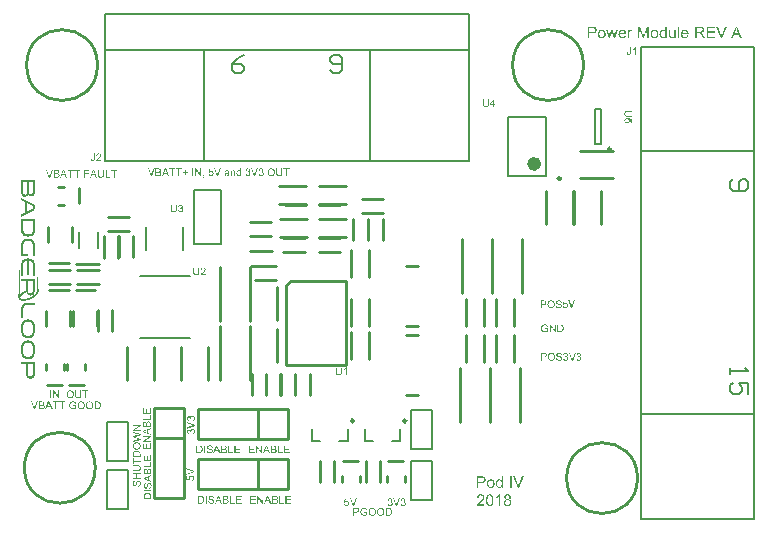
<source format=gto>
G04*
G04 #@! TF.GenerationSoftware,Altium Limited,Altium Designer,19.0.10 (269)*
G04*
G04 Layer_Color=65535*
%FSLAX25Y25*%
%MOIN*%
G70*
G01*
G75*
%ADD10C,0.00984*%
%ADD11C,0.02362*%
%ADD12C,0.01000*%
%ADD13C,0.00787*%
%ADD14C,0.00800*%
%ADD15C,0.00600*%
%ADD16C,0.00591*%
G36*
X-9102Y109397D02*
X-9152D01*
Y109142D01*
X-9203D01*
Y108989D01*
X-9254D01*
Y108837D01*
X-9305D01*
Y108735D01*
X-9356D01*
Y108684D01*
X-9407D01*
Y108582D01*
X-9458D01*
Y108531D01*
X-9509D01*
Y108480D01*
X-9560D01*
Y108429D01*
X-9662D01*
Y108378D01*
X-9764D01*
Y108327D01*
X-9865D01*
Y108276D01*
X-10069D01*
Y108225D01*
X-10477D01*
Y108276D01*
X-10680D01*
Y108327D01*
X-10782D01*
Y108378D01*
X-10884D01*
Y108429D01*
X-10935D01*
Y108480D01*
X-10986D01*
Y108531D01*
X-11037D01*
Y108582D01*
X-11088D01*
Y108633D01*
X-11139D01*
Y108735D01*
X-11190D01*
Y108786D01*
X-11241D01*
Y108938D01*
X-11342D01*
Y108786D01*
X-11393D01*
Y108684D01*
X-11444D01*
Y108582D01*
X-11495D01*
Y108531D01*
X-11546D01*
Y108429D01*
X-11597D01*
Y108378D01*
X-11648D01*
Y108327D01*
X-11750D01*
Y108276D01*
X-11801D01*
Y108225D01*
X-11903D01*
Y108175D01*
X-12055D01*
Y108124D01*
X-12718D01*
Y108175D01*
X-12870D01*
Y108225D01*
X-12972D01*
Y108276D01*
X-13023D01*
Y108327D01*
X-13125D01*
Y108378D01*
X-13176D01*
Y108429D01*
X-13227D01*
Y108531D01*
X-13278D01*
Y108582D01*
X-13329D01*
Y108684D01*
X-13379D01*
Y108786D01*
X-13431D01*
Y108888D01*
X-13481D01*
Y109040D01*
X-13532D01*
Y109295D01*
X-13583D01*
Y113726D01*
X-9102D01*
Y109397D01*
D02*
G37*
G36*
X-13532Y107665D02*
X-13431D01*
Y107614D01*
X-13329D01*
Y107563D01*
X-13227D01*
Y107512D01*
X-13125D01*
Y107462D01*
X-13023D01*
Y107411D01*
X-12921D01*
Y107360D01*
X-12819D01*
Y107309D01*
X-12718D01*
Y107258D01*
X-12616D01*
Y107207D01*
X-12514D01*
Y107156D01*
X-12412D01*
Y107105D01*
X-12310D01*
Y107054D01*
X-12208D01*
Y107003D01*
X-12106D01*
Y106952D01*
X-12004D01*
Y106901D01*
X-11903D01*
Y106850D01*
X-11801D01*
Y106799D01*
X-11699D01*
Y106748D01*
X-11597D01*
Y106697D01*
X-11495D01*
Y106647D01*
X-11393D01*
Y106596D01*
X-11291D01*
Y106545D01*
X-11190D01*
Y106494D01*
X-11088D01*
Y106443D01*
X-10986D01*
Y106392D01*
X-10884D01*
Y106341D01*
X-10782D01*
Y106290D01*
X-10680D01*
Y106239D01*
X-10578D01*
Y106188D01*
X-10477D01*
Y106137D01*
X-10375D01*
Y106086D01*
X-10273D01*
Y106035D01*
X-10171D01*
Y105984D01*
X-10069D01*
Y105934D01*
X-9967D01*
Y105883D01*
X-9865D01*
Y105832D01*
X-9764D01*
Y105781D01*
X-9713D01*
Y105730D01*
X-9611D01*
Y105679D01*
X-9560D01*
Y105628D01*
X-9509D01*
Y105577D01*
X-9407D01*
Y105526D01*
X-9356D01*
Y105475D01*
X-9305D01*
Y105373D01*
X-9254D01*
Y105322D01*
X-9203D01*
Y105221D01*
X-9152D01*
Y105119D01*
X-9102D01*
Y104966D01*
X-9050D01*
Y104202D01*
X-9102D01*
Y104049D01*
X-9152D01*
Y103896D01*
X-9203D01*
Y103846D01*
X-9254D01*
Y103744D01*
X-9305D01*
Y103693D01*
X-9356D01*
Y103642D01*
X-9407D01*
Y103591D01*
X-9458D01*
Y103540D01*
X-9509D01*
Y103489D01*
X-9560D01*
Y103438D01*
X-9662D01*
Y103387D01*
X-9713D01*
Y103336D01*
X-9815D01*
Y103285D01*
X-9916D01*
Y103234D01*
X-10018D01*
Y103183D01*
X-10120D01*
Y103132D01*
X-10222D01*
Y103082D01*
X-10324D01*
Y103031D01*
X-10426D01*
Y102980D01*
X-10527D01*
Y102929D01*
X-10629D01*
Y102878D01*
X-10731D01*
Y102827D01*
X-10833D01*
Y102776D01*
X-10935D01*
Y102725D01*
X-11037D01*
Y102674D01*
X-11139D01*
Y102623D01*
X-11241D01*
Y102572D01*
X-11342D01*
Y102521D01*
X-11444D01*
Y102470D01*
X-11546D01*
Y102419D01*
X-11648D01*
Y102368D01*
X-11750D01*
Y102318D01*
X-11852D01*
Y102267D01*
X-11953D01*
Y102216D01*
X-12055D01*
Y102165D01*
X-12157D01*
Y102114D01*
X-12259D01*
Y102063D01*
X-12361D01*
Y102012D01*
X-12463D01*
Y101961D01*
X-12565D01*
Y101910D01*
X-12666D01*
Y101859D01*
X-12768D01*
Y101808D01*
X-12870D01*
Y101757D01*
X-12972D01*
Y101706D01*
X-13074D01*
Y101655D01*
X-13176D01*
Y101605D01*
X-13278D01*
Y101554D01*
X-13379D01*
Y101503D01*
X-13481D01*
Y101452D01*
X-13583D01*
Y102216D01*
X-13532D01*
Y102267D01*
X-13431D01*
Y102318D01*
X-13329D01*
Y102368D01*
X-13227D01*
Y102419D01*
X-13125D01*
Y102470D01*
X-13023D01*
Y102521D01*
X-12921D01*
Y102572D01*
X-12819D01*
Y102623D01*
X-12718D01*
Y102674D01*
X-12616D01*
Y102725D01*
X-12514D01*
Y102776D01*
X-12412D01*
Y102827D01*
X-12361D01*
Y106341D01*
X-12463D01*
Y106392D01*
X-12565D01*
Y106443D01*
X-12666D01*
Y106494D01*
X-12768D01*
Y106545D01*
X-12870D01*
Y106596D01*
X-12972D01*
Y106647D01*
X-13074D01*
Y106697D01*
X-13176D01*
Y106748D01*
X-13278D01*
Y106799D01*
X-13379D01*
Y106850D01*
X-13481D01*
Y106901D01*
X-13583D01*
Y107716D01*
X-13532D01*
Y107665D01*
D02*
G37*
G36*
X-9102Y96461D02*
X-9152D01*
Y96206D01*
X-9203D01*
Y96002D01*
X-9254D01*
Y95900D01*
X-9305D01*
Y95748D01*
X-9356D01*
Y95697D01*
X-9407D01*
Y95595D01*
X-9458D01*
Y95544D01*
X-9509D01*
Y95442D01*
X-9560D01*
Y95391D01*
X-9611D01*
Y95340D01*
X-9662D01*
Y95289D01*
X-9713D01*
Y95238D01*
X-9815D01*
Y95187D01*
X-9865D01*
Y95136D01*
X-9967D01*
Y95086D01*
X-10069D01*
Y95035D01*
X-10222D01*
Y94984D01*
X-10375D01*
Y94933D01*
X-10578D01*
Y94882D01*
X-11037D01*
Y94831D01*
X-11648D01*
Y94882D01*
X-12106D01*
Y94933D01*
X-12310D01*
Y94984D01*
X-12463D01*
Y95035D01*
X-12616D01*
Y95086D01*
X-12718D01*
Y95136D01*
X-12819D01*
Y95187D01*
X-12870D01*
Y95238D01*
X-12972D01*
Y95289D01*
X-13023D01*
Y95340D01*
X-13074D01*
Y95391D01*
X-13125D01*
Y95442D01*
X-13176D01*
Y95544D01*
X-13227D01*
Y95595D01*
X-13278D01*
Y95646D01*
X-13329D01*
Y95748D01*
X-13379D01*
Y95850D01*
X-13431D01*
Y96002D01*
X-13481D01*
Y96206D01*
X-13532D01*
Y96461D01*
X-13583D01*
Y100637D01*
X-9102D01*
Y96461D01*
D02*
G37*
G36*
X-10782Y94016D02*
X-10477D01*
Y93965D01*
X-10273D01*
Y93914D01*
X-10120D01*
Y93863D01*
X-10018D01*
Y93812D01*
X-9916D01*
Y93761D01*
X-9865D01*
Y93711D01*
X-9764D01*
Y93660D01*
X-9713D01*
Y93609D01*
X-9662D01*
Y93558D01*
X-9611D01*
Y93507D01*
X-9560D01*
Y93456D01*
X-9509D01*
Y93405D01*
X-9458D01*
Y93354D01*
X-9407D01*
Y93252D01*
X-9356D01*
Y93150D01*
X-9305D01*
Y93048D01*
X-9254D01*
Y92896D01*
X-9203D01*
Y92743D01*
X-9152D01*
Y92437D01*
X-9102D01*
Y88465D01*
X-9815D01*
Y92386D01*
X-9865D01*
Y92590D01*
X-9916D01*
Y92743D01*
X-9967D01*
Y92845D01*
X-10018D01*
Y92896D01*
X-10069D01*
Y92947D01*
X-10120D01*
Y92997D01*
X-10171D01*
Y93048D01*
X-10222D01*
Y93099D01*
X-10273D01*
Y93150D01*
X-10375D01*
Y93201D01*
X-10477D01*
Y93252D01*
X-10680D01*
Y93303D01*
X-11037D01*
Y93354D01*
X-11648D01*
Y93303D01*
X-12004D01*
Y93252D01*
X-12208D01*
Y93201D01*
X-12310D01*
Y93150D01*
X-12412D01*
Y93099D01*
X-12463D01*
Y93048D01*
X-12514D01*
Y92997D01*
X-12565D01*
Y92947D01*
X-12616D01*
Y92896D01*
X-12666D01*
Y92845D01*
X-12718D01*
Y92743D01*
X-12768D01*
Y92590D01*
X-12819D01*
Y92386D01*
X-12870D01*
Y89127D01*
X-11241D01*
Y88414D01*
X-13583D01*
Y92437D01*
X-13532D01*
Y92743D01*
X-13481D01*
Y92896D01*
X-13431D01*
Y93048D01*
X-13379D01*
Y93150D01*
X-13329D01*
Y93252D01*
X-13278D01*
Y93354D01*
X-13227D01*
Y93405D01*
X-13176D01*
Y93456D01*
X-13125D01*
Y93507D01*
X-13074D01*
Y93558D01*
X-13023D01*
Y93609D01*
X-12972D01*
Y93660D01*
X-12921D01*
Y93711D01*
X-12819D01*
Y93761D01*
X-12768D01*
Y93812D01*
X-12666D01*
Y93863D01*
X-12565D01*
Y93914D01*
X-12412D01*
Y93965D01*
X-12208D01*
Y94016D01*
X-11903D01*
Y94067D01*
X-10782D01*
Y94016D01*
D02*
G37*
G36*
X-10935Y87497D02*
X-10578D01*
Y87446D01*
X-10324D01*
Y87395D01*
X-10171D01*
Y87344D01*
X-10069D01*
Y87293D01*
X-9967D01*
Y87242D01*
X-9865D01*
Y87191D01*
X-9815D01*
Y87141D01*
X-9713D01*
Y87090D01*
X-9662D01*
Y87039D01*
X-9611D01*
Y86988D01*
X-9560D01*
Y86937D01*
X-9509D01*
Y86886D01*
X-9458D01*
Y86784D01*
X-9407D01*
Y86733D01*
X-9356D01*
Y86631D01*
X-9305D01*
Y86529D01*
X-9254D01*
Y86377D01*
X-9203D01*
Y86173D01*
X-9152D01*
Y85918D01*
X-9102D01*
Y81844D01*
X-9764D01*
Y85511D01*
X-9815D01*
Y85918D01*
X-9865D01*
Y86071D01*
X-9916D01*
Y86224D01*
X-9967D01*
Y86326D01*
X-10018D01*
Y86377D01*
X-10069D01*
Y86428D01*
X-10120D01*
Y86479D01*
X-10171D01*
Y86529D01*
X-10222D01*
Y86580D01*
X-10273D01*
Y86631D01*
X-10375D01*
Y86682D01*
X-10527D01*
Y86733D01*
X-10680D01*
Y86784D01*
X-11037D01*
Y81946D01*
X-11648D01*
Y86784D01*
X-12004D01*
Y86733D01*
X-12157D01*
Y86682D01*
X-12310D01*
Y86631D01*
X-12412D01*
Y86580D01*
X-12463D01*
Y86529D01*
X-12514D01*
Y86479D01*
X-12565D01*
Y86428D01*
X-12616D01*
Y86377D01*
X-12666D01*
Y86326D01*
X-12718D01*
Y86224D01*
X-12768D01*
Y86071D01*
X-12819D01*
Y85918D01*
X-12870D01*
Y81895D01*
X-12921D01*
Y81844D01*
X-13583D01*
Y85918D01*
X-13532D01*
Y86173D01*
X-13481D01*
Y86377D01*
X-13431D01*
Y86529D01*
X-13379D01*
Y86631D01*
X-13329D01*
Y86733D01*
X-13278D01*
Y86784D01*
X-13227D01*
Y86886D01*
X-13176D01*
Y86937D01*
X-13125D01*
Y86988D01*
X-13074D01*
Y87039D01*
X-13023D01*
Y87090D01*
X-12972D01*
Y87141D01*
X-12870D01*
Y87191D01*
X-12819D01*
Y87242D01*
X-12718D01*
Y87293D01*
X-12616D01*
Y87344D01*
X-12514D01*
Y87395D01*
X-12361D01*
Y87446D01*
X-12106D01*
Y87497D01*
X-11750D01*
Y87548D01*
X-10935D01*
Y87497D01*
D02*
G37*
G36*
X-14093Y82608D02*
X-14042D01*
Y80163D01*
X-13991D01*
Y77719D01*
X-13940D01*
Y75732D01*
X-13838D01*
Y75783D01*
X-13787D01*
Y75834D01*
X-13736D01*
Y75885D01*
X-13685D01*
Y75936D01*
X-13583D01*
Y75987D01*
X-13532D01*
Y76038D01*
X-13481D01*
Y76089D01*
X-13431D01*
Y76140D01*
X-13329D01*
Y76191D01*
X-13278D01*
Y76242D01*
X-13176D01*
Y76293D01*
X-13125D01*
Y76344D01*
X-13023D01*
Y76394D01*
X-12972D01*
Y76445D01*
X-12870D01*
Y76496D01*
X-12819D01*
Y76547D01*
X-12718D01*
Y76598D01*
X-12616D01*
Y76649D01*
X-12514D01*
Y76700D01*
X-12412D01*
Y76751D01*
X-12310D01*
Y76802D01*
X-12208D01*
Y76853D01*
X-12106D01*
Y76904D01*
X-12004D01*
Y80010D01*
X-12055D01*
Y80061D01*
X-13583D01*
Y80774D01*
X-9102D01*
Y76496D01*
X-9152D01*
Y76242D01*
X-9203D01*
Y76038D01*
X-9254D01*
Y75936D01*
X-9305D01*
Y75834D01*
X-9356D01*
Y75732D01*
X-9407D01*
Y75681D01*
X-9458D01*
Y75630D01*
X-9509D01*
Y75529D01*
X-9611D01*
Y75478D01*
X-9662D01*
Y75427D01*
X-9713D01*
Y75376D01*
X-9815D01*
Y75325D01*
X-9916D01*
Y75274D01*
X-10069D01*
Y75223D01*
X-10375D01*
Y75172D01*
X-10578D01*
Y75223D01*
X-10884D01*
Y75274D01*
X-11037D01*
Y75325D01*
X-11139D01*
Y75376D01*
X-11241D01*
Y75427D01*
X-11291D01*
Y75478D01*
X-11342D01*
Y75529D01*
X-11444D01*
Y75630D01*
X-11495D01*
Y75681D01*
X-11546D01*
Y75732D01*
X-11597D01*
Y75834D01*
X-11648D01*
Y75885D01*
X-11699D01*
Y76038D01*
X-11750D01*
Y76140D01*
X-11801D01*
Y76293D01*
X-11953D01*
Y76242D01*
X-12055D01*
Y76191D01*
X-12157D01*
Y76140D01*
X-12259D01*
Y76089D01*
X-12361D01*
Y76038D01*
X-12463D01*
Y75987D01*
X-12514D01*
Y75936D01*
X-12616D01*
Y75885D01*
X-12666D01*
Y75834D01*
X-12768D01*
Y75783D01*
X-12819D01*
Y75732D01*
X-12921D01*
Y75681D01*
X-12972D01*
Y75630D01*
X-13023D01*
Y75580D01*
X-13125D01*
Y75529D01*
X-13176D01*
Y75478D01*
X-13227D01*
Y75427D01*
X-13278D01*
Y75376D01*
X-13329D01*
Y75325D01*
X-13379D01*
Y75274D01*
X-13431D01*
Y75223D01*
X-13481D01*
Y75172D01*
X-13532D01*
Y75121D01*
X-13583D01*
Y75070D01*
X-13634D01*
Y75019D01*
X-13685D01*
Y74918D01*
X-13736D01*
Y74867D01*
X-13787D01*
Y74765D01*
X-13838D01*
Y74663D01*
X-13889D01*
Y74306D01*
X-13838D01*
Y74255D01*
X-13787D01*
Y74204D01*
X-13736D01*
Y74154D01*
X-13634D01*
Y74103D01*
X-13481D01*
Y74052D01*
X-13125D01*
Y74001D01*
X-12768D01*
Y74052D01*
X-12310D01*
Y74103D01*
X-12055D01*
Y74154D01*
X-11801D01*
Y74204D01*
X-11648D01*
Y74255D01*
X-11444D01*
Y74306D01*
X-11291D01*
Y74357D01*
X-11139D01*
Y74408D01*
X-11037D01*
Y74459D01*
X-10884D01*
Y74510D01*
X-10782D01*
Y74561D01*
X-10680D01*
Y74612D01*
X-10527D01*
Y74663D01*
X-10426D01*
Y74714D01*
X-10324D01*
Y74765D01*
X-10222D01*
Y74816D01*
X-10120D01*
Y74867D01*
X-10069D01*
Y74918D01*
X-9967D01*
Y74968D01*
X-9865D01*
Y75019D01*
X-9764D01*
Y75070D01*
X-9713D01*
Y75121D01*
X-9611D01*
Y75172D01*
X-9560D01*
Y75223D01*
X-9509D01*
Y75274D01*
X-9407D01*
Y75325D01*
X-9356D01*
Y75376D01*
X-9305D01*
Y75427D01*
X-9203D01*
Y75478D01*
X-9152D01*
Y75529D01*
X-9102D01*
Y75580D01*
X-9050D01*
Y75630D01*
X-9000D01*
Y75681D01*
X-8949D01*
Y75732D01*
X-8898D01*
Y75783D01*
X-8847D01*
Y75834D01*
X-8796D01*
Y75885D01*
X-8745D01*
Y75936D01*
X-8694D01*
Y76038D01*
X-8643D01*
Y76089D01*
X-8592D01*
Y76191D01*
X-8541D01*
Y76293D01*
X-8490D01*
Y76598D01*
X-8439D01*
Y77617D01*
X-8388D01*
Y78839D01*
X-8337D01*
Y80061D01*
X-8287D01*
Y81335D01*
X-8236D01*
Y81386D01*
X-7981D01*
Y80571D01*
X-7930D01*
Y79043D01*
X-7879D01*
Y77515D01*
X-7828D01*
Y76242D01*
X-7879D01*
Y76089D01*
X-7930D01*
Y75987D01*
X-7981D01*
Y75885D01*
X-8032D01*
Y75783D01*
X-8083D01*
Y75732D01*
X-8134D01*
Y75630D01*
X-8185D01*
Y75580D01*
X-8236D01*
Y75529D01*
X-8287D01*
Y75427D01*
X-8337D01*
Y75376D01*
X-8388D01*
Y75325D01*
X-8439D01*
Y75274D01*
X-8490D01*
Y75223D01*
X-8541D01*
Y75172D01*
X-8592D01*
Y75121D01*
X-8643D01*
Y75070D01*
X-8745D01*
Y75019D01*
X-8796D01*
Y74968D01*
X-8847D01*
Y74918D01*
X-8898D01*
Y74867D01*
X-9000D01*
Y74816D01*
X-9050D01*
Y74765D01*
X-9102D01*
Y74714D01*
X-9203D01*
Y74663D01*
X-9254D01*
Y74612D01*
X-9356D01*
Y74561D01*
X-9458D01*
Y74510D01*
X-9509D01*
Y74459D01*
X-9611D01*
Y74408D01*
X-9713D01*
Y74357D01*
X-9764D01*
Y74306D01*
X-9865D01*
Y74255D01*
X-9967D01*
Y74204D01*
X-10069D01*
Y74154D01*
X-10171D01*
Y74103D01*
X-10324D01*
Y74052D01*
X-10426D01*
Y74001D01*
X-10527D01*
Y73950D01*
X-10680D01*
Y73899D01*
X-10782D01*
Y73848D01*
X-10935D01*
Y73797D01*
X-11088D01*
Y73746D01*
X-11241D01*
Y73695D01*
X-11393D01*
Y73644D01*
X-11597D01*
Y73593D01*
X-11801D01*
Y73542D01*
X-12055D01*
Y73492D01*
X-12412D01*
Y73440D01*
X-13431D01*
Y73492D01*
X-13685D01*
Y73542D01*
X-13838D01*
Y73593D01*
X-13991D01*
Y73644D01*
X-14042D01*
Y73695D01*
X-14143D01*
Y73746D01*
X-14194D01*
Y73797D01*
X-14296D01*
Y73848D01*
X-14347D01*
Y73950D01*
X-14398D01*
Y74001D01*
X-14449D01*
Y74103D01*
X-14500D01*
Y74255D01*
X-14551D01*
Y75580D01*
X-14500D01*
Y78024D01*
X-14449D01*
Y80469D01*
X-14398D01*
Y82913D01*
X-14347D01*
Y83779D01*
X-14093D01*
Y82608D01*
D02*
G37*
G36*
X-9102Y71964D02*
X-12106D01*
Y71913D01*
X-12310D01*
Y71862D01*
X-12412D01*
Y71811D01*
X-12514D01*
Y71760D01*
X-12565D01*
Y71709D01*
X-12616D01*
Y71658D01*
X-12666D01*
Y71556D01*
X-12718D01*
Y71454D01*
X-12768D01*
Y71302D01*
X-12819D01*
Y71098D01*
X-12870D01*
Y67584D01*
X-13583D01*
Y71098D01*
X-13532D01*
Y71454D01*
X-13481D01*
Y71607D01*
X-13431D01*
Y71760D01*
X-13379D01*
Y71862D01*
X-13329D01*
Y71964D01*
X-13278D01*
Y72065D01*
X-13227D01*
Y72116D01*
X-13176D01*
Y72218D01*
X-13125D01*
Y72269D01*
X-13074D01*
Y72320D01*
X-12972D01*
Y72371D01*
X-12921D01*
Y72422D01*
X-12870D01*
Y72473D01*
X-12768D01*
Y72524D01*
X-12666D01*
Y72575D01*
X-12514D01*
Y72626D01*
X-12259D01*
Y72677D01*
X-9102D01*
Y71964D01*
D02*
G37*
G36*
X-10935Y67176D02*
X-10629D01*
Y67125D01*
X-10426D01*
Y67074D01*
X-10273D01*
Y67023D01*
X-10171D01*
Y66973D01*
X-10069D01*
Y66922D01*
X-9967D01*
Y66871D01*
X-9916D01*
Y66820D01*
X-9865D01*
Y66769D01*
X-9764D01*
Y66718D01*
X-9713D01*
Y66667D01*
X-9662D01*
Y66616D01*
X-9611D01*
Y66514D01*
X-9560D01*
Y66463D01*
X-9509D01*
Y66361D01*
X-9458D01*
Y66310D01*
X-9407D01*
Y66209D01*
X-9356D01*
Y66107D01*
X-9305D01*
Y65954D01*
X-9254D01*
Y65801D01*
X-9203D01*
Y65597D01*
X-9152D01*
Y65343D01*
X-9102D01*
Y64986D01*
X-9050D01*
Y63255D01*
X-9102D01*
Y62847D01*
X-9152D01*
Y62593D01*
X-9203D01*
Y62389D01*
X-9254D01*
Y62236D01*
X-9305D01*
Y62134D01*
X-9356D01*
Y61981D01*
X-9407D01*
Y61931D01*
X-9458D01*
Y61829D01*
X-9509D01*
Y61727D01*
X-9560D01*
Y61676D01*
X-9611D01*
Y61625D01*
X-9662D01*
Y61574D01*
X-9713D01*
Y61523D01*
X-9764D01*
Y61472D01*
X-9815D01*
Y61421D01*
X-9865D01*
Y61370D01*
X-9916D01*
Y61319D01*
X-10018D01*
Y61268D01*
X-10069D01*
Y61217D01*
X-10171D01*
Y61167D01*
X-10324D01*
Y61116D01*
X-10477D01*
Y61065D01*
X-10680D01*
Y61014D01*
X-11139D01*
Y60963D01*
X-11546D01*
Y61014D01*
X-12004D01*
Y61065D01*
X-12208D01*
Y61116D01*
X-12361D01*
Y61167D01*
X-12514D01*
Y61217D01*
X-12616D01*
Y61268D01*
X-12666D01*
Y61319D01*
X-12768D01*
Y61370D01*
X-12819D01*
Y61421D01*
X-12870D01*
Y61472D01*
X-12972D01*
Y61523D01*
X-13023D01*
Y61625D01*
X-13074D01*
Y61676D01*
X-13125D01*
Y61727D01*
X-13176D01*
Y61829D01*
X-13227D01*
Y61879D01*
X-13278D01*
Y61981D01*
X-13329D01*
Y62083D01*
X-13379D01*
Y62236D01*
X-13431D01*
Y62389D01*
X-13481D01*
Y62593D01*
X-13532D01*
Y62796D01*
X-13583D01*
Y63153D01*
X-13634D01*
Y65037D01*
X-13583D01*
Y65394D01*
X-13532D01*
Y65648D01*
X-13481D01*
Y65801D01*
X-13431D01*
Y65954D01*
X-13379D01*
Y66107D01*
X-13329D01*
Y66209D01*
X-13278D01*
Y66310D01*
X-13227D01*
Y66412D01*
X-13176D01*
Y66463D01*
X-13125D01*
Y66514D01*
X-13074D01*
Y66616D01*
X-13023D01*
Y66667D01*
X-12972D01*
Y66718D01*
X-12921D01*
Y66769D01*
X-12870D01*
Y66820D01*
X-12768D01*
Y66871D01*
X-12718D01*
Y66922D01*
X-12616D01*
Y66973D01*
X-12514D01*
Y67023D01*
X-12412D01*
Y67074D01*
X-12259D01*
Y67125D01*
X-12055D01*
Y67176D01*
X-11750D01*
Y67227D01*
X-10935D01*
Y67176D01*
D02*
G37*
G36*
X-11037Y60199D02*
X-10629D01*
Y60148D01*
X-10426D01*
Y60097D01*
X-10324D01*
Y60046D01*
X-10171D01*
Y59995D01*
X-10069D01*
Y59944D01*
X-10018D01*
Y59893D01*
X-9916D01*
Y59842D01*
X-9865D01*
Y59791D01*
X-9764D01*
Y59741D01*
X-9713D01*
Y59690D01*
X-9662D01*
Y59588D01*
X-9611D01*
Y59537D01*
X-9560D01*
Y59486D01*
X-9509D01*
Y59384D01*
X-9458D01*
Y59333D01*
X-9407D01*
Y59231D01*
X-9356D01*
Y59129D01*
X-9305D01*
Y58977D01*
X-9254D01*
Y58824D01*
X-9203D01*
Y58620D01*
X-9152D01*
Y58365D01*
X-9102D01*
Y58009D01*
X-9050D01*
Y56226D01*
X-9102D01*
Y55870D01*
X-9152D01*
Y55615D01*
X-9203D01*
Y55411D01*
X-9254D01*
Y55259D01*
X-9305D01*
Y55157D01*
X-9356D01*
Y55004D01*
X-9407D01*
Y54902D01*
X-9458D01*
Y54851D01*
X-9509D01*
Y54749D01*
X-9560D01*
Y54698D01*
X-9611D01*
Y54648D01*
X-9662D01*
Y54546D01*
X-9713D01*
Y54495D01*
X-9815D01*
Y54444D01*
X-9865D01*
Y54393D01*
X-9916D01*
Y54342D01*
X-10018D01*
Y54291D01*
X-10069D01*
Y54240D01*
X-10171D01*
Y54189D01*
X-10324D01*
Y54138D01*
X-10477D01*
Y54087D01*
X-10680D01*
Y54036D01*
X-11037D01*
Y53986D01*
X-11648D01*
Y54036D01*
X-12004D01*
Y54087D01*
X-12259D01*
Y54138D01*
X-12361D01*
Y54189D01*
X-12514D01*
Y54240D01*
X-12616D01*
Y54291D01*
X-12666D01*
Y54342D01*
X-12768D01*
Y54393D01*
X-12819D01*
Y54444D01*
X-12921D01*
Y54495D01*
X-12972D01*
Y54546D01*
X-13023D01*
Y54597D01*
X-13074D01*
Y54698D01*
X-13125D01*
Y54749D01*
X-13176D01*
Y54851D01*
X-13227D01*
Y54902D01*
X-13278D01*
Y55004D01*
X-13329D01*
Y55106D01*
X-13379D01*
Y55259D01*
X-13431D01*
Y55411D01*
X-13481D01*
Y55564D01*
X-13532D01*
Y55819D01*
X-13583D01*
Y56175D01*
X-13634D01*
Y58060D01*
X-13583D01*
Y58416D01*
X-13532D01*
Y58671D01*
X-13481D01*
Y58824D01*
X-13431D01*
Y58977D01*
X-13379D01*
Y59129D01*
X-13329D01*
Y59231D01*
X-13278D01*
Y59333D01*
X-13227D01*
Y59384D01*
X-13176D01*
Y59486D01*
X-13125D01*
Y59537D01*
X-13074D01*
Y59639D01*
X-13023D01*
Y59690D01*
X-12972D01*
Y59741D01*
X-12921D01*
Y59791D01*
X-12819D01*
Y59842D01*
X-12768D01*
Y59893D01*
X-12718D01*
Y59944D01*
X-12616D01*
Y59995D01*
X-12514D01*
Y60046D01*
X-12412D01*
Y60097D01*
X-12259D01*
Y60148D01*
X-12055D01*
Y60199D01*
X-11648D01*
Y60250D01*
X-11037D01*
Y60199D01*
D02*
G37*
G36*
X-9102Y48791D02*
X-9152D01*
Y48536D01*
X-9203D01*
Y48383D01*
X-9254D01*
Y48230D01*
X-9305D01*
Y48180D01*
X-9356D01*
Y48078D01*
X-9407D01*
Y48027D01*
X-9458D01*
Y47925D01*
X-9509D01*
Y47874D01*
X-9560D01*
Y47823D01*
X-9611D01*
Y47772D01*
X-9713D01*
Y47721D01*
X-9764D01*
Y47670D01*
X-9865D01*
Y47619D01*
X-9967D01*
Y47568D01*
X-10069D01*
Y47517D01*
X-10324D01*
Y47466D01*
X-10782D01*
Y47517D01*
X-11037D01*
Y47568D01*
X-11190D01*
Y47619D01*
X-11291D01*
Y47670D01*
X-11342D01*
Y47721D01*
X-11444D01*
Y47772D01*
X-11495D01*
Y47823D01*
X-11546D01*
Y47874D01*
X-11597D01*
Y47925D01*
X-11648D01*
Y47976D01*
X-11699D01*
Y48027D01*
X-11750D01*
Y48129D01*
X-11801D01*
Y48230D01*
X-11852D01*
Y48332D01*
X-11903D01*
Y48434D01*
X-11953D01*
Y48638D01*
X-12004D01*
Y49045D01*
X-12055D01*
Y52305D01*
X-13583D01*
Y53018D01*
X-9102D01*
Y48791D01*
D02*
G37*
G36*
X146040Y5096D02*
X145569D01*
Y8093D01*
X145566Y8090D01*
X145560Y8084D01*
X145552Y8076D01*
X145538Y8065D01*
X145522Y8051D01*
X145500Y8032D01*
X145475Y8012D01*
X145450Y7990D01*
X145416Y7968D01*
X145383Y7941D01*
X145347Y7915D01*
X145308Y7885D01*
X145264Y7857D01*
X145220Y7827D01*
X145120Y7766D01*
X145117Y7763D01*
X145109Y7758D01*
X145092Y7749D01*
X145073Y7741D01*
X145051Y7727D01*
X145023Y7711D01*
X144990Y7694D01*
X144957Y7675D01*
X144879Y7636D01*
X144796Y7597D01*
X144710Y7558D01*
X144627Y7525D01*
Y7979D01*
X144632Y7982D01*
X144643Y7988D01*
X144666Y7999D01*
X144693Y8012D01*
X144727Y8029D01*
X144768Y8051D01*
X144813Y8076D01*
X144860Y8104D01*
X144912Y8137D01*
X144968Y8170D01*
X145084Y8248D01*
X145203Y8334D01*
X145317Y8428D01*
X145319Y8431D01*
X145331Y8439D01*
X145344Y8453D01*
X145364Y8472D01*
X145389Y8497D01*
X145416Y8525D01*
X145447Y8558D01*
X145480Y8591D01*
X145513Y8630D01*
X145549Y8672D01*
X145619Y8758D01*
X145682Y8849D01*
X145710Y8896D01*
X145735Y8943D01*
X146040D01*
Y5096D01*
D02*
G37*
G36*
X139635Y8940D02*
X139674Y8938D01*
X139721Y8935D01*
X139774Y8927D01*
X139835Y8918D01*
X139899Y8904D01*
X139968Y8888D01*
X140037Y8868D01*
X140112Y8844D01*
X140184Y8813D01*
X140256Y8777D01*
X140325Y8738D01*
X140392Y8691D01*
X140455Y8636D01*
X140458Y8633D01*
X140469Y8622D01*
X140486Y8605D01*
X140505Y8580D01*
X140530Y8553D01*
X140558Y8517D01*
X140588Y8475D01*
X140619Y8428D01*
X140646Y8375D01*
X140677Y8317D01*
X140705Y8253D01*
X140729Y8187D01*
X140749Y8115D01*
X140766Y8040D01*
X140777Y7960D01*
X140779Y7877D01*
Y7874D01*
Y7866D01*
Y7855D01*
Y7838D01*
X140777Y7816D01*
X140774Y7794D01*
X140771Y7766D01*
X140768Y7735D01*
X140757Y7666D01*
X140741Y7589D01*
X140716Y7508D01*
X140685Y7425D01*
Y7423D01*
X140680Y7414D01*
X140674Y7403D01*
X140666Y7386D01*
X140657Y7367D01*
X140644Y7342D01*
X140630Y7314D01*
X140610Y7284D01*
X140591Y7251D01*
X140569Y7215D01*
X140514Y7134D01*
X140483Y7093D01*
X140450Y7049D01*
X140411Y7004D01*
X140372Y6957D01*
X140369Y6954D01*
X140361Y6946D01*
X140350Y6932D01*
X140331Y6913D01*
X140306Y6888D01*
X140275Y6857D01*
X140242Y6821D01*
X140200Y6780D01*
X140153Y6735D01*
X140098Y6686D01*
X140040Y6630D01*
X139973Y6569D01*
X139901Y6506D01*
X139824Y6436D01*
X139738Y6362D01*
X139646Y6284D01*
X139641Y6281D01*
X139627Y6267D01*
X139608Y6251D01*
X139580Y6226D01*
X139544Y6198D01*
X139508Y6165D01*
X139466Y6129D01*
X139422Y6090D01*
X139328Y6010D01*
X139284Y5968D01*
X139239Y5929D01*
X139198Y5891D01*
X139162Y5857D01*
X139128Y5827D01*
X139103Y5799D01*
X139098Y5794D01*
X139084Y5777D01*
X139062Y5752D01*
X139034Y5722D01*
X139004Y5683D01*
X138971Y5641D01*
X138937Y5594D01*
X138907Y5547D01*
X140785D01*
Y5096D01*
X138253D01*
Y5098D01*
Y5104D01*
Y5112D01*
Y5123D01*
Y5140D01*
X138256Y5157D01*
X138259Y5201D01*
X138264Y5248D01*
X138273Y5303D01*
X138286Y5362D01*
X138306Y5420D01*
Y5423D01*
X138311Y5431D01*
X138317Y5445D01*
X138325Y5464D01*
X138333Y5489D01*
X138347Y5517D01*
X138364Y5547D01*
X138381Y5580D01*
X138400Y5619D01*
X138425Y5658D01*
X138478Y5744D01*
X138541Y5835D01*
X138616Y5929D01*
X138619Y5932D01*
X138627Y5940D01*
X138638Y5954D01*
X138655Y5974D01*
X138677Y5999D01*
X138705Y6026D01*
X138735Y6060D01*
X138774Y6096D01*
X138815Y6137D01*
X138860Y6182D01*
X138910Y6229D01*
X138965Y6281D01*
X139026Y6334D01*
X139090Y6389D01*
X139159Y6447D01*
X139231Y6508D01*
X139234Y6511D01*
X139239Y6514D01*
X139248Y6522D01*
X139259Y6531D01*
X139272Y6544D01*
X139289Y6558D01*
X139331Y6594D01*
X139383Y6636D01*
X139439Y6688D01*
X139502Y6744D01*
X139569Y6805D01*
X139641Y6869D01*
X139710Y6935D01*
X139782Y7001D01*
X139849Y7071D01*
X139915Y7137D01*
X139973Y7201D01*
X140029Y7265D01*
X140073Y7323D01*
X140076Y7326D01*
X140081Y7337D01*
X140092Y7353D01*
X140109Y7373D01*
X140126Y7400D01*
X140142Y7431D01*
X140164Y7467D01*
X140184Y7506D01*
X140203Y7547D01*
X140225Y7592D01*
X140261Y7688D01*
X140275Y7738D01*
X140286Y7788D01*
X140292Y7838D01*
X140295Y7888D01*
Y7891D01*
Y7902D01*
Y7915D01*
X140292Y7935D01*
X140289Y7960D01*
X140284Y7988D01*
X140278Y8018D01*
X140270Y8051D01*
X140259Y8087D01*
X140245Y8126D01*
X140228Y8165D01*
X140209Y8204D01*
X140187Y8245D01*
X140159Y8284D01*
X140128Y8323D01*
X140092Y8359D01*
X140090Y8361D01*
X140084Y8367D01*
X140073Y8375D01*
X140056Y8389D01*
X140037Y8403D01*
X140012Y8420D01*
X139984Y8439D01*
X139954Y8456D01*
X139918Y8475D01*
X139879Y8492D01*
X139835Y8508D01*
X139790Y8522D01*
X139741Y8536D01*
X139688Y8544D01*
X139633Y8550D01*
X139574Y8553D01*
X139541D01*
X139519Y8550D01*
X139489Y8547D01*
X139455Y8542D01*
X139419Y8536D01*
X139378Y8528D01*
X139336Y8517D01*
X139292Y8503D01*
X139248Y8486D01*
X139200Y8467D01*
X139156Y8442D01*
X139112Y8414D01*
X139067Y8384D01*
X139029Y8348D01*
X139026Y8345D01*
X139020Y8339D01*
X139009Y8326D01*
X138998Y8312D01*
X138982Y8290D01*
X138965Y8265D01*
X138946Y8234D01*
X138929Y8201D01*
X138910Y8165D01*
X138890Y8121D01*
X138874Y8076D01*
X138857Y8026D01*
X138846Y7971D01*
X138835Y7913D01*
X138829Y7852D01*
X138827Y7785D01*
X138342Y7835D01*
Y7838D01*
Y7841D01*
X138345Y7849D01*
Y7860D01*
X138347Y7888D01*
X138356Y7924D01*
X138364Y7968D01*
X138375Y8021D01*
X138389Y8079D01*
X138406Y8140D01*
X138428Y8206D01*
X138453Y8273D01*
X138483Y8342D01*
X138519Y8411D01*
X138558Y8478D01*
X138605Y8542D01*
X138655Y8602D01*
X138713Y8658D01*
X138716Y8661D01*
X138727Y8669D01*
X138746Y8686D01*
X138771Y8702D01*
X138804Y8724D01*
X138843Y8749D01*
X138890Y8774D01*
X138943Y8802D01*
X139004Y8827D01*
X139067Y8852D01*
X139139Y8877D01*
X139217Y8899D01*
X139300Y8918D01*
X139389Y8932D01*
X139483Y8940D01*
X139583Y8943D01*
X139608D01*
X139635Y8940D01*
D02*
G37*
G36*
X148541D02*
X148577Y8938D01*
X148618Y8935D01*
X148668Y8927D01*
X148724Y8918D01*
X148782Y8907D01*
X148846Y8891D01*
X148912Y8871D01*
X148979Y8849D01*
X149045Y8819D01*
X149111Y8785D01*
X149178Y8747D01*
X149242Y8702D01*
X149300Y8650D01*
X149303Y8647D01*
X149314Y8636D01*
X149328Y8619D01*
X149347Y8597D01*
X149372Y8569D01*
X149397Y8536D01*
X149425Y8497D01*
X149455Y8453D01*
X149483Y8403D01*
X149510Y8348D01*
X149535Y8290D01*
X149560Y8229D01*
X149580Y8162D01*
X149593Y8090D01*
X149605Y8018D01*
X149607Y7941D01*
Y7938D01*
Y7929D01*
Y7915D01*
X149605Y7896D01*
X149602Y7874D01*
X149599Y7846D01*
X149596Y7816D01*
X149591Y7783D01*
X149574Y7711D01*
X149549Y7633D01*
X149533Y7594D01*
X149513Y7555D01*
X149491Y7517D01*
X149466Y7478D01*
X149463Y7475D01*
X149461Y7470D01*
X149452Y7458D01*
X149438Y7445D01*
X149425Y7428D01*
X149405Y7411D01*
X149386Y7389D01*
X149361Y7367D01*
X149330Y7342D01*
X149300Y7317D01*
X149264Y7292D01*
X149228Y7267D01*
X149184Y7242D01*
X149139Y7218D01*
X149092Y7195D01*
X149039Y7173D01*
X149042D01*
X149056Y7168D01*
X149073Y7162D01*
X149098Y7151D01*
X149128Y7140D01*
X149161Y7123D01*
X149200Y7107D01*
X149239Y7085D01*
X149283Y7060D01*
X149328Y7032D01*
X149372Y7001D01*
X149416Y6968D01*
X149461Y6932D01*
X149502Y6891D01*
X149544Y6849D01*
X149580Y6802D01*
X149582Y6799D01*
X149588Y6791D01*
X149596Y6777D01*
X149610Y6758D01*
X149624Y6733D01*
X149638Y6702D01*
X149654Y6669D01*
X149674Y6630D01*
X149690Y6586D01*
X149707Y6542D01*
X149721Y6489D01*
X149738Y6436D01*
X149749Y6378D01*
X149757Y6320D01*
X149762Y6256D01*
X149765Y6190D01*
Y6184D01*
Y6168D01*
X149762Y6143D01*
X149760Y6107D01*
X149754Y6065D01*
X149746Y6018D01*
X149735Y5963D01*
X149721Y5902D01*
X149704Y5838D01*
X149679Y5772D01*
X149652Y5705D01*
X149618Y5636D01*
X149577Y5564D01*
X149533Y5497D01*
X149477Y5428D01*
X149416Y5364D01*
X149414Y5362D01*
X149400Y5350D01*
X149380Y5334D01*
X149353Y5312D01*
X149319Y5287D01*
X149275Y5259D01*
X149228Y5229D01*
X149172Y5198D01*
X149109Y5168D01*
X149039Y5137D01*
X148965Y5110D01*
X148884Y5085D01*
X148796Y5062D01*
X148704Y5046D01*
X148605Y5035D01*
X148502Y5032D01*
X148477D01*
X148447Y5035D01*
X148408Y5037D01*
X148361Y5043D01*
X148305Y5049D01*
X148242Y5060D01*
X148175Y5074D01*
X148103Y5093D01*
X148029Y5115D01*
X147954Y5140D01*
X147876Y5173D01*
X147799Y5212D01*
X147724Y5256D01*
X147654Y5309D01*
X147585Y5367D01*
X147582Y5370D01*
X147571Y5384D01*
X147552Y5400D01*
X147533Y5428D01*
X147505Y5461D01*
X147475Y5500D01*
X147444Y5544D01*
X147414Y5597D01*
X147380Y5655D01*
X147350Y5719D01*
X147319Y5788D01*
X147294Y5860D01*
X147272Y5940D01*
X147253Y6024D01*
X147242Y6112D01*
X147239Y6204D01*
Y6209D01*
Y6220D01*
Y6240D01*
X147242Y6267D01*
X147245Y6298D01*
X147250Y6337D01*
X147256Y6378D01*
X147264Y6423D01*
X147272Y6470D01*
X147286Y6522D01*
X147300Y6572D01*
X147319Y6625D01*
X147342Y6677D01*
X147366Y6730D01*
X147394Y6780D01*
X147427Y6830D01*
X147430Y6832D01*
X147436Y6841D01*
X147447Y6855D01*
X147463Y6871D01*
X147483Y6891D01*
X147508Y6916D01*
X147535Y6940D01*
X147566Y6968D01*
X147605Y6996D01*
X147643Y7024D01*
X147688Y7054D01*
X147738Y7082D01*
X147790Y7107D01*
X147846Y7132D01*
X147907Y7154D01*
X147970Y7173D01*
X147968D01*
X147956Y7179D01*
X147943Y7184D01*
X147923Y7193D01*
X147898Y7204D01*
X147871Y7218D01*
X147840Y7234D01*
X147807Y7251D01*
X147735Y7295D01*
X147663Y7348D01*
X147594Y7409D01*
X147563Y7442D01*
X147535Y7478D01*
X147533Y7481D01*
X147530Y7486D01*
X147522Y7497D01*
X147513Y7514D01*
X147502Y7533D01*
X147491Y7555D01*
X147477Y7583D01*
X147466Y7614D01*
X147452Y7647D01*
X147439Y7683D01*
X147427Y7722D01*
X147416Y7763D01*
X147400Y7855D01*
X147397Y7904D01*
X147394Y7954D01*
Y7960D01*
Y7974D01*
X147397Y7996D01*
X147400Y8024D01*
X147402Y8060D01*
X147411Y8101D01*
X147419Y8148D01*
X147433Y8198D01*
X147447Y8253D01*
X147466Y8309D01*
X147491Y8367D01*
X147522Y8428D01*
X147555Y8486D01*
X147594Y8547D01*
X147641Y8602D01*
X147693Y8658D01*
X147696Y8661D01*
X147707Y8669D01*
X147724Y8686D01*
X147749Y8702D01*
X147779Y8724D01*
X147815Y8749D01*
X147857Y8774D01*
X147907Y8802D01*
X147959Y8827D01*
X148020Y8852D01*
X148087Y8877D01*
X148159Y8899D01*
X148233Y8918D01*
X148317Y8932D01*
X148402Y8940D01*
X148494Y8943D01*
X148516D01*
X148541Y8940D01*
D02*
G37*
G36*
X142591D02*
X142616D01*
X142649Y8938D01*
X142682Y8932D01*
X142721Y8927D01*
X142804Y8913D01*
X142896Y8891D01*
X142990Y8860D01*
X143034Y8841D01*
X143078Y8819D01*
X143081D01*
X143090Y8813D01*
X143101Y8805D01*
X143117Y8796D01*
X143137Y8783D01*
X143159Y8766D01*
X143186Y8749D01*
X143214Y8727D01*
X143275Y8677D01*
X143339Y8614D01*
X143403Y8542D01*
X143461Y8459D01*
X143464Y8456D01*
X143466Y8447D01*
X143475Y8433D01*
X143486Y8417D01*
X143500Y8395D01*
X143513Y8367D01*
X143530Y8337D01*
X143547Y8301D01*
X143566Y8262D01*
X143585Y8218D01*
X143605Y8170D01*
X143627Y8121D01*
X143646Y8068D01*
X143663Y8012D01*
X143682Y7952D01*
X143699Y7891D01*
Y7888D01*
X143702Y7874D01*
X143707Y7857D01*
X143713Y7830D01*
X143718Y7796D01*
X143727Y7755D01*
X143735Y7708D01*
X143743Y7652D01*
X143752Y7592D01*
X143760Y7522D01*
X143768Y7447D01*
X143774Y7367D01*
X143779Y7281D01*
X143785Y7187D01*
X143788Y7090D01*
Y6985D01*
Y6982D01*
Y6977D01*
Y6968D01*
Y6954D01*
Y6940D01*
Y6921D01*
X143785Y6899D01*
Y6874D01*
X143782Y6816D01*
X143779Y6749D01*
X143777Y6677D01*
X143771Y6597D01*
X143763Y6511D01*
X143754Y6423D01*
X143729Y6242D01*
X143713Y6151D01*
X143693Y6062D01*
X143671Y5976D01*
X143646Y5896D01*
X143644Y5891D01*
X143641Y5877D01*
X143632Y5857D01*
X143621Y5827D01*
X143605Y5794D01*
X143588Y5752D01*
X143566Y5708D01*
X143544Y5661D01*
X143516Y5611D01*
X143483Y5558D01*
X143450Y5506D01*
X143414Y5450D01*
X143372Y5398D01*
X143328Y5348D01*
X143281Y5301D01*
X143231Y5256D01*
X143228Y5254D01*
X143217Y5248D01*
X143203Y5237D01*
X143181Y5220D01*
X143153Y5204D01*
X143123Y5184D01*
X143084Y5165D01*
X143043Y5145D01*
X142993Y5123D01*
X142940Y5104D01*
X142885Y5085D01*
X142824Y5068D01*
X142757Y5054D01*
X142688Y5043D01*
X142616Y5035D01*
X142538Y5032D01*
X142513D01*
X142486Y5035D01*
X142447Y5037D01*
X142400Y5043D01*
X142344Y5054D01*
X142286Y5065D01*
X142220Y5082D01*
X142150Y5101D01*
X142081Y5129D01*
X142009Y5159D01*
X141935Y5198D01*
X141862Y5243D01*
X141793Y5295D01*
X141727Y5356D01*
X141666Y5425D01*
Y5428D01*
X141663Y5431D01*
X141657Y5439D01*
X141649Y5447D01*
X141641Y5461D01*
X141630Y5478D01*
X141619Y5495D01*
X141608Y5517D01*
X141594Y5542D01*
X141577Y5569D01*
X141563Y5600D01*
X141547Y5633D01*
X141530Y5672D01*
X141513Y5711D01*
X141494Y5755D01*
X141477Y5799D01*
X141461Y5849D01*
X141441Y5902D01*
X141425Y5957D01*
X141408Y6018D01*
X141392Y6079D01*
X141378Y6146D01*
X141361Y6212D01*
X141347Y6287D01*
X141336Y6362D01*
X141325Y6439D01*
X141314Y6522D01*
X141306Y6608D01*
X141297Y6697D01*
X141295Y6788D01*
X141289Y6885D01*
Y6985D01*
Y6988D01*
Y6993D01*
Y7001D01*
Y7015D01*
Y7032D01*
Y7051D01*
X141292Y7074D01*
Y7098D01*
X141295Y7154D01*
X141297Y7220D01*
X141300Y7295D01*
X141306Y7375D01*
X141314Y7461D01*
X141322Y7550D01*
X141347Y7733D01*
X141364Y7824D01*
X141383Y7913D01*
X141403Y7999D01*
X141428Y8079D01*
X141430Y8084D01*
X141433Y8098D01*
X141441Y8118D01*
X141453Y8148D01*
X141469Y8181D01*
X141486Y8223D01*
X141508Y8267D01*
X141533Y8314D01*
X141558Y8364D01*
X141591Y8417D01*
X141624Y8472D01*
X141660Y8525D01*
X141702Y8578D01*
X141746Y8627D01*
X141793Y8675D01*
X141843Y8719D01*
X141846Y8722D01*
X141857Y8730D01*
X141871Y8741D01*
X141893Y8755D01*
X141921Y8771D01*
X141954Y8791D01*
X141990Y8810D01*
X142034Y8832D01*
X142081Y8852D01*
X142134Y8871D01*
X142192Y8891D01*
X142253Y8907D01*
X142320Y8924D01*
X142389Y8935D01*
X142461Y8940D01*
X142538Y8943D01*
X142569D01*
X142591Y8940D01*
D02*
G37*
G36*
X26148Y31750D02*
X24138Y30409D01*
X26148D01*
Y30083D01*
X23587D01*
Y30431D01*
X25598Y31774D01*
X23587D01*
Y32100D01*
X26148D01*
Y31750D01*
D02*
G37*
G36*
Y29070D02*
Y28740D01*
X24198Y28205D01*
X24194D01*
X24187Y28202D01*
X24175Y28198D01*
X24159Y28194D01*
X24138Y28189D01*
X24118Y28183D01*
X24094Y28176D01*
X24068Y28168D01*
X24016Y28154D01*
X23992Y28148D01*
X23968Y28141D01*
X23946Y28135D01*
X23928Y28130D01*
X23911Y28126D01*
X23898Y28122D01*
X23900D01*
X23905Y28120D01*
X23915Y28119D01*
X23928Y28115D01*
X23942Y28111D01*
X23961Y28108D01*
X23979Y28102D01*
X24002Y28096D01*
X24048Y28085D01*
X24098Y28072D01*
X24150Y28059D01*
X24198Y28046D01*
X26148Y27508D01*
Y27156D01*
X23587Y26481D01*
Y26827D01*
X25267Y27216D01*
X25271D01*
X25278Y27220D01*
X25293Y27221D01*
X25311Y27227D01*
X25335Y27232D01*
X25363Y27238D01*
X25396Y27245D01*
X25432Y27253D01*
X25469Y27262D01*
X25509Y27269D01*
X25554Y27279D01*
X25598Y27288D01*
X25692Y27306D01*
X25791Y27325D01*
X25789D01*
X25785Y27327D01*
X25780D01*
X25772Y27329D01*
X25763Y27332D01*
X25752Y27334D01*
X25726Y27340D01*
X25692Y27349D01*
X25657Y27356D01*
X25618Y27366D01*
X25578Y27377D01*
X25495Y27397D01*
X25454Y27406D01*
X25417Y27416D01*
X25384Y27425D01*
X25356Y27430D01*
X25332Y27438D01*
X25324Y27440D01*
X25317Y27441D01*
X23587Y27926D01*
Y28335D01*
X24884Y28701D01*
X24886D01*
X24890Y28703D01*
X24897Y28705D01*
X24906Y28707D01*
X24917Y28711D01*
X24932Y28714D01*
X24947Y28718D01*
X24965Y28723D01*
X24986Y28729D01*
X25008Y28735D01*
X25060Y28748D01*
X25115Y28762D01*
X25178Y28777D01*
X25247Y28794D01*
X25317Y28810D01*
X25393Y28827D01*
X25471Y28844D01*
X25630Y28875D01*
X25791Y28901D01*
X25787D01*
X25780Y28903D01*
X25767Y28907D01*
X25748Y28910D01*
X25724Y28916D01*
X25698Y28921D01*
X25665Y28929D01*
X25630Y28936D01*
X25591Y28945D01*
X25548Y28955D01*
X25502Y28964D01*
X25454Y28977D01*
X25402Y28988D01*
X25348Y29001D01*
X25291Y29014D01*
X25234Y29029D01*
X23587Y29430D01*
Y29772D01*
X26148Y29070D01*
D02*
G37*
G36*
X24910Y26274D02*
X24938D01*
X24971Y26270D01*
X25010Y26269D01*
X25056Y26263D01*
X25104Y26256D01*
X25158Y26248D01*
X25213Y26237D01*
X25271Y26224D01*
X25330Y26209D01*
X25391Y26191D01*
X25450Y26171D01*
X25509Y26146D01*
X25569Y26119D01*
X25572Y26117D01*
X25581Y26111D01*
X25598Y26102D01*
X25618Y26089D01*
X25644Y26074D01*
X25674Y26054D01*
X25707Y26030D01*
X25743Y26004D01*
X25780Y25974D01*
X25817Y25941D01*
X25855Y25904D01*
X25894Y25865D01*
X25931Y25821D01*
X25968Y25775D01*
X26002Y25725D01*
X26033Y25673D01*
X26035Y25669D01*
X26040Y25660D01*
X26048Y25643D01*
X26057Y25623D01*
X26070Y25595D01*
X26083Y25564D01*
X26098Y25529D01*
X26111Y25488D01*
X26125Y25442D01*
X26140Y25394D01*
X26153Y25343D01*
X26166Y25288D01*
X26175Y25233D01*
X26183Y25173D01*
X26188Y25112D01*
X26190Y25051D01*
Y25035D01*
X26188Y25016D01*
X26186Y24990D01*
X26185Y24959D01*
X26181Y24922D01*
X26175Y24879D01*
X26168Y24835D01*
X26159Y24785D01*
X26148Y24733D01*
X26133Y24679D01*
X26116Y24626D01*
X26098Y24570D01*
X26074Y24513D01*
X26048Y24457D01*
X26016Y24404D01*
X26014Y24400D01*
X26009Y24391D01*
X25998Y24376D01*
X25985Y24358D01*
X25966Y24333D01*
X25946Y24306D01*
X25920Y24276D01*
X25892Y24243D01*
X25859Y24209D01*
X25824Y24172D01*
X25785Y24137D01*
X25743Y24102D01*
X25696Y24067D01*
X25648Y24034D01*
X25596Y24002D01*
X25541Y23973D01*
X25537Y23971D01*
X25528Y23967D01*
X25511Y23960D01*
X25487Y23950D01*
X25459Y23939D01*
X25426Y23926D01*
X25389Y23913D01*
X25347Y23901D01*
X25300Y23886D01*
X25250Y23873D01*
X25199Y23860D01*
X25143Y23849D01*
X25084Y23840D01*
X25025Y23832D01*
X24964Y23828D01*
X24901Y23827D01*
X24899D01*
X24893D01*
X24884D01*
X24873D01*
X24858Y23828D01*
X24840D01*
X24819Y23830D01*
X24795Y23832D01*
X24769Y23834D01*
X24742Y23838D01*
X24712Y23841D01*
X24681Y23845D01*
X24612Y23856D01*
X24538Y23869D01*
X24459Y23888D01*
X24377Y23910D01*
X24294Y23937D01*
X24211Y23971D01*
X24129Y24010D01*
X24050Y24056D01*
X24011Y24082D01*
X23974Y24108D01*
X23939Y24137D01*
X23904Y24169D01*
X23902Y24171D01*
X23900Y24172D01*
X23894Y24178D01*
X23889Y24185D01*
X23879Y24193D01*
X23870Y24204D01*
X23846Y24232D01*
X23820Y24265D01*
X23789Y24306D01*
X23757Y24354D01*
X23722Y24408D01*
X23689Y24468D01*
X23658Y24535D01*
X23626Y24607D01*
X23598Y24685D01*
X23576Y24770D01*
X23558Y24859D01*
X23552Y24905D01*
X23547Y24953D01*
X23545Y25001D01*
X23543Y25051D01*
Y25068D01*
X23545Y25086D01*
Y25111D01*
X23548Y25142D01*
X23552Y25179D01*
X23558Y25220D01*
X23563Y25264D01*
X23572Y25312D01*
X23584Y25364D01*
X23598Y25418D01*
X23615Y25471D01*
X23633Y25527D01*
X23658Y25582D01*
X23683Y25638D01*
X23713Y25691D01*
X23715Y25695D01*
X23720Y25704D01*
X23730Y25719D01*
X23744Y25738D01*
X23761Y25762D01*
X23781Y25789D01*
X23807Y25819D01*
X23835Y25852D01*
X23867Y25888D01*
X23902Y25923D01*
X23941Y25960D01*
X23983Y25995D01*
X24029Y26030D01*
X24078Y26065D01*
X24129Y26096D01*
X24185Y26126D01*
X24189Y26128D01*
X24198Y26133D01*
X24214Y26141D01*
X24238Y26150D01*
X24266Y26161D01*
X24301Y26174D01*
X24340Y26187D01*
X24385Y26202D01*
X24433Y26215D01*
X24486Y26228D01*
X24542Y26241D01*
X24603Y26252D01*
X24666Y26263D01*
X24732Y26270D01*
X24801Y26274D01*
X24871Y26276D01*
X24873D01*
X24875D01*
X24880D01*
X24888D01*
X24897D01*
X24910Y26274D01*
D02*
G37*
G36*
X24904Y23462D02*
X24928D01*
X24958Y23460D01*
X24991Y23458D01*
X25028Y23455D01*
X25067Y23451D01*
X25110Y23447D01*
X25197Y23434D01*
X25286Y23418D01*
X25372Y23395D01*
X25374D01*
X25382Y23392D01*
X25395Y23388D01*
X25409Y23383D01*
X25428Y23377D01*
X25450Y23368D01*
X25476Y23359D01*
X25502Y23347D01*
X25561Y23323D01*
X25624Y23292D01*
X25685Y23259D01*
X25744Y23220D01*
X25746Y23218D01*
X25750Y23214D01*
X25759Y23209D01*
X25768Y23201D01*
X25781Y23192D01*
X25796Y23179D01*
X25829Y23151D01*
X25866Y23116D01*
X25905Y23077D01*
X25942Y23033D01*
X25977Y22987D01*
Y22985D01*
X25981Y22981D01*
X25985Y22974D01*
X25990Y22964D01*
X25998Y22952D01*
X26005Y22937D01*
X26014Y22920D01*
X26024Y22902D01*
X26035Y22879D01*
X26046Y22857D01*
X26055Y22831D01*
X26066Y22805D01*
X26087Y22746D01*
X26105Y22681D01*
Y22680D01*
X26107Y22674D01*
X26109Y22663D01*
X26112Y22650D01*
X26114Y22633D01*
X26118Y22613D01*
X26122Y22589D01*
X26125Y22563D01*
X26131Y22533D01*
X26135Y22502D01*
X26138Y22469D01*
X26140Y22432D01*
X26144Y22395D01*
X26146Y22354D01*
X26148Y22271D01*
Y21348D01*
X23587D01*
Y22278D01*
X23589Y22302D01*
Y22332D01*
X23591Y22363D01*
Y22398D01*
X23596Y22472D01*
X23602Y22548D01*
X23608Y22585D01*
X23611Y22620D01*
X23617Y22654D01*
X23624Y22685D01*
Y22687D01*
X23626Y22694D01*
X23630Y22705D01*
X23633Y22722D01*
X23641Y22741D01*
X23648Y22763D01*
X23656Y22787D01*
X23667Y22815D01*
X23691Y22872D01*
X23724Y22935D01*
X23761Y22998D01*
X23783Y23029D01*
X23807Y23059D01*
X23809Y23061D01*
X23815Y23068D01*
X23826Y23079D01*
X23839Y23092D01*
X23855Y23109D01*
X23876Y23129D01*
X23900Y23149D01*
X23926Y23174D01*
X23957Y23198D01*
X23990Y23222D01*
X24026Y23247D01*
X24065Y23273D01*
X24107Y23298D01*
X24150Y23320D01*
X24198Y23342D01*
X24246Y23362D01*
X24250Y23364D01*
X24259Y23366D01*
X24272Y23371D01*
X24292Y23379D01*
X24318Y23386D01*
X24348Y23394D01*
X24383Y23403D01*
X24422Y23414D01*
X24464Y23423D01*
X24512Y23433D01*
X24562Y23440D01*
X24616Y23447D01*
X24671Y23455D01*
X24731Y23460D01*
X24792Y23462D01*
X24855Y23464D01*
X24858D01*
X24867D01*
X24882D01*
X24904Y23462D01*
D02*
G37*
G36*
X23889Y20152D02*
X26148D01*
Y19814D01*
X23889D01*
Y18970D01*
X23587D01*
Y21000D01*
X23889D01*
Y20152D01*
D02*
G37*
G36*
X25130Y18597D02*
X25163D01*
X25200Y18595D01*
X25243Y18591D01*
X25287Y18587D01*
X25335Y18582D01*
X25385Y18576D01*
X25487Y18561D01*
X25539Y18550D01*
X25587Y18539D01*
X25635Y18524D01*
X25680Y18510D01*
X25681Y18508D01*
X25689Y18506D01*
X25702Y18500D01*
X25717Y18493D01*
X25737Y18482D01*
X25759Y18471D01*
X25783Y18456D01*
X25811Y18438D01*
X25840Y18417D01*
X25870Y18395D01*
X25900Y18369D01*
X25931Y18339D01*
X25963Y18308D01*
X25992Y18275D01*
X26022Y18236D01*
X26050Y18195D01*
X26051Y18193D01*
X26055Y18184D01*
X26063Y18171D01*
X26072Y18154D01*
X26083Y18130D01*
X26094Y18104D01*
X26107Y18071D01*
X26120Y18036D01*
X26133Y17993D01*
X26146Y17949D01*
X26157Y17901D01*
X26168Y17847D01*
X26177Y17790D01*
X26185Y17729D01*
X26188Y17666D01*
X26190Y17598D01*
Y17562D01*
X26188Y17538D01*
X26186Y17507D01*
X26183Y17472D01*
X26179Y17431D01*
X26175Y17389D01*
X26168Y17342D01*
X26161Y17294D01*
X26149Y17246D01*
X26138Y17196D01*
X26124Y17148D01*
X26107Y17098D01*
X26088Y17052D01*
X26066Y17007D01*
X26064Y17006D01*
X26061Y16998D01*
X26053Y16985D01*
X26044Y16970D01*
X26031Y16952D01*
X26014Y16930D01*
X25996Y16908D01*
X25976Y16882D01*
X25951Y16856D01*
X25924Y16828D01*
X25896Y16800D01*
X25863Y16774D01*
X25829Y16748D01*
X25791Y16724D01*
X25752Y16702D01*
X25709Y16682D01*
X25706Y16680D01*
X25698Y16678D01*
X25685Y16673D01*
X25667Y16667D01*
X25643Y16660D01*
X25613Y16652D01*
X25580Y16643D01*
X25541Y16634D01*
X25496Y16624D01*
X25448Y16615D01*
X25396Y16608D01*
X25339Y16601D01*
X25278Y16595D01*
X25212Y16589D01*
X25141Y16588D01*
X25067Y16586D01*
X23587D01*
Y16924D01*
X25065D01*
X25069D01*
X25080D01*
X25097D01*
X25119Y16926D01*
X25147D01*
X25178Y16928D01*
X25213Y16930D01*
X25252Y16932D01*
X25291Y16935D01*
X25332Y16939D01*
X25413Y16950D01*
X25452Y16958D01*
X25491Y16965D01*
X25526Y16974D01*
X25558Y16985D01*
X25559D01*
X25565Y16989D01*
X25572Y16993D01*
X25583Y16998D01*
X25596Y17004D01*
X25611Y17013D01*
X25646Y17035D01*
X25685Y17065D01*
X25706Y17082D01*
X25726Y17102D01*
X25746Y17122D01*
X25765Y17146D01*
X25783Y17170D01*
X25800Y17198D01*
Y17200D01*
X25804Y17205D01*
X25807Y17213D01*
X25813Y17226D01*
X25820Y17241D01*
X25828Y17257D01*
X25835Y17278D01*
X25842Y17302D01*
X25850Y17327D01*
X25857Y17355D01*
X25865Y17385D01*
X25872Y17418D01*
X25877Y17453D01*
X25881Y17490D01*
X25883Y17527D01*
X25885Y17568D01*
Y17585D01*
X25883Y17603D01*
Y17629D01*
X25879Y17661D01*
X25876Y17694D01*
X25870Y17733D01*
X25865Y17775D01*
X25855Y17818D01*
X25844Y17862D01*
X25829Y17907D01*
X25815Y17951D01*
X25794Y17993D01*
X25772Y18032D01*
X25746Y18069D01*
X25717Y18101D01*
X25715Y18103D01*
X25709Y18108D01*
X25698Y18116D01*
X25683Y18125D01*
X25663Y18138D01*
X25637Y18151D01*
X25607Y18166D01*
X25570Y18180D01*
X25530Y18195D01*
X25484Y18210D01*
X25430Y18223D01*
X25371Y18236D01*
X25304Y18245D01*
X25232Y18252D01*
X25152Y18258D01*
X25065Y18260D01*
X23587D01*
Y18598D01*
X25067D01*
X25069D01*
X25071D01*
X25076D01*
X25084D01*
X25093D01*
X25104D01*
X25130Y18597D01*
D02*
G37*
G36*
X26148Y15677D02*
X24941D01*
Y14349D01*
X26148D01*
Y14010D01*
X23587D01*
Y14349D01*
X24640D01*
Y15677D01*
X23587D01*
Y16016D01*
X26148D01*
Y15677D01*
D02*
G37*
G36*
X25459Y13533D02*
X25478Y13531D01*
X25498Y13529D01*
X25522Y13526D01*
X25550Y13520D01*
X25578Y13515D01*
X25609Y13505D01*
X25641Y13496D01*
X25674Y13485D01*
X25707Y13472D01*
X25743Y13455D01*
X25776Y13437D01*
X25811Y13417D01*
X25813Y13415D01*
X25818Y13411D01*
X25828Y13404D01*
X25840Y13394D01*
X25855Y13383D01*
X25874Y13368D01*
X25892Y13352D01*
X25913Y13331D01*
X25935Y13309D01*
X25957Y13283D01*
X25981Y13256D01*
X26005Y13226D01*
X26027Y13195D01*
X26050Y13160D01*
X26070Y13123D01*
X26090Y13082D01*
X26092Y13080D01*
X26094Y13072D01*
X26100Y13059D01*
X26105Y13043D01*
X26112Y13023D01*
X26122Y12999D01*
X26131Y12971D01*
X26140Y12939D01*
X26149Y12904D01*
X26159Y12865D01*
X26166Y12825D01*
X26175Y12782D01*
X26181Y12738D01*
X26186Y12689D01*
X26188Y12640D01*
X26190Y12590D01*
Y12556D01*
X26188Y12532D01*
X26186Y12503D01*
X26185Y12467D01*
X26181Y12429D01*
X26177Y12386D01*
X26172Y12342D01*
X26166Y12296D01*
X26148Y12197D01*
X26136Y12148D01*
X26124Y12099D01*
X26107Y12051D01*
X26090Y12007D01*
X26088Y12005D01*
X26085Y11996D01*
X26079Y11985D01*
X26072Y11968D01*
X26061Y11948D01*
X26048Y11925D01*
X26031Y11900D01*
X26014Y11874D01*
X25994Y11844D01*
X25972Y11814D01*
X25946Y11783D01*
X25918Y11753D01*
X25889Y11722D01*
X25857Y11692D01*
X25822Y11665D01*
X25785Y11639D01*
X25783Y11637D01*
X25776Y11633D01*
X25765Y11626D01*
X25750Y11618D01*
X25730Y11607D01*
X25707Y11596D01*
X25681Y11583D01*
X25652Y11572D01*
X25618Y11559D01*
X25583Y11546D01*
X25545Y11535D01*
X25506Y11524D01*
X25463Y11515D01*
X25419Y11507D01*
X25372Y11502D01*
X25324Y11500D01*
X25297Y11820D01*
X25299D01*
X25306Y11822D01*
X25315D01*
X25328Y11826D01*
X25345Y11828D01*
X25365Y11831D01*
X25385Y11837D01*
X25409Y11842D01*
X25459Y11855D01*
X25513Y11874D01*
X25565Y11896D01*
X25615Y11924D01*
X25617Y11925D01*
X25620Y11927D01*
X25626Y11933D01*
X25635Y11940D01*
X25646Y11948D01*
X25657Y11959D01*
X25670Y11972D01*
X25685Y11987D01*
X25700Y12003D01*
X25717Y12024D01*
X25733Y12044D01*
X25750Y12068D01*
X25767Y12092D01*
X25783Y12120D01*
X25798Y12149D01*
X25813Y12181D01*
Y12183D01*
X25817Y12188D01*
X25820Y12199D01*
X25824Y12212D01*
X25829Y12229D01*
X25837Y12247D01*
X25844Y12271D01*
X25850Y12296D01*
X25857Y12323D01*
X25865Y12355D01*
X25870Y12386D01*
X25877Y12421D01*
X25885Y12495D01*
X25889Y12575D01*
Y12593D01*
X25887Y12608D01*
Y12625D01*
X25885Y12643D01*
X25883Y12665D01*
X25881Y12689D01*
X25874Y12743D01*
X25865Y12801D01*
X25850Y12858D01*
X25831Y12915D01*
Y12917D01*
X25829Y12923D01*
X25826Y12930D01*
X25820Y12939D01*
X25815Y12952D01*
X25807Y12965D01*
X25791Y12999D01*
X25768Y13034D01*
X25741Y13071D01*
X25709Y13106D01*
X25674Y13135D01*
X25672D01*
X25668Y13139D01*
X25663Y13143D01*
X25655Y13147D01*
X25646Y13152D01*
X25635Y13160D01*
X25607Y13172D01*
X25576Y13185D01*
X25539Y13198D01*
X25496Y13206D01*
X25454Y13209D01*
X25452D01*
X25448D01*
X25443D01*
X25433Y13208D01*
X25422D01*
X25411Y13206D01*
X25382Y13200D01*
X25350Y13193D01*
X25315Y13180D01*
X25280Y13161D01*
X25245Y13137D01*
X25243D01*
X25241Y13134D01*
X25230Y13124D01*
X25213Y13106D01*
X25202Y13095D01*
X25191Y13082D01*
X25180Y13067D01*
X25167Y13050D01*
X25154Y13032D01*
X25141Y13010D01*
X25128Y12987D01*
X25115Y12961D01*
X25104Y12936D01*
X25091Y12906D01*
Y12904D01*
X25089Y12900D01*
X25088Y12895D01*
X25084Y12884D01*
X25080Y12871D01*
X25075Y12856D01*
X25069Y12836D01*
X25062Y12812D01*
X25052Y12782D01*
X25043Y12751D01*
X25034Y12714D01*
X25023Y12671D01*
X25010Y12625D01*
X24997Y12571D01*
X24982Y12514D01*
X24967Y12451D01*
Y12449D01*
X24965Y12447D01*
Y12442D01*
X24964Y12436D01*
X24958Y12418D01*
X24952Y12394D01*
X24945Y12366D01*
X24936Y12332D01*
X24927Y12296D01*
X24915Y12258D01*
X24892Y12177D01*
X24864Y12096D01*
X24849Y12057D01*
X24834Y12020D01*
X24821Y11988D01*
X24806Y11959D01*
X24804Y11957D01*
X24803Y11951D01*
X24797Y11942D01*
X24790Y11929D01*
X24780Y11914D01*
X24768Y11896D01*
X24755Y11877D01*
X24740Y11855D01*
X24706Y11811D01*
X24666Y11766D01*
X24620Y11722D01*
X24594Y11704D01*
X24568Y11685D01*
X24566Y11683D01*
X24560Y11681D01*
X24553Y11678D01*
X24542Y11672D01*
X24529Y11665D01*
X24514Y11657D01*
X24496Y11650D01*
X24475Y11641D01*
X24451Y11633D01*
X24427Y11624D01*
X24374Y11611D01*
X24314Y11600D01*
X24283Y11598D01*
X24250Y11596D01*
X24248D01*
X24240D01*
X24231D01*
X24216Y11598D01*
X24200Y11600D01*
X24179Y11602D01*
X24157Y11605D01*
X24131Y11609D01*
X24103Y11616D01*
X24076Y11622D01*
X24046Y11631D01*
X24015Y11642D01*
X23983Y11655D01*
X23952Y11670D01*
X23918Y11687D01*
X23887Y11705D01*
X23885Y11707D01*
X23879Y11711D01*
X23870Y11716D01*
X23859Y11726D01*
X23844Y11737D01*
X23830Y11752D01*
X23811Y11768D01*
X23793Y11787D01*
X23772Y11807D01*
X23750Y11831D01*
X23730Y11857D01*
X23708Y11887D01*
X23687Y11918D01*
X23667Y11951D01*
X23648Y11987D01*
X23632Y12025D01*
X23630Y12027D01*
X23628Y12035D01*
X23624Y12046D01*
X23617Y12062D01*
X23611Y12083D01*
X23604Y12105D01*
X23595Y12133D01*
X23587Y12164D01*
X23578Y12197D01*
X23571Y12233D01*
X23563Y12271D01*
X23556Y12312D01*
X23550Y12357D01*
X23547Y12401D01*
X23545Y12447D01*
X23543Y12495D01*
Y12523D01*
X23545Y12543D01*
Y12567D01*
X23548Y12597D01*
X23550Y12629D01*
X23554Y12665D01*
X23560Y12702D01*
X23565Y12743D01*
X23582Y12826D01*
X23593Y12871D01*
X23604Y12913D01*
X23619Y12956D01*
X23635Y12997D01*
X23637Y12999D01*
X23639Y13006D01*
X23645Y13017D01*
X23652Y13032D01*
X23661Y13050D01*
X23674Y13071D01*
X23687Y13095D01*
X23704Y13119D01*
X23720Y13147D01*
X23741Y13172D01*
X23763Y13200D01*
X23787Y13228D01*
X23813Y13256D01*
X23843Y13282D01*
X23872Y13307D01*
X23905Y13330D01*
X23907Y13331D01*
X23913Y13335D01*
X23924Y13341D01*
X23937Y13348D01*
X23954Y13357D01*
X23974Y13368D01*
X23996Y13378D01*
X24022Y13391D01*
X24050Y13402D01*
X24081Y13413D01*
X24114Y13424D01*
X24150Y13433D01*
X24187Y13442D01*
X24226Y13450D01*
X24266Y13454D01*
X24307Y13457D01*
X24331Y13132D01*
X24327D01*
X24320Y13130D01*
X24307Y13128D01*
X24290Y13124D01*
X24272Y13121D01*
X24248Y13115D01*
X24222Y13108D01*
X24194Y13098D01*
X24164Y13089D01*
X24135Y13076D01*
X24105Y13061D01*
X24074Y13045D01*
X24044Y13026D01*
X24016Y13004D01*
X23989Y12980D01*
X23965Y12954D01*
X23963Y12952D01*
X23959Y12947D01*
X23954Y12939D01*
X23944Y12926D01*
X23935Y12910D01*
X23926Y12891D01*
X23915Y12869D01*
X23902Y12843D01*
X23891Y12813D01*
X23879Y12780D01*
X23870Y12743D01*
X23859Y12704D01*
X23852Y12660D01*
X23846Y12614D01*
X23843Y12564D01*
X23841Y12510D01*
Y12481D01*
X23843Y12460D01*
X23844Y12434D01*
X23846Y12406D01*
X23850Y12373D01*
X23855Y12340D01*
X23868Y12266D01*
X23878Y12229D01*
X23889Y12192D01*
X23902Y12157D01*
X23916Y12122D01*
X23933Y12090D01*
X23954Y12062D01*
X23955Y12061D01*
X23959Y12057D01*
X23965Y12049D01*
X23974Y12040D01*
X23985Y12031D01*
X23998Y12018D01*
X24013Y12007D01*
X24029Y11994D01*
X24048Y11981D01*
X24070Y11968D01*
X24116Y11946D01*
X24140Y11937D01*
X24168Y11929D01*
X24196Y11925D01*
X24226Y11924D01*
X24227D01*
X24231D01*
X24238D01*
X24248Y11925D01*
X24261Y11927D01*
X24274Y11929D01*
X24305Y11937D01*
X24342Y11948D01*
X24379Y11964D01*
X24399Y11975D01*
X24418Y11990D01*
X24436Y12005D01*
X24453Y12022D01*
X24455Y12024D01*
X24457Y12027D01*
X24462Y12033D01*
X24468Y12044D01*
X24477Y12057D01*
X24486Y12075D01*
X24497Y12096D01*
X24510Y12122D01*
X24523Y12153D01*
X24538Y12188D01*
X24553Y12231D01*
X24570Y12277D01*
X24586Y12331D01*
X24603Y12390D01*
X24620Y12456D01*
X24638Y12530D01*
Y12532D01*
X24640Y12536D01*
Y12541D01*
X24642Y12549D01*
X24644Y12558D01*
X24647Y12569D01*
X24653Y12597D01*
X24662Y12630D01*
X24671Y12669D01*
X24681Y12712D01*
X24693Y12756D01*
X24718Y12851D01*
X24731Y12897D01*
X24745Y12943D01*
X24758Y12987D01*
X24773Y13028D01*
X24786Y13065D01*
X24799Y13096D01*
X24801Y13098D01*
X24804Y13106D01*
X24810Y13119D01*
X24817Y13134D01*
X24829Y13152D01*
X24840Y13172D01*
X24855Y13196D01*
X24871Y13222D01*
X24888Y13248D01*
X24908Y13276D01*
X24952Y13331D01*
X25004Y13383D01*
X25032Y13406D01*
X25062Y13428D01*
X25063Y13430D01*
X25069Y13433D01*
X25078Y13437D01*
X25089Y13444D01*
X25104Y13452D01*
X25123Y13461D01*
X25143Y13472D01*
X25165Y13481D01*
X25191Y13491D01*
X25219Y13502D01*
X25249Y13511D01*
X25282Y13518D01*
X25315Y13526D01*
X25350Y13531D01*
X25385Y13533D01*
X25424Y13535D01*
X25426D01*
X25433D01*
X25445D01*
X25459Y13533D01*
D02*
G37*
G36*
X29523Y35725D02*
X26963D01*
Y37575D01*
X27264D01*
Y36064D01*
X28049D01*
Y37479D01*
X28350D01*
Y36064D01*
X29222D01*
Y37635D01*
X29523D01*
Y35725D01*
D02*
G37*
G36*
Y33716D02*
X26963D01*
Y34055D01*
X29222D01*
Y35315D01*
X29523D01*
Y33716D01*
D02*
G37*
G36*
X28813Y33261D02*
X28828D01*
X28846Y33259D01*
X28868Y33257D01*
X28891Y33254D01*
X28942Y33244D01*
X29000Y33230D01*
X29059Y33211D01*
X29118Y33185D01*
X29120D01*
X29126Y33182D01*
X29133Y33178D01*
X29144Y33172D01*
X29157Y33165D01*
X29172Y33156D01*
X29205Y33133D01*
X29244Y33106D01*
X29283Y33074D01*
X29322Y33039D01*
X29355Y32998D01*
Y32997D01*
X29359Y32993D01*
X29362Y32987D01*
X29368Y32978D01*
X29375Y32967D01*
X29383Y32954D01*
X29392Y32939D01*
X29401Y32923D01*
X29412Y32902D01*
X29422Y32882D01*
X29444Y32834D01*
X29462Y32780D01*
X29481Y32719D01*
Y32717D01*
X29483Y32712D01*
X29485Y32702D01*
X29488Y32689D01*
X29490Y32673D01*
X29494Y32652D01*
X29497Y32630D01*
X29501Y32604D01*
X29507Y32577D01*
X29510Y32545D01*
X29514Y32510D01*
X29516Y32475D01*
X29520Y32436D01*
X29522Y32395D01*
X29523Y32351D01*
Y31332D01*
X26963D01*
Y32318D01*
X26965Y32338D01*
Y32364D01*
X26967Y32392D01*
X26970Y32425D01*
X26972Y32458D01*
X26978Y32495D01*
X26981Y32534D01*
X26996Y32612D01*
X27017Y32689D01*
X27028Y32726D01*
X27042Y32760D01*
Y32762D01*
X27046Y32767D01*
X27050Y32776D01*
X27057Y32789D01*
X27065Y32804D01*
X27076Y32821D01*
X27087Y32841D01*
X27102Y32862D01*
X27117Y32884D01*
X27135Y32906D01*
X27154Y32928D01*
X27176Y32952D01*
X27200Y32974D01*
X27224Y32997D01*
X27251Y33017D01*
X27281Y33037D01*
X27283Y33039D01*
X27288Y33041D01*
X27298Y33046D01*
X27309Y33054D01*
X27324Y33061D01*
X27342Y33069D01*
X27361Y33078D01*
X27383Y33089D01*
X27409Y33098D01*
X27435Y33108D01*
X27492Y33122D01*
X27555Y33135D01*
X27586Y33137D01*
X27620Y33139D01*
X27621D01*
X27627D01*
X27636D01*
X27647Y33137D01*
X27662D01*
X27679Y33133D01*
X27699Y33132D01*
X27720Y33128D01*
X27768Y33117D01*
X27819Y33100D01*
X27847Y33091D01*
X27873Y33078D01*
X27901Y33065D01*
X27929Y33048D01*
X27931Y33046D01*
X27934Y33045D01*
X27942Y33039D01*
X27953Y33032D01*
X27966Y33022D01*
X27979Y33011D01*
X27995Y32997D01*
X28012Y32982D01*
X28030Y32963D01*
X28049Y32945D01*
X28067Y32923D01*
X28088Y32899D01*
X28108Y32871D01*
X28127Y32843D01*
X28145Y32813D01*
X28162Y32780D01*
Y32782D01*
X28165Y32791D01*
X28169Y32802D01*
X28175Y32819D01*
X28182Y32838D01*
X28191Y32860D01*
X28202Y32886D01*
X28217Y32912D01*
X28232Y32941D01*
X28249Y32971D01*
X28267Y33000D01*
X28289Y33030D01*
X28312Y33058D01*
X28337Y33087D01*
X28365Y33113D01*
X28395Y33137D01*
X28397Y33139D01*
X28402Y33143D01*
X28411Y33148D01*
X28424Y33158D01*
X28439Y33167D01*
X28458Y33178D01*
X28480Y33189D01*
X28504Y33200D01*
X28532Y33211D01*
X28561Y33224D01*
X28593Y33233D01*
X28628Y33243D01*
X28663Y33252D01*
X28702Y33257D01*
X28741Y33261D01*
X28782Y33263D01*
X28783D01*
X28789D01*
X28800D01*
X28813Y33261D01*
D02*
G37*
G36*
X29523Y30690D02*
X28748Y30394D01*
Y29319D01*
X29523Y29039D01*
Y28682D01*
X26963Y29665D01*
Y30027D01*
X29523Y31074D01*
Y30690D01*
D02*
G37*
G36*
Y28040D02*
X27514Y26699D01*
X29523D01*
Y26374D01*
X26963D01*
Y26721D01*
X28974Y28064D01*
X26963D01*
Y28390D01*
X29523D01*
Y28040D01*
D02*
G37*
G36*
Y24000D02*
X26963D01*
Y25850D01*
X27264D01*
Y24339D01*
X28049D01*
Y25754D01*
X28350D01*
Y24339D01*
X29222D01*
Y25909D01*
X29523D01*
Y24000D01*
D02*
G37*
G36*
X29776Y19974D02*
X27215D01*
Y21824D01*
X27517D01*
Y20312D01*
X28301D01*
Y21727D01*
X28603D01*
Y20312D01*
X29474D01*
Y21883D01*
X29776D01*
Y19974D01*
D02*
G37*
G36*
Y17965D02*
X27215D01*
Y18303D01*
X29474D01*
Y19563D01*
X29776D01*
Y17965D01*
D02*
G37*
G36*
X29065Y17510D02*
X29080D01*
X29099Y17508D01*
X29121Y17506D01*
X29143Y17502D01*
X29195Y17493D01*
X29252Y17478D01*
X29311Y17460D01*
X29371Y17434D01*
X29372D01*
X29378Y17430D01*
X29385Y17426D01*
X29397Y17421D01*
X29409Y17413D01*
X29424Y17404D01*
X29458Y17382D01*
X29496Y17354D01*
X29535Y17323D01*
X29574Y17288D01*
X29607Y17247D01*
Y17245D01*
X29611Y17241D01*
X29615Y17236D01*
X29620Y17226D01*
X29628Y17215D01*
X29635Y17202D01*
X29644Y17188D01*
X29654Y17171D01*
X29665Y17151D01*
X29674Y17130D01*
X29696Y17082D01*
X29715Y17029D01*
X29733Y16967D01*
Y16966D01*
X29735Y16960D01*
X29737Y16951D01*
X29741Y16938D01*
X29742Y16921D01*
X29746Y16901D01*
X29750Y16879D01*
X29754Y16853D01*
X29759Y16825D01*
X29763Y16794D01*
X29766Y16758D01*
X29768Y16723D01*
X29772Y16684D01*
X29774Y16644D01*
X29776Y16599D01*
Y15580D01*
X27215D01*
Y16566D01*
X27217Y16586D01*
Y16612D01*
X27219Y16640D01*
X27223Y16673D01*
X27225Y16707D01*
X27230Y16744D01*
X27234Y16782D01*
X27249Y16860D01*
X27269Y16938D01*
X27280Y16975D01*
X27295Y17008D01*
Y17010D01*
X27299Y17016D01*
X27302Y17025D01*
X27310Y17038D01*
X27317Y17053D01*
X27328Y17069D01*
X27339Y17090D01*
X27354Y17110D01*
X27369Y17132D01*
X27387Y17154D01*
X27406Y17177D01*
X27428Y17201D01*
X27452Y17223D01*
X27476Y17245D01*
X27504Y17265D01*
X27534Y17286D01*
X27535Y17288D01*
X27541Y17289D01*
X27550Y17295D01*
X27561Y17302D01*
X27576Y17310D01*
X27595Y17317D01*
X27613Y17326D01*
X27635Y17337D01*
X27661Y17347D01*
X27687Y17356D01*
X27744Y17371D01*
X27807Y17384D01*
X27839Y17386D01*
X27872Y17388D01*
X27874D01*
X27880D01*
X27889D01*
X27900Y17386D01*
X27915D01*
X27931Y17382D01*
X27952Y17380D01*
X27972Y17376D01*
X28020Y17365D01*
X28072Y17349D01*
X28100Y17339D01*
X28126Y17326D01*
X28153Y17313D01*
X28181Y17297D01*
X28183Y17295D01*
X28187Y17293D01*
X28194Y17288D01*
X28205Y17280D01*
X28218Y17271D01*
X28231Y17260D01*
X28248Y17245D01*
X28264Y17230D01*
X28283Y17212D01*
X28301Y17193D01*
X28320Y17171D01*
X28340Y17147D01*
X28361Y17119D01*
X28379Y17091D01*
X28398Y17062D01*
X28414Y17029D01*
Y17030D01*
X28418Y17040D01*
X28422Y17051D01*
X28427Y17067D01*
X28435Y17086D01*
X28444Y17108D01*
X28455Y17134D01*
X28470Y17160D01*
X28484Y17189D01*
X28501Y17219D01*
X28520Y17249D01*
X28542Y17278D01*
X28564Y17306D01*
X28590Y17336D01*
X28618Y17361D01*
X28647Y17386D01*
X28649Y17388D01*
X28655Y17391D01*
X28664Y17397D01*
X28677Y17406D01*
X28692Y17415D01*
X28710Y17426D01*
X28732Y17437D01*
X28756Y17448D01*
X28784Y17460D01*
X28814Y17473D01*
X28845Y17482D01*
X28880Y17491D01*
X28916Y17500D01*
X28954Y17506D01*
X28993Y17510D01*
X29034Y17511D01*
X29036D01*
X29041D01*
X29052D01*
X29065Y17510D01*
D02*
G37*
G36*
X29776Y14938D02*
X29001Y14642D01*
Y13567D01*
X29776Y13288D01*
Y12931D01*
X27215Y13913D01*
Y14276D01*
X29776Y15323D01*
Y14938D01*
D02*
G37*
G36*
X29087Y12744D02*
X29106Y12742D01*
X29126Y12740D01*
X29150Y12736D01*
X29178Y12731D01*
X29206Y12725D01*
X29237Y12716D01*
X29269Y12707D01*
X29302Y12696D01*
X29335Y12683D01*
X29371Y12666D01*
X29404Y12648D01*
X29439Y12627D01*
X29441Y12626D01*
X29446Y12622D01*
X29456Y12614D01*
X29469Y12605D01*
X29483Y12594D01*
X29502Y12579D01*
X29520Y12563D01*
X29541Y12542D01*
X29563Y12520D01*
X29585Y12494D01*
X29609Y12466D01*
X29633Y12437D01*
X29656Y12405D01*
X29678Y12370D01*
X29698Y12333D01*
X29718Y12292D01*
X29720Y12291D01*
X29722Y12283D01*
X29728Y12270D01*
X29733Y12254D01*
X29741Y12233D01*
X29750Y12209D01*
X29759Y12182D01*
X29768Y12150D01*
X29778Y12115D01*
X29787Y12076D01*
X29794Y12035D01*
X29803Y11993D01*
X29809Y11948D01*
X29815Y11900D01*
X29816Y11850D01*
X29818Y11800D01*
Y11767D01*
X29816Y11743D01*
X29815Y11714D01*
X29813Y11678D01*
X29809Y11639D01*
X29805Y11597D01*
X29800Y11552D01*
X29794Y11506D01*
X29776Y11408D01*
X29765Y11358D01*
X29752Y11310D01*
X29735Y11262D01*
X29718Y11218D01*
X29717Y11216D01*
X29713Y11207D01*
X29707Y11196D01*
X29700Y11179D01*
X29689Y11158D01*
X29676Y11136D01*
X29659Y11110D01*
X29643Y11084D01*
X29622Y11055D01*
X29600Y11025D01*
X29574Y10994D01*
X29546Y10964D01*
X29517Y10933D01*
X29485Y10903D01*
X29450Y10875D01*
X29413Y10850D01*
X29411Y10848D01*
X29404Y10844D01*
X29393Y10837D01*
X29378Y10829D01*
X29358Y10818D01*
X29335Y10807D01*
X29309Y10794D01*
X29280Y10783D01*
X29247Y10770D01*
X29212Y10757D01*
X29173Y10746D01*
X29134Y10735D01*
X29091Y10726D01*
X29047Y10718D01*
X29001Y10713D01*
X28953Y10711D01*
X28925Y11031D01*
X28927D01*
X28934Y11033D01*
X28943D01*
X28956Y11036D01*
X28973Y11038D01*
X28993Y11042D01*
X29013Y11048D01*
X29038Y11053D01*
X29087Y11066D01*
X29141Y11084D01*
X29193Y11107D01*
X29243Y11134D01*
X29245Y11136D01*
X29248Y11138D01*
X29254Y11144D01*
X29263Y11151D01*
X29274Y11158D01*
X29285Y11170D01*
X29298Y11183D01*
X29313Y11197D01*
X29328Y11214D01*
X29345Y11234D01*
X29361Y11255D01*
X29378Y11279D01*
X29395Y11303D01*
X29411Y11331D01*
X29426Y11360D01*
X29441Y11392D01*
Y11393D01*
X29445Y11399D01*
X29448Y11410D01*
X29452Y11423D01*
X29458Y11440D01*
X29465Y11458D01*
X29472Y11482D01*
X29478Y11506D01*
X29485Y11534D01*
X29493Y11565D01*
X29498Y11597D01*
X29506Y11632D01*
X29513Y11706D01*
X29517Y11786D01*
Y11804D01*
X29515Y11819D01*
Y11836D01*
X29513Y11854D01*
X29511Y11876D01*
X29509Y11900D01*
X29502Y11954D01*
X29493Y12011D01*
X29478Y12069D01*
X29459Y12126D01*
Y12128D01*
X29458Y12133D01*
X29454Y12141D01*
X29448Y12150D01*
X29443Y12163D01*
X29435Y12176D01*
X29419Y12209D01*
X29397Y12245D01*
X29369Y12281D01*
X29337Y12317D01*
X29302Y12346D01*
X29300D01*
X29297Y12350D01*
X29291Y12354D01*
X29284Y12357D01*
X29274Y12363D01*
X29263Y12370D01*
X29236Y12383D01*
X29204Y12396D01*
X29167Y12409D01*
X29125Y12416D01*
X29082Y12420D01*
X29080D01*
X29076D01*
X29071D01*
X29062Y12418D01*
X29050D01*
X29039Y12416D01*
X29010Y12411D01*
X28978Y12404D01*
X28943Y12391D01*
X28908Y12372D01*
X28873Y12348D01*
X28871D01*
X28869Y12344D01*
X28858Y12335D01*
X28842Y12317D01*
X28830Y12306D01*
X28819Y12292D01*
X28808Y12278D01*
X28795Y12261D01*
X28782Y12243D01*
X28769Y12220D01*
X28756Y12198D01*
X28743Y12172D01*
X28732Y12146D01*
X28719Y12117D01*
Y12115D01*
X28717Y12111D01*
X28716Y12106D01*
X28712Y12095D01*
X28708Y12082D01*
X28703Y12067D01*
X28697Y12047D01*
X28690Y12022D01*
X28681Y11993D01*
X28671Y11961D01*
X28662Y11924D01*
X28651Y11882D01*
X28638Y11836D01*
X28625Y11782D01*
X28610Y11725D01*
X28595Y11662D01*
Y11660D01*
X28594Y11658D01*
Y11653D01*
X28592Y11647D01*
X28586Y11628D01*
X28581Y11604D01*
X28573Y11577D01*
X28564Y11543D01*
X28555Y11506D01*
X28544Y11469D01*
X28520Y11388D01*
X28492Y11306D01*
X28477Y11268D01*
X28462Y11231D01*
X28449Y11199D01*
X28435Y11170D01*
X28433Y11168D01*
X28431Y11162D01*
X28425Y11153D01*
X28418Y11140D01*
X28409Y11125D01*
X28396Y11107D01*
X28383Y11088D01*
X28368Y11066D01*
X28335Y11022D01*
X28294Y10977D01*
X28248Y10933D01*
X28222Y10914D01*
X28196Y10896D01*
X28194Y10894D01*
X28188Y10892D01*
X28181Y10888D01*
X28170Y10883D01*
X28157Y10875D01*
X28142Y10868D01*
X28124Y10861D01*
X28103Y10851D01*
X28079Y10844D01*
X28055Y10835D01*
X28002Y10822D01*
X27942Y10811D01*
X27911Y10809D01*
X27878Y10807D01*
X27876D01*
X27868D01*
X27859D01*
X27844Y10809D01*
X27828Y10811D01*
X27807Y10813D01*
X27785Y10816D01*
X27759Y10820D01*
X27731Y10827D01*
X27704Y10833D01*
X27674Y10842D01*
X27643Y10853D01*
X27611Y10866D01*
X27580Y10881D01*
X27547Y10898D01*
X27515Y10916D01*
X27513Y10918D01*
X27508Y10922D01*
X27498Y10927D01*
X27487Y10937D01*
X27472Y10948D01*
X27458Y10962D01*
X27439Y10979D01*
X27421Y10998D01*
X27400Y11018D01*
X27378Y11042D01*
X27358Y11068D01*
X27336Y11097D01*
X27315Y11129D01*
X27295Y11162D01*
X27276Y11197D01*
X27260Y11236D01*
X27258Y11238D01*
X27256Y11245D01*
X27252Y11257D01*
X27245Y11273D01*
X27239Y11294D01*
X27232Y11316D01*
X27223Y11344D01*
X27215Y11375D01*
X27206Y11408D01*
X27199Y11443D01*
X27191Y11482D01*
X27184Y11523D01*
X27178Y11567D01*
X27175Y11612D01*
X27173Y11658D01*
X27171Y11706D01*
Y11734D01*
X27173Y11754D01*
Y11778D01*
X27176Y11808D01*
X27178Y11839D01*
X27182Y11876D01*
X27188Y11913D01*
X27193Y11954D01*
X27210Y12037D01*
X27221Y12082D01*
X27232Y12124D01*
X27247Y12167D01*
X27263Y12207D01*
X27265Y12209D01*
X27267Y12217D01*
X27273Y12228D01*
X27280Y12243D01*
X27289Y12261D01*
X27302Y12281D01*
X27315Y12306D01*
X27332Y12330D01*
X27349Y12357D01*
X27369Y12383D01*
X27391Y12411D01*
X27415Y12439D01*
X27441Y12466D01*
X27471Y12492D01*
X27500Y12518D01*
X27534Y12540D01*
X27535Y12542D01*
X27541Y12546D01*
X27552Y12552D01*
X27565Y12559D01*
X27582Y12568D01*
X27602Y12579D01*
X27624Y12588D01*
X27650Y12601D01*
X27678Y12613D01*
X27709Y12624D01*
X27743Y12635D01*
X27778Y12644D01*
X27815Y12653D01*
X27854Y12661D01*
X27894Y12664D01*
X27935Y12668D01*
X27959Y12342D01*
X27955D01*
X27948Y12341D01*
X27935Y12339D01*
X27918Y12335D01*
X27900Y12331D01*
X27876Y12326D01*
X27850Y12318D01*
X27822Y12309D01*
X27793Y12300D01*
X27763Y12287D01*
X27733Y12272D01*
X27702Y12256D01*
X27672Y12237D01*
X27645Y12215D01*
X27617Y12191D01*
X27593Y12165D01*
X27591Y12163D01*
X27587Y12157D01*
X27582Y12150D01*
X27572Y12137D01*
X27563Y12121D01*
X27554Y12102D01*
X27543Y12080D01*
X27530Y12054D01*
X27519Y12024D01*
X27508Y11991D01*
X27498Y11954D01*
X27487Y11915D01*
X27480Y11871D01*
X27474Y11824D01*
X27471Y11775D01*
X27469Y11721D01*
Y11691D01*
X27471Y11671D01*
X27472Y11645D01*
X27474Y11617D01*
X27478Y11584D01*
X27484Y11551D01*
X27496Y11477D01*
X27506Y11440D01*
X27517Y11403D01*
X27530Y11367D01*
X27545Y11332D01*
X27561Y11301D01*
X27582Y11273D01*
X27584Y11271D01*
X27587Y11268D01*
X27593Y11260D01*
X27602Y11251D01*
X27613Y11242D01*
X27626Y11229D01*
X27641Y11218D01*
X27657Y11205D01*
X27676Y11192D01*
X27698Y11179D01*
X27744Y11157D01*
X27768Y11147D01*
X27796Y11140D01*
X27824Y11136D01*
X27854Y11134D01*
X27855D01*
X27859D01*
X27867D01*
X27876Y11136D01*
X27889Y11138D01*
X27902Y11140D01*
X27933Y11147D01*
X27970Y11158D01*
X28007Y11175D01*
X28027Y11186D01*
X28046Y11201D01*
X28065Y11216D01*
X28081Y11232D01*
X28083Y11234D01*
X28085Y11238D01*
X28090Y11244D01*
X28096Y11255D01*
X28105Y11268D01*
X28114Y11286D01*
X28126Y11306D01*
X28139Y11332D01*
X28151Y11364D01*
X28166Y11399D01*
X28181Y11441D01*
X28198Y11488D01*
X28214Y11541D01*
X28231Y11601D01*
X28248Y11667D01*
X28266Y11741D01*
Y11743D01*
X28268Y11747D01*
Y11752D01*
X28270Y11760D01*
X28272Y11769D01*
X28275Y11780D01*
X28281Y11808D01*
X28290Y11841D01*
X28299Y11880D01*
X28309Y11923D01*
X28322Y11967D01*
X28346Y12061D01*
X28359Y12108D01*
X28373Y12154D01*
X28386Y12198D01*
X28401Y12239D01*
X28414Y12276D01*
X28427Y12307D01*
X28429Y12309D01*
X28433Y12317D01*
X28438Y12330D01*
X28446Y12344D01*
X28457Y12363D01*
X28468Y12383D01*
X28483Y12407D01*
X28499Y12433D01*
X28516Y12459D01*
X28536Y12487D01*
X28581Y12542D01*
X28632Y12594D01*
X28660Y12616D01*
X28690Y12639D01*
X28692Y12640D01*
X28697Y12644D01*
X28706Y12648D01*
X28717Y12655D01*
X28732Y12663D01*
X28751Y12672D01*
X28771Y12683D01*
X28793Y12692D01*
X28819Y12701D01*
X28847Y12712D01*
X28877Y12722D01*
X28910Y12729D01*
X28943Y12736D01*
X28978Y12742D01*
X29013Y12744D01*
X29052Y12746D01*
X29054D01*
X29062D01*
X29073D01*
X29087Y12744D01*
D02*
G37*
G36*
X29776Y9888D02*
X27215D01*
Y10226D01*
X29776D01*
Y9888D01*
D02*
G37*
G36*
X28532Y9362D02*
X28557D01*
X28586Y9360D01*
X28620Y9358D01*
X28657Y9355D01*
X28695Y9351D01*
X28738Y9347D01*
X28825Y9334D01*
X28914Y9318D01*
X29001Y9296D01*
X29002D01*
X29010Y9292D01*
X29023Y9288D01*
X29038Y9283D01*
X29056Y9277D01*
X29078Y9268D01*
X29104Y9258D01*
X29130Y9247D01*
X29189Y9223D01*
X29252Y9192D01*
X29313Y9159D01*
X29372Y9120D01*
X29374Y9118D01*
X29378Y9114D01*
X29387Y9109D01*
X29397Y9101D01*
X29409Y9092D01*
X29424Y9079D01*
X29458Y9051D01*
X29495Y9016D01*
X29533Y8977D01*
X29570Y8933D01*
X29605Y8887D01*
Y8885D01*
X29609Y8881D01*
X29613Y8874D01*
X29618Y8864D01*
X29626Y8852D01*
X29633Y8837D01*
X29643Y8820D01*
X29652Y8802D01*
X29663Y8779D01*
X29674Y8757D01*
X29683Y8731D01*
X29694Y8705D01*
X29715Y8646D01*
X29733Y8581D01*
Y8580D01*
X29735Y8574D01*
X29737Y8563D01*
X29741Y8550D01*
X29742Y8533D01*
X29746Y8513D01*
X29750Y8489D01*
X29754Y8463D01*
X29759Y8433D01*
X29763Y8402D01*
X29766Y8369D01*
X29768Y8332D01*
X29772Y8295D01*
X29774Y8254D01*
X29776Y8171D01*
Y7248D01*
X27215D01*
Y8178D01*
X27217Y8202D01*
Y8232D01*
X27219Y8263D01*
Y8298D01*
X27225Y8372D01*
X27230Y8448D01*
X27236Y8485D01*
X27239Y8520D01*
X27245Y8554D01*
X27252Y8585D01*
Y8587D01*
X27254Y8594D01*
X27258Y8606D01*
X27262Y8622D01*
X27269Y8641D01*
X27276Y8663D01*
X27284Y8687D01*
X27295Y8715D01*
X27319Y8772D01*
X27352Y8835D01*
X27389Y8898D01*
X27411Y8929D01*
X27435Y8959D01*
X27437Y8961D01*
X27443Y8968D01*
X27454Y8979D01*
X27467Y8992D01*
X27484Y9009D01*
X27504Y9029D01*
X27528Y9049D01*
X27554Y9074D01*
X27585Y9098D01*
X27619Y9122D01*
X27654Y9148D01*
X27693Y9173D01*
X27735Y9198D01*
X27778Y9220D01*
X27826Y9242D01*
X27874Y9262D01*
X27878Y9264D01*
X27887Y9266D01*
X27900Y9272D01*
X27920Y9279D01*
X27946Y9286D01*
X27976Y9294D01*
X28011Y9303D01*
X28050Y9314D01*
X28092Y9323D01*
X28140Y9333D01*
X28190Y9340D01*
X28244Y9347D01*
X28299Y9355D01*
X28359Y9360D01*
X28420Y9362D01*
X28483Y9364D01*
X28486D01*
X28495D01*
X28510D01*
X28532Y9362D01*
D02*
G37*
G36*
X165719Y56103D02*
X165743D01*
X165773Y56099D01*
X165804Y56097D01*
X165841Y56094D01*
X165878Y56088D01*
X165919Y56083D01*
X166002Y56066D01*
X166047Y56055D01*
X166089Y56044D01*
X166132Y56029D01*
X166172Y56012D01*
X166174Y56011D01*
X166182Y56009D01*
X166193Y56003D01*
X166207Y55996D01*
X166226Y55986D01*
X166246Y55974D01*
X166270Y55961D01*
X166294Y55944D01*
X166322Y55927D01*
X166348Y55907D01*
X166376Y55885D01*
X166403Y55861D01*
X166431Y55835D01*
X166457Y55805D01*
X166483Y55775D01*
X166505Y55742D01*
X166507Y55740D01*
X166511Y55735D01*
X166516Y55724D01*
X166524Y55711D01*
X166533Y55694D01*
X166544Y55674D01*
X166553Y55651D01*
X166566Y55626D01*
X166577Y55598D01*
X166588Y55566D01*
X166600Y55533D01*
X166609Y55498D01*
X166618Y55461D01*
X166625Y55422D01*
X166629Y55381D01*
X166633Y55341D01*
X166307Y55317D01*
Y55320D01*
X166305Y55328D01*
X166304Y55341D01*
X166300Y55357D01*
X166296Y55376D01*
X166291Y55400D01*
X166283Y55426D01*
X166274Y55454D01*
X166265Y55483D01*
X166252Y55513D01*
X166237Y55542D01*
X166220Y55574D01*
X166202Y55603D01*
X166180Y55631D01*
X166156Y55659D01*
X166130Y55683D01*
X166128Y55685D01*
X166122Y55689D01*
X166115Y55694D01*
X166102Y55703D01*
X166085Y55713D01*
X166067Y55722D01*
X166045Y55733D01*
X166019Y55746D01*
X165989Y55757D01*
X165956Y55768D01*
X165919Y55777D01*
X165880Y55788D01*
X165836Y55796D01*
X165789Y55801D01*
X165739Y55805D01*
X165686Y55807D01*
X165656D01*
X165636Y55805D01*
X165610Y55803D01*
X165582Y55801D01*
X165549Y55798D01*
X165515Y55792D01*
X165442Y55779D01*
X165404Y55770D01*
X165367Y55759D01*
X165332Y55746D01*
X165297Y55731D01*
X165266Y55714D01*
X165238Y55694D01*
X165236Y55692D01*
X165233Y55689D01*
X165225Y55683D01*
X165216Y55674D01*
X165207Y55663D01*
X165194Y55650D01*
X165182Y55635D01*
X165170Y55618D01*
X165157Y55600D01*
X165144Y55577D01*
X165121Y55531D01*
X165112Y55507D01*
X165105Y55480D01*
X165101Y55452D01*
X165099Y55422D01*
Y55420D01*
Y55417D01*
Y55409D01*
X165101Y55400D01*
X165103Y55387D01*
X165105Y55374D01*
X165112Y55343D01*
X165123Y55306D01*
X165140Y55269D01*
X165151Y55248D01*
X165166Y55230D01*
X165181Y55211D01*
X165197Y55195D01*
X165199Y55193D01*
X165203Y55191D01*
X165208Y55185D01*
X165219Y55180D01*
X165233Y55171D01*
X165251Y55161D01*
X165271Y55150D01*
X165297Y55137D01*
X165329Y55124D01*
X165364Y55110D01*
X165406Y55095D01*
X165453Y55078D01*
X165506Y55061D01*
X165566Y55045D01*
X165632Y55028D01*
X165706Y55010D01*
X165708D01*
X165712Y55008D01*
X165717D01*
X165725Y55006D01*
X165734Y55004D01*
X165745Y55000D01*
X165773Y54995D01*
X165806Y54986D01*
X165845Y54976D01*
X165887Y54967D01*
X165932Y54954D01*
X166026Y54930D01*
X166072Y54917D01*
X166119Y54902D01*
X166163Y54889D01*
X166204Y54874D01*
X166241Y54862D01*
X166272Y54849D01*
X166274Y54847D01*
X166281Y54843D01*
X166294Y54838D01*
X166309Y54830D01*
X166328Y54819D01*
X166348Y54808D01*
X166372Y54793D01*
X166398Y54777D01*
X166424Y54760D01*
X166452Y54739D01*
X166507Y54695D01*
X166559Y54643D01*
X166581Y54615D01*
X166603Y54586D01*
X166605Y54584D01*
X166609Y54579D01*
X166613Y54569D01*
X166620Y54558D01*
X166627Y54543D01*
X166637Y54525D01*
X166648Y54505D01*
X166657Y54482D01*
X166666Y54456D01*
X166677Y54429D01*
X166687Y54399D01*
X166694Y54366D01*
X166701Y54333D01*
X166707Y54297D01*
X166709Y54262D01*
X166711Y54223D01*
Y54221D01*
Y54214D01*
Y54203D01*
X166709Y54188D01*
X166707Y54170D01*
X166705Y54149D01*
X166701Y54125D01*
X166696Y54098D01*
X166690Y54070D01*
X166681Y54038D01*
X166672Y54007D01*
X166661Y53974D01*
X166648Y53940D01*
X166631Y53905D01*
X166613Y53872D01*
X166592Y53837D01*
X166590Y53835D01*
X166587Y53829D01*
X166579Y53820D01*
X166570Y53807D01*
X166559Y53792D01*
X166544Y53774D01*
X166527Y53755D01*
X166507Y53735D01*
X166485Y53713D01*
X166459Y53690D01*
X166431Y53667D01*
X166402Y53642D01*
X166370Y53620D01*
X166335Y53598D01*
X166298Y53578D01*
X166257Y53557D01*
X166255Y53556D01*
X166248Y53554D01*
X166235Y53548D01*
X166218Y53543D01*
X166198Y53535D01*
X166174Y53526D01*
X166146Y53517D01*
X166115Y53507D01*
X166080Y53498D01*
X166041Y53489D01*
X166000Y53482D01*
X165958Y53472D01*
X165913Y53467D01*
X165865Y53461D01*
X165815Y53459D01*
X165765Y53457D01*
X165732D01*
X165708Y53459D01*
X165678Y53461D01*
X165643Y53463D01*
X165604Y53467D01*
X165562Y53470D01*
X165517Y53476D01*
X165471Y53482D01*
X165373Y53500D01*
X165323Y53511D01*
X165275Y53524D01*
X165227Y53541D01*
X165182Y53557D01*
X165181Y53559D01*
X165171Y53563D01*
X165160Y53568D01*
X165144Y53576D01*
X165123Y53587D01*
X165101Y53600D01*
X165075Y53616D01*
X165049Y53633D01*
X165020Y53654D01*
X164990Y53676D01*
X164959Y53702D01*
X164929Y53729D01*
X164898Y53759D01*
X164868Y53790D01*
X164840Y53826D01*
X164814Y53863D01*
X164813Y53864D01*
X164809Y53872D01*
X164801Y53883D01*
X164794Y53898D01*
X164783Y53918D01*
X164772Y53940D01*
X164759Y53966D01*
X164748Y53996D01*
X164735Y54029D01*
X164722Y54064D01*
X164711Y54103D01*
X164700Y54142D01*
X164690Y54185D01*
X164683Y54229D01*
X164678Y54275D01*
X164676Y54323D01*
X164996Y54351D01*
Y54349D01*
X164997Y54342D01*
Y54333D01*
X165001Y54320D01*
X165003Y54303D01*
X165007Y54283D01*
X165012Y54262D01*
X165018Y54238D01*
X165031Y54188D01*
X165049Y54135D01*
X165071Y54083D01*
X165099Y54033D01*
X165101Y54031D01*
X165103Y54027D01*
X165109Y54022D01*
X165116Y54013D01*
X165123Y54001D01*
X165134Y53990D01*
X165147Y53977D01*
X165162Y53962D01*
X165179Y53948D01*
X165199Y53931D01*
X165219Y53914D01*
X165244Y53898D01*
X165268Y53881D01*
X165295Y53864D01*
X165325Y53850D01*
X165356Y53835D01*
X165358D01*
X165364Y53831D01*
X165375Y53827D01*
X165388Y53824D01*
X165404Y53818D01*
X165423Y53811D01*
X165447Y53803D01*
X165471Y53798D01*
X165499Y53790D01*
X165530Y53783D01*
X165562Y53777D01*
X165597Y53770D01*
X165671Y53763D01*
X165751Y53759D01*
X165769D01*
X165784Y53761D01*
X165800D01*
X165819Y53763D01*
X165841Y53764D01*
X165865Y53766D01*
X165919Y53774D01*
X165976Y53783D01*
X166033Y53798D01*
X166091Y53816D01*
X166093D01*
X166098Y53818D01*
X166106Y53822D01*
X166115Y53827D01*
X166128Y53833D01*
X166141Y53840D01*
X166174Y53857D01*
X166209Y53879D01*
X166246Y53907D01*
X166281Y53939D01*
X166311Y53974D01*
Y53975D01*
X166315Y53979D01*
X166318Y53985D01*
X166322Y53992D01*
X166328Y54001D01*
X166335Y54013D01*
X166348Y54040D01*
X166361Y54072D01*
X166374Y54109D01*
X166381Y54151D01*
X166385Y54194D01*
Y54196D01*
Y54199D01*
Y54205D01*
X166383Y54214D01*
Y54225D01*
X166381Y54236D01*
X166376Y54266D01*
X166368Y54297D01*
X166355Y54333D01*
X166337Y54368D01*
X166313Y54403D01*
Y54405D01*
X166309Y54406D01*
X166300Y54418D01*
X166281Y54434D01*
X166270Y54445D01*
X166257Y54456D01*
X166243Y54468D01*
X166226Y54480D01*
X166207Y54493D01*
X166185Y54506D01*
X166163Y54519D01*
X166137Y54532D01*
X166111Y54543D01*
X166082Y54556D01*
X166080D01*
X166076Y54558D01*
X166070Y54560D01*
X166059Y54564D01*
X166047Y54567D01*
X166032Y54573D01*
X166011Y54579D01*
X165987Y54586D01*
X165958Y54595D01*
X165926Y54604D01*
X165889Y54614D01*
X165847Y54625D01*
X165800Y54638D01*
X165747Y54651D01*
X165689Y54665D01*
X165627Y54680D01*
X165625D01*
X165623Y54682D01*
X165617D01*
X165612Y54684D01*
X165593Y54690D01*
X165569Y54695D01*
X165541Y54703D01*
X165508Y54712D01*
X165471Y54721D01*
X165434Y54732D01*
X165353Y54756D01*
X165271Y54784D01*
X165233Y54799D01*
X165196Y54813D01*
X165164Y54826D01*
X165134Y54841D01*
X165133Y54843D01*
X165127Y54845D01*
X165118Y54851D01*
X165105Y54858D01*
X165090Y54867D01*
X165071Y54880D01*
X165053Y54893D01*
X165031Y54908D01*
X164986Y54941D01*
X164942Y54982D01*
X164898Y55028D01*
X164879Y55054D01*
X164861Y55080D01*
X164859Y55082D01*
X164857Y55087D01*
X164853Y55095D01*
X164848Y55106D01*
X164840Y55119D01*
X164833Y55134D01*
X164825Y55152D01*
X164816Y55172D01*
X164809Y55196D01*
X164800Y55221D01*
X164787Y55274D01*
X164776Y55333D01*
X164774Y55365D01*
X164772Y55398D01*
Y55400D01*
Y55407D01*
Y55417D01*
X164774Y55431D01*
X164776Y55448D01*
X164777Y55468D01*
X164781Y55491D01*
X164785Y55516D01*
X164792Y55544D01*
X164798Y55572D01*
X164807Y55602D01*
X164818Y55633D01*
X164831Y55664D01*
X164846Y55696D01*
X164863Y55729D01*
X164881Y55761D01*
X164883Y55762D01*
X164886Y55768D01*
X164892Y55777D01*
X164901Y55788D01*
X164912Y55803D01*
X164927Y55818D01*
X164944Y55836D01*
X164962Y55855D01*
X164983Y55875D01*
X165007Y55898D01*
X165033Y55918D01*
X165062Y55940D01*
X165094Y55961D01*
X165127Y55981D01*
X165162Y55999D01*
X165201Y56016D01*
X165203Y56018D01*
X165210Y56020D01*
X165221Y56023D01*
X165238Y56031D01*
X165258Y56036D01*
X165281Y56044D01*
X165308Y56053D01*
X165340Y56060D01*
X165373Y56070D01*
X165408Y56077D01*
X165447Y56085D01*
X165488Y56092D01*
X165532Y56097D01*
X165577Y56101D01*
X165623Y56103D01*
X165671Y56105D01*
X165699D01*
X165719Y56103D01*
D02*
G37*
G36*
X172257Y56068D02*
X172275D01*
X172298Y56064D01*
X172322Y56062D01*
X172348Y56059D01*
X172377Y56053D01*
X172407Y56047D01*
X172471Y56031D01*
X172507Y56022D01*
X172540Y56009D01*
X172573Y55996D01*
X172607Y55979D01*
X172608Y55977D01*
X172614Y55975D01*
X172623Y55970D01*
X172636Y55962D01*
X172651Y55953D01*
X172668Y55942D01*
X172686Y55929D01*
X172706Y55914D01*
X172751Y55879D01*
X172795Y55836D01*
X172838Y55788D01*
X172858Y55761D01*
X172877Y55733D01*
X172879Y55731D01*
X172880Y55726D01*
X172886Y55718D01*
X172891Y55705D01*
X172899Y55692D01*
X172906Y55674D01*
X172915Y55655D01*
X172925Y55633D01*
X172932Y55609D01*
X172941Y55585D01*
X172956Y55529D01*
X172967Y55468D01*
X172969Y55437D01*
X172971Y55404D01*
Y55402D01*
Y55396D01*
Y55387D01*
X172969Y55376D01*
Y55361D01*
X172966Y55344D01*
X172964Y55324D01*
X172960Y55304D01*
X172949Y55256D01*
X172932Y55206D01*
X172923Y55180D01*
X172910Y55152D01*
X172897Y55126D01*
X172880Y55100D01*
X172879Y55098D01*
X172877Y55095D01*
X172871Y55087D01*
X172864Y55078D01*
X172854Y55067D01*
X172843Y55054D01*
X172830Y55039D01*
X172814Y55023D01*
X172797Y55006D01*
X172777Y54989D01*
X172756Y54971D01*
X172732Y54952D01*
X172706Y54936D01*
X172679Y54917D01*
X172649Y54900D01*
X172618Y54886D01*
X172619D01*
X172627Y54884D01*
X172640Y54880D01*
X172655Y54874D01*
X172675Y54869D01*
X172697Y54860D01*
X172721Y54851D01*
X172747Y54838D01*
X172775Y54825D01*
X172804Y54808D01*
X172834Y54791D01*
X172864Y54771D01*
X172891Y54749D01*
X172919Y54725D01*
X172947Y54697D01*
X172971Y54667D01*
X172973Y54665D01*
X172977Y54660D01*
X172982Y54651D01*
X172991Y54638D01*
X173001Y54621D01*
X173012Y54603D01*
X173023Y54580D01*
X173034Y54554D01*
X173045Y54525D01*
X173058Y54493D01*
X173067Y54460D01*
X173076Y54423D01*
X173086Y54384D01*
X173091Y54344D01*
X173095Y54301D01*
X173097Y54255D01*
Y54251D01*
Y54240D01*
X173095Y54221D01*
X173093Y54199D01*
X173089Y54170D01*
X173084Y54136D01*
X173076Y54099D01*
X173065Y54059D01*
X173052Y54014D01*
X173038Y53970D01*
X173017Y53922D01*
X172993Y53874D01*
X172966Y53826D01*
X172932Y53777D01*
X172893Y53731D01*
X172851Y53687D01*
X172847Y53685D01*
X172840Y53678D01*
X172827Y53665D01*
X172806Y53650D01*
X172782Y53633D01*
X172755Y53613D01*
X172719Y53592D01*
X172682Y53570D01*
X172640Y53548D01*
X172592Y53528D01*
X172542Y53507D01*
X172486Y53491D01*
X172429Y53476D01*
X172366Y53463D01*
X172301Y53456D01*
X172233Y53454D01*
X172218D01*
X172200Y53456D01*
X172177Y53457D01*
X172148Y53459D01*
X172115Y53465D01*
X172078Y53470D01*
X172037Y53480D01*
X171994Y53489D01*
X171948Y53502D01*
X171902Y53518D01*
X171854Y53539D01*
X171807Y53561D01*
X171761Y53587D01*
X171715Y53618D01*
X171672Y53654D01*
X171670Y53655D01*
X171663Y53663D01*
X171652Y53674D01*
X171637Y53690D01*
X171621Y53711D01*
X171600Y53735D01*
X171580Y53763D01*
X171558Y53794D01*
X171535Y53829D01*
X171513Y53870D01*
X171493Y53913D01*
X171473Y53959D01*
X171456Y54009D01*
X171439Y54061D01*
X171428Y54116D01*
X171421Y54175D01*
X171735Y54218D01*
Y54214D01*
X171737Y54207D01*
X171741Y54192D01*
X171746Y54173D01*
X171752Y54151D01*
X171759Y54127D01*
X171768Y54099D01*
X171778Y54070D01*
X171804Y54005D01*
X171835Y53942D01*
X171854Y53911D01*
X171874Y53881D01*
X171894Y53855D01*
X171918Y53831D01*
X171920Y53829D01*
X171924Y53826D01*
X171931Y53820D01*
X171942Y53813D01*
X171953Y53803D01*
X171970Y53794D01*
X171987Y53783D01*
X172007Y53774D01*
X172029Y53763D01*
X172053Y53752D01*
X172079Y53742D01*
X172107Y53733D01*
X172137Y53726D01*
X172168Y53720D01*
X172200Y53716D01*
X172235Y53715D01*
X172244D01*
X172257Y53716D01*
X172272D01*
X172292Y53720D01*
X172314Y53722D01*
X172338Y53728D01*
X172366Y53733D01*
X172394Y53742D01*
X172425Y53752D01*
X172457Y53764D01*
X172488Y53779D01*
X172520Y53798D01*
X172551Y53818D01*
X172581Y53840D01*
X172610Y53868D01*
X172612Y53870D01*
X172618Y53875D01*
X172625Y53883D01*
X172634Y53896D01*
X172645Y53911D01*
X172658Y53929D01*
X172673Y53949D01*
X172688Y53974D01*
X172701Y54000D01*
X172716Y54029D01*
X172729Y54059D01*
X172740Y54094D01*
X172749Y54129D01*
X172756Y54166D01*
X172762Y54207D01*
X172764Y54247D01*
Y54249D01*
Y54257D01*
Y54268D01*
X172762Y54284D01*
X172760Y54301D01*
X172756Y54323D01*
X172753Y54347D01*
X172745Y54373D01*
X172738Y54401D01*
X172729Y54431D01*
X172718Y54460D01*
X172705Y54490D01*
X172688Y54519D01*
X172668Y54549D01*
X172647Y54577D01*
X172621Y54604D01*
X172619Y54606D01*
X172616Y54610D01*
X172607Y54617D01*
X172596Y54627D01*
X172582Y54638D01*
X172566Y54649D01*
X172546Y54662D01*
X172523Y54675D01*
X172499Y54688D01*
X172471Y54701D01*
X172442Y54712D01*
X172411Y54723D01*
X172377Y54732D01*
X172340Y54739D01*
X172303Y54743D01*
X172263Y54745D01*
X172246D01*
X172227Y54743D01*
X172201Y54741D01*
X172168Y54738D01*
X172131Y54730D01*
X172089Y54723D01*
X172040Y54712D01*
X172076Y54987D01*
X172081D01*
X172087Y54986D01*
X172094D01*
X172111Y54984D01*
X172146D01*
X172159Y54986D01*
X172177Y54987D01*
X172198Y54989D01*
X172220Y54993D01*
X172246Y54997D01*
X172274Y55002D01*
X172301Y55010D01*
X172362Y55028D01*
X172394Y55039D01*
X172425Y55054D01*
X172457Y55069D01*
X172486Y55087D01*
X172488Y55089D01*
X172494Y55093D01*
X172501Y55098D01*
X172512Y55108D01*
X172523Y55119D01*
X172538Y55132D01*
X172551Y55148D01*
X172568Y55167D01*
X172582Y55189D01*
X172597Y55213D01*
X172610Y55239D01*
X172621Y55269D01*
X172633Y55300D01*
X172640Y55335D01*
X172645Y55372D01*
X172647Y55411D01*
Y55413D01*
Y55418D01*
Y55428D01*
X172645Y55441D01*
X172644Y55454D01*
X172642Y55472D01*
X172638Y55491D01*
X172633Y55511D01*
X172618Y55555D01*
X172608Y55579D01*
X172597Y55603D01*
X172584Y55628D01*
X172568Y55651D01*
X172549Y55674D01*
X172529Y55696D01*
X172527Y55698D01*
X172523Y55702D01*
X172518Y55707D01*
X172509Y55714D01*
X172496Y55722D01*
X172483Y55733D01*
X172466Y55742D01*
X172448Y55753D01*
X172427Y55764D01*
X172405Y55774D01*
X172379Y55785D01*
X172353Y55792D01*
X172324Y55800D01*
X172294Y55805D01*
X172261Y55809D01*
X172227Y55811D01*
X172209D01*
X172198Y55809D01*
X172181Y55807D01*
X172163Y55805D01*
X172142Y55801D01*
X172120Y55796D01*
X172072Y55783D01*
X172048Y55774D01*
X172022Y55761D01*
X171996Y55748D01*
X171970Y55733D01*
X171946Y55714D01*
X171922Y55694D01*
X171920Y55692D01*
X171916Y55689D01*
X171911Y55681D01*
X171902Y55672D01*
X171892Y55661D01*
X171881Y55646D01*
X171870Y55628D01*
X171857Y55609D01*
X171844Y55585D01*
X171831Y55559D01*
X171817Y55531D01*
X171806Y55500D01*
X171793Y55467D01*
X171783Y55431D01*
X171774Y55393D01*
X171767Y55350D01*
X171452Y55405D01*
Y55407D01*
Y55409D01*
X171456Y55420D01*
X171460Y55435D01*
X171465Y55457D01*
X171473Y55485D01*
X171482Y55515D01*
X171493Y55548D01*
X171506Y55585D01*
X171522Y55624D01*
X171541Y55664D01*
X171563Y55705D01*
X171587Y55746D01*
X171613Y55787D01*
X171643Y55826D01*
X171676Y55862D01*
X171713Y55896D01*
X171715Y55898D01*
X171722Y55903D01*
X171733Y55912D01*
X171750Y55923D01*
X171770Y55936D01*
X171794Y55951D01*
X171822Y55966D01*
X171854Y55983D01*
X171889Y55999D01*
X171928Y56014D01*
X171968Y56029D01*
X172013Y56042D01*
X172061Y56053D01*
X172113Y56062D01*
X172166Y56068D01*
X172222Y56070D01*
X172242D01*
X172257Y56068D01*
D02*
G37*
G36*
X167884D02*
X167902D01*
X167924Y56064D01*
X167948Y56062D01*
X167974Y56059D01*
X168004Y56053D01*
X168033Y56047D01*
X168098Y56031D01*
X168133Y56022D01*
X168167Y56009D01*
X168200Y55996D01*
X168233Y55979D01*
X168235Y55977D01*
X168241Y55975D01*
X168250Y55970D01*
X168263Y55962D01*
X168278Y55953D01*
X168294Y55942D01*
X168313Y55929D01*
X168333Y55914D01*
X168377Y55879D01*
X168422Y55836D01*
X168464Y55788D01*
X168485Y55761D01*
X168503Y55733D01*
X168505Y55731D01*
X168507Y55726D01*
X168512Y55718D01*
X168518Y55705D01*
X168526Y55692D01*
X168533Y55674D01*
X168542Y55655D01*
X168551Y55633D01*
X168559Y55609D01*
X168568Y55585D01*
X168583Y55529D01*
X168594Y55468D01*
X168596Y55437D01*
X168598Y55404D01*
Y55402D01*
Y55396D01*
Y55387D01*
X168596Y55376D01*
Y55361D01*
X168592Y55344D01*
X168590Y55324D01*
X168587Y55304D01*
X168575Y55256D01*
X168559Y55206D01*
X168550Y55180D01*
X168537Y55152D01*
X168524Y55126D01*
X168507Y55100D01*
X168505Y55098D01*
X168503Y55095D01*
X168498Y55087D01*
X168490Y55078D01*
X168481Y55067D01*
X168470Y55054D01*
X168457Y55039D01*
X168440Y55023D01*
X168424Y55006D01*
X168403Y54989D01*
X168383Y54971D01*
X168359Y54952D01*
X168333Y54936D01*
X168305Y54917D01*
X168276Y54900D01*
X168244Y54886D01*
X168246D01*
X168254Y54884D01*
X168266Y54880D01*
X168281Y54874D01*
X168302Y54869D01*
X168324Y54860D01*
X168348Y54851D01*
X168374Y54838D01*
X168402Y54825D01*
X168431Y54808D01*
X168461Y54791D01*
X168490Y54771D01*
X168518Y54749D01*
X168546Y54725D01*
X168574Y54697D01*
X168598Y54667D01*
X168599Y54665D01*
X168603Y54660D01*
X168609Y54651D01*
X168618Y54638D01*
X168627Y54621D01*
X168638Y54603D01*
X168649Y54580D01*
X168660Y54554D01*
X168672Y54525D01*
X168685Y54493D01*
X168694Y54460D01*
X168703Y54423D01*
X168712Y54384D01*
X168718Y54344D01*
X168722Y54301D01*
X168723Y54255D01*
Y54251D01*
Y54240D01*
X168722Y54221D01*
X168720Y54199D01*
X168716Y54170D01*
X168710Y54136D01*
X168703Y54099D01*
X168692Y54059D01*
X168679Y54014D01*
X168664Y53970D01*
X168644Y53922D01*
X168620Y53874D01*
X168592Y53826D01*
X168559Y53777D01*
X168520Y53731D01*
X168477Y53687D01*
X168474Y53685D01*
X168466Y53678D01*
X168453Y53665D01*
X168433Y53650D01*
X168409Y53633D01*
X168381Y53613D01*
X168346Y53592D01*
X168309Y53570D01*
X168266Y53548D01*
X168218Y53528D01*
X168168Y53507D01*
X168113Y53491D01*
X168056Y53476D01*
X167993Y53463D01*
X167928Y53456D01*
X167859Y53454D01*
X167845D01*
X167826Y53456D01*
X167804Y53457D01*
X167774Y53459D01*
X167741Y53465D01*
X167704Y53470D01*
X167663Y53480D01*
X167621Y53489D01*
X167575Y53502D01*
X167528Y53518D01*
X167480Y53539D01*
X167434Y53561D01*
X167388Y53587D01*
X167341Y53618D01*
X167299Y53654D01*
X167297Y53655D01*
X167290Y53663D01*
X167279Y53674D01*
X167264Y53690D01*
X167247Y53711D01*
X167227Y53735D01*
X167206Y53763D01*
X167184Y53794D01*
X167162Y53829D01*
X167140Y53870D01*
X167120Y53913D01*
X167099Y53959D01*
X167083Y54009D01*
X167066Y54061D01*
X167055Y54116D01*
X167047Y54175D01*
X167362Y54218D01*
Y54214D01*
X167364Y54207D01*
X167367Y54192D01*
X167373Y54173D01*
X167378Y54151D01*
X167386Y54127D01*
X167395Y54099D01*
X167404Y54070D01*
X167430Y54005D01*
X167462Y53942D01*
X167480Y53911D01*
X167501Y53881D01*
X167521Y53855D01*
X167545Y53831D01*
X167547Y53829D01*
X167551Y53826D01*
X167558Y53820D01*
X167569Y53813D01*
X167580Y53803D01*
X167597Y53794D01*
X167613Y53783D01*
X167634Y53774D01*
X167656Y53763D01*
X167680Y53752D01*
X167706Y53742D01*
X167734Y53733D01*
X167763Y53726D01*
X167795Y53720D01*
X167826Y53716D01*
X167861Y53715D01*
X167871D01*
X167884Y53716D01*
X167898D01*
X167919Y53720D01*
X167941Y53722D01*
X167965Y53728D01*
X167993Y53733D01*
X168020Y53742D01*
X168052Y53752D01*
X168083Y53764D01*
X168115Y53779D01*
X168146Y53798D01*
X168178Y53818D01*
X168207Y53840D01*
X168237Y53868D01*
X168239Y53870D01*
X168244Y53875D01*
X168252Y53883D01*
X168261Y53896D01*
X168272Y53911D01*
X168285Y53929D01*
X168300Y53949D01*
X168315Y53974D01*
X168327Y54000D01*
X168342Y54029D01*
X168355Y54059D01*
X168366Y54094D01*
X168376Y54129D01*
X168383Y54166D01*
X168389Y54207D01*
X168390Y54247D01*
Y54249D01*
Y54257D01*
Y54268D01*
X168389Y54284D01*
X168387Y54301D01*
X168383Y54323D01*
X168379Y54347D01*
X168372Y54373D01*
X168365Y54401D01*
X168355Y54431D01*
X168344Y54460D01*
X168331Y54490D01*
X168315Y54519D01*
X168294Y54549D01*
X168274Y54577D01*
X168248Y54604D01*
X168246Y54606D01*
X168242Y54610D01*
X168233Y54617D01*
X168222Y54627D01*
X168209Y54638D01*
X168193Y54649D01*
X168172Y54662D01*
X168150Y54675D01*
X168126Y54688D01*
X168098Y54701D01*
X168069Y54712D01*
X168037Y54723D01*
X168004Y54732D01*
X167967Y54739D01*
X167930Y54743D01*
X167889Y54745D01*
X167872D01*
X167854Y54743D01*
X167828Y54741D01*
X167795Y54738D01*
X167758Y54730D01*
X167715Y54723D01*
X167667Y54712D01*
X167702Y54987D01*
X167708D01*
X167713Y54986D01*
X167721D01*
X167737Y54984D01*
X167772D01*
X167786Y54986D01*
X167804Y54987D01*
X167824Y54989D01*
X167847Y54993D01*
X167872Y54997D01*
X167900Y55002D01*
X167928Y55010D01*
X167989Y55028D01*
X168020Y55039D01*
X168052Y55054D01*
X168083Y55069D01*
X168113Y55087D01*
X168115Y55089D01*
X168120Y55093D01*
X168128Y55098D01*
X168139Y55108D01*
X168150Y55119D01*
X168165Y55132D01*
X168178Y55148D01*
X168194Y55167D01*
X168209Y55189D01*
X168224Y55213D01*
X168237Y55239D01*
X168248Y55269D01*
X168259Y55300D01*
X168266Y55335D01*
X168272Y55372D01*
X168274Y55411D01*
Y55413D01*
Y55418D01*
Y55428D01*
X168272Y55441D01*
X168270Y55454D01*
X168268Y55472D01*
X168265Y55491D01*
X168259Y55511D01*
X168244Y55555D01*
X168235Y55579D01*
X168224Y55603D01*
X168211Y55628D01*
X168194Y55651D01*
X168176Y55674D01*
X168156Y55696D01*
X168154Y55698D01*
X168150Y55702D01*
X168144Y55707D01*
X168135Y55714D01*
X168122Y55722D01*
X168109Y55733D01*
X168093Y55742D01*
X168074Y55753D01*
X168054Y55764D01*
X168032Y55774D01*
X168006Y55785D01*
X167980Y55792D01*
X167950Y55800D01*
X167920Y55805D01*
X167887Y55809D01*
X167854Y55811D01*
X167835D01*
X167824Y55809D01*
X167808Y55807D01*
X167789Y55805D01*
X167769Y55801D01*
X167747Y55796D01*
X167699Y55783D01*
X167675Y55774D01*
X167649Y55761D01*
X167623Y55748D01*
X167597Y55733D01*
X167573Y55714D01*
X167549Y55694D01*
X167547Y55692D01*
X167543Y55689D01*
X167538Y55681D01*
X167528Y55672D01*
X167519Y55661D01*
X167508Y55646D01*
X167497Y55628D01*
X167484Y55609D01*
X167471Y55585D01*
X167458Y55559D01*
X167443Y55531D01*
X167432Y55500D01*
X167419Y55467D01*
X167410Y55431D01*
X167401Y55393D01*
X167393Y55350D01*
X167079Y55405D01*
Y55407D01*
Y55409D01*
X167083Y55420D01*
X167086Y55435D01*
X167092Y55457D01*
X167099Y55485D01*
X167108Y55515D01*
X167120Y55548D01*
X167132Y55585D01*
X167149Y55624D01*
X167168Y55664D01*
X167190Y55705D01*
X167214Y55746D01*
X167240Y55787D01*
X167269Y55826D01*
X167303Y55862D01*
X167340Y55896D01*
X167341Y55898D01*
X167349Y55903D01*
X167360Y55912D01*
X167377Y55923D01*
X167397Y55936D01*
X167421Y55951D01*
X167449Y55966D01*
X167480Y55983D01*
X167515Y55999D01*
X167554Y56014D01*
X167595Y56029D01*
X167639Y56042D01*
X167687Y56053D01*
X167739Y56062D01*
X167793Y56068D01*
X167848Y56070D01*
X167869D01*
X167884Y56068D01*
D02*
G37*
G36*
X170240Y53500D02*
X169891D01*
X168899Y56060D01*
X169267D01*
X169931Y54199D01*
X169933Y54198D01*
X169935Y54190D01*
X169939Y54177D01*
X169944Y54160D01*
X169952Y54142D01*
X169959Y54118D01*
X169968Y54092D01*
X169980Y54062D01*
X169989Y54031D01*
X170000Y53998D01*
X170022Y53927D01*
X170046Y53853D01*
X170066Y53779D01*
Y53781D01*
X170068Y53789D01*
X170072Y53800D01*
X170078Y53815D01*
X170083Y53835D01*
X170089Y53857D01*
X170098Y53883D01*
X170105Y53911D01*
X170116Y53940D01*
X170126Y53974D01*
X170139Y54009D01*
X170150Y54044D01*
X170176Y54122D01*
X170205Y54199D01*
X170897Y56060D01*
X171243D01*
X170240Y53500D01*
D02*
G37*
G36*
X160674Y56059D02*
X160700D01*
X160730Y56057D01*
X160793Y56055D01*
X160857Y56049D01*
X160920Y56044D01*
X160950Y56038D01*
X160976Y56034D01*
X160977D01*
X160985Y56033D01*
X160994Y56031D01*
X161007Y56029D01*
X161024Y56025D01*
X161042Y56020D01*
X161063Y56014D01*
X161087Y56009D01*
X161137Y55992D01*
X161188Y55970D01*
X161242Y55946D01*
X161292Y55914D01*
X161294Y55912D01*
X161298Y55911D01*
X161305Y55905D01*
X161312Y55898D01*
X161323Y55890D01*
X161336Y55879D01*
X161351Y55866D01*
X161366Y55851D01*
X161381Y55835D01*
X161397Y55816D01*
X161433Y55774D01*
X161466Y55724D01*
X161497Y55668D01*
X161499Y55666D01*
X161501Y55661D01*
X161505Y55651D01*
X161510Y55640D01*
X161516Y55626D01*
X161521Y55607D01*
X161529Y55587D01*
X161536Y55565D01*
X161544Y55541D01*
X161551Y55513D01*
X161556Y55485D01*
X161562Y55454D01*
X161571Y55389D01*
X161575Y55319D01*
Y55315D01*
Y55304D01*
X161573Y55287D01*
X161571Y55265D01*
X161569Y55235D01*
X161564Y55204D01*
X161558Y55167D01*
X161549Y55128D01*
X161538Y55085D01*
X161523Y55041D01*
X161507Y54995D01*
X161486Y54949D01*
X161462Y54902D01*
X161434Y54856D01*
X161403Y54810D01*
X161366Y54767D01*
X161364Y54765D01*
X161357Y54758D01*
X161344Y54747D01*
X161325Y54732D01*
X161301Y54715D01*
X161272Y54695D01*
X161237Y54675D01*
X161194Y54654D01*
X161146Y54634D01*
X161092Y54614D01*
X161029Y54593D01*
X160963Y54577D01*
X160887Y54562D01*
X160846Y54556D01*
X160804Y54551D01*
X160759Y54547D01*
X160713Y54543D01*
X160665Y54541D01*
X159960D01*
Y53500D01*
X159621D01*
Y56060D01*
X160648D01*
X160674Y56059D01*
D02*
G37*
G36*
X163162Y56103D02*
X163186D01*
X163218Y56099D01*
X163255Y56096D01*
X163295Y56090D01*
X163340Y56085D01*
X163388Y56075D01*
X163440Y56064D01*
X163494Y56049D01*
X163547Y56033D01*
X163603Y56014D01*
X163658Y55990D01*
X163714Y55964D01*
X163767Y55935D01*
X163771Y55933D01*
X163780Y55927D01*
X163795Y55918D01*
X163813Y55903D01*
X163838Y55887D01*
X163865Y55866D01*
X163895Y55840D01*
X163928Y55813D01*
X163963Y55781D01*
X163998Y55746D01*
X164035Y55707D01*
X164071Y55664D01*
X164106Y55618D01*
X164141Y55570D01*
X164172Y55518D01*
X164202Y55463D01*
X164204Y55459D01*
X164209Y55450D01*
X164217Y55433D01*
X164226Y55409D01*
X164237Y55381D01*
X164250Y55346D01*
X164263Y55307D01*
X164278Y55263D01*
X164291Y55215D01*
X164304Y55161D01*
X164317Y55106D01*
X164328Y55045D01*
X164339Y54982D01*
X164346Y54915D01*
X164350Y54847D01*
X164352Y54777D01*
Y54775D01*
Y54773D01*
Y54767D01*
Y54760D01*
Y54751D01*
X164350Y54738D01*
Y54710D01*
X164346Y54677D01*
X164345Y54638D01*
X164339Y54592D01*
X164331Y54543D01*
X164324Y54490D01*
X164313Y54434D01*
X164300Y54377D01*
X164285Y54318D01*
X164267Y54257D01*
X164246Y54198D01*
X164222Y54138D01*
X164195Y54079D01*
X164193Y54075D01*
X164187Y54066D01*
X164178Y54049D01*
X164165Y54029D01*
X164150Y54003D01*
X164130Y53974D01*
X164106Y53940D01*
X164080Y53905D01*
X164050Y53868D01*
X164017Y53831D01*
X163980Y53792D01*
X163941Y53753D01*
X163897Y53716D01*
X163850Y53679D01*
X163801Y53646D01*
X163749Y53615D01*
X163745Y53613D01*
X163736Y53607D01*
X163719Y53600D01*
X163699Y53591D01*
X163671Y53578D01*
X163640Y53565D01*
X163604Y53550D01*
X163564Y53537D01*
X163517Y53522D01*
X163469Y53507D01*
X163419Y53494D01*
X163364Y53482D01*
X163309Y53472D01*
X163249Y53465D01*
X163188Y53459D01*
X163127Y53457D01*
X163110D01*
X163092Y53459D01*
X163066Y53461D01*
X163035Y53463D01*
X162998Y53467D01*
X162955Y53472D01*
X162911Y53480D01*
X162861Y53489D01*
X162809Y53500D01*
X162755Y53515D01*
X162702Y53531D01*
X162646Y53550D01*
X162589Y53574D01*
X162533Y53600D01*
X162480Y53631D01*
X162476Y53633D01*
X162467Y53639D01*
X162452Y53650D01*
X162433Y53663D01*
X162409Y53681D01*
X162382Y53702D01*
X162352Y53728D01*
X162319Y53755D01*
X162285Y53789D01*
X162248Y53824D01*
X162213Y53863D01*
X162178Y53905D01*
X162143Y53951D01*
X162110Y54000D01*
X162078Y54051D01*
X162049Y54107D01*
X162047Y54110D01*
X162043Y54120D01*
X162036Y54136D01*
X162026Y54160D01*
X162015Y54188D01*
X162002Y54221D01*
X161989Y54259D01*
X161977Y54301D01*
X161962Y54347D01*
X161949Y54397D01*
X161936Y54449D01*
X161925Y54505D01*
X161915Y54564D01*
X161908Y54623D01*
X161904Y54684D01*
X161902Y54747D01*
Y54749D01*
Y54754D01*
Y54764D01*
Y54775D01*
X161904Y54789D01*
Y54808D01*
X161906Y54828D01*
X161908Y54852D01*
X161910Y54878D01*
X161914Y54906D01*
X161917Y54936D01*
X161921Y54967D01*
X161932Y55036D01*
X161945Y55110D01*
X161963Y55189D01*
X161986Y55270D01*
X162013Y55354D01*
X162047Y55437D01*
X162086Y55518D01*
X162132Y55598D01*
X162158Y55637D01*
X162184Y55674D01*
X162213Y55709D01*
X162245Y55744D01*
X162247Y55746D01*
X162248Y55748D01*
X162254Y55753D01*
X162261Y55759D01*
X162269Y55768D01*
X162280Y55777D01*
X162308Y55801D01*
X162341Y55827D01*
X162382Y55859D01*
X162430Y55890D01*
X162483Y55925D01*
X162544Y55959D01*
X162611Y55990D01*
X162683Y56022D01*
X162761Y56049D01*
X162846Y56072D01*
X162935Y56090D01*
X162981Y56096D01*
X163029Y56101D01*
X163077Y56103D01*
X163127Y56105D01*
X163144D01*
X163162Y56103D01*
D02*
G37*
G36*
X160948Y65573D02*
X160974D01*
X161002Y65570D01*
X161033Y65568D01*
X161068Y65564D01*
X161107Y65559D01*
X161146Y65553D01*
X161231Y65536D01*
X161274Y65527D01*
X161318Y65514D01*
X161360Y65501D01*
X161403Y65485D01*
X161405Y65483D01*
X161412Y65481D01*
X161425Y65475D01*
X161440Y65468D01*
X161459Y65459D01*
X161481Y65448D01*
X161505Y65435D01*
X161532Y65420D01*
X161560Y65401D01*
X161588Y65383D01*
X161647Y65340D01*
X161705Y65290D01*
X161732Y65263D01*
X161756Y65233D01*
X161758Y65231D01*
X161762Y65225D01*
X161769Y65216D01*
X161777Y65203D01*
X161788Y65188D01*
X161801Y65168D01*
X161814Y65146D01*
X161828Y65120D01*
X161843Y65092D01*
X161860Y65059D01*
X161877Y65026D01*
X161891Y64989D01*
X161908Y64948D01*
X161923Y64906D01*
X161938Y64861D01*
X161951Y64813D01*
X161645Y64730D01*
Y64732D01*
X161644Y64739D01*
X161640Y64748D01*
X161634Y64763D01*
X161629Y64778D01*
X161623Y64798D01*
X161614Y64819D01*
X161607Y64843D01*
X161584Y64891D01*
X161560Y64943D01*
X161532Y64992D01*
X161518Y65015D01*
X161501Y65037D01*
X161499Y65039D01*
X161497Y65042D01*
X161492Y65048D01*
X161486Y65055D01*
X161477Y65065D01*
X161466Y65076D01*
X161453Y65089D01*
X161438Y65102D01*
X161422Y65116D01*
X161405Y65131D01*
X161362Y65161D01*
X161312Y65190D01*
X161257Y65216D01*
X161255D01*
X161249Y65220D01*
X161240Y65222D01*
X161229Y65227D01*
X161214Y65233D01*
X161196Y65238D01*
X161175Y65244D01*
X161153Y65251D01*
X161129Y65257D01*
X161101Y65263D01*
X161072Y65268D01*
X161042Y65274D01*
X160976Y65281D01*
X160905Y65285D01*
X160883D01*
X160866Y65283D01*
X160846D01*
X160822Y65281D01*
X160796Y65279D01*
X160768Y65276D01*
X160737Y65272D01*
X160704Y65268D01*
X160637Y65255D01*
X160569Y65237D01*
X160502Y65213D01*
X160500D01*
X160495Y65209D01*
X160485Y65205D01*
X160474Y65200D01*
X160459Y65192D01*
X160443Y65185D01*
X160424Y65174D01*
X160406Y65163D01*
X160361Y65137D01*
X160317Y65103D01*
X160271Y65066D01*
X160230Y65026D01*
X160228Y65024D01*
X160226Y65020D01*
X160221Y65015D01*
X160213Y65005D01*
X160204Y64994D01*
X160195Y64983D01*
X160184Y64968D01*
X160171Y64952D01*
X160145Y64915D01*
X160117Y64872D01*
X160091Y64824D01*
X160067Y64774D01*
X160065Y64772D01*
X160064Y64763D01*
X160058Y64750D01*
X160053Y64733D01*
X160045Y64711D01*
X160038Y64685D01*
X160028Y64654D01*
X160019Y64621D01*
X160010Y64584D01*
X160001Y64545D01*
X159993Y64502D01*
X159986Y64456D01*
X159980Y64410D01*
X159975Y64360D01*
X159973Y64310D01*
X159971Y64258D01*
Y64256D01*
Y64254D01*
Y64243D01*
Y64225D01*
X159973Y64201D01*
X159975Y64171D01*
X159977Y64138D01*
X159980Y64099D01*
X159986Y64058D01*
X159991Y64014D01*
X159999Y63968D01*
X160010Y63919D01*
X160021Y63871D01*
X160034Y63823D01*
X160049Y63775D01*
X160067Y63729D01*
X160088Y63684D01*
X160090Y63683D01*
X160093Y63675D01*
X160101Y63662D01*
X160110Y63648D01*
X160123Y63627D01*
X160138Y63607D01*
X160154Y63583D01*
X160175Y63557D01*
X160199Y63529D01*
X160224Y63501D01*
X160252Y63472D01*
X160284Y63444D01*
X160317Y63416D01*
X160352Y63390D01*
X160391Y63366D01*
X160432Y63344D01*
X160434Y63342D01*
X160443Y63339D01*
X160454Y63333D01*
X160471Y63327D01*
X160491Y63318D01*
X160517Y63309D01*
X160545Y63300D01*
X160576Y63289D01*
X160611Y63278D01*
X160648Y63268D01*
X160687Y63259D01*
X160728Y63250D01*
X160772Y63244D01*
X160817Y63239D01*
X160863Y63235D01*
X160909Y63233D01*
X160931D01*
X160946Y63235D01*
X160966D01*
X160990Y63237D01*
X161016Y63240D01*
X161046Y63244D01*
X161077Y63248D01*
X161111Y63253D01*
X161183Y63268D01*
X161260Y63289D01*
X161299Y63301D01*
X161338Y63316D01*
X161340Y63318D01*
X161347Y63320D01*
X161359Y63326D01*
X161373Y63331D01*
X161390Y63339D01*
X161410Y63348D01*
X161433Y63359D01*
X161457Y63372D01*
X161508Y63398D01*
X161562Y63429D01*
X161614Y63463D01*
X161636Y63479D01*
X161658Y63498D01*
Y63975D01*
X160905D01*
Y64276D01*
X161989D01*
Y63326D01*
X161986Y63324D01*
X161978Y63316D01*
X161965Y63307D01*
X161947Y63292D01*
X161923Y63278D01*
X161897Y63257D01*
X161865Y63237D01*
X161832Y63215D01*
X161793Y63191D01*
X161755Y63166D01*
X161712Y63141D01*
X161666Y63117D01*
X161571Y63068D01*
X161523Y63048D01*
X161473Y63028D01*
X161470Y63026D01*
X161462Y63024D01*
X161447Y63019D01*
X161427Y63013D01*
X161403Y63006D01*
X161375Y62996D01*
X161342Y62987D01*
X161307Y62978D01*
X161266Y62969D01*
X161223Y62959D01*
X161179Y62952D01*
X161133Y62943D01*
X161033Y62932D01*
X160981Y62930D01*
X160929Y62928D01*
X160904D01*
X160892Y62930D01*
X160866D01*
X160833Y62933D01*
X160794Y62937D01*
X160750Y62941D01*
X160702Y62948D01*
X160650Y62957D01*
X160596Y62967D01*
X160539Y62980D01*
X160480Y62996D01*
X160421Y63015D01*
X160361Y63035D01*
X160302Y63061D01*
X160243Y63089D01*
X160239Y63091D01*
X160230Y63096D01*
X160213Y63105D01*
X160193Y63118D01*
X160167Y63135D01*
X160138Y63155D01*
X160104Y63179D01*
X160069Y63207D01*
X160032Y63239D01*
X159993Y63274D01*
X159954Y63311D01*
X159916Y63353D01*
X159879Y63400D01*
X159842Y63448D01*
X159808Y63499D01*
X159777Y63555D01*
X159775Y63559D01*
X159769Y63570D01*
X159762Y63586D01*
X159753Y63609D01*
X159742Y63638D01*
X159727Y63672D01*
X159714Y63712D01*
X159699Y63755D01*
X159684Y63805D01*
X159671Y63857D01*
X159658Y63912D01*
X159645Y63973D01*
X159636Y64036D01*
X159629Y64101D01*
X159623Y64167D01*
X159621Y64238D01*
Y64240D01*
Y64241D01*
Y64247D01*
Y64254D01*
Y64263D01*
X159623Y64275D01*
Y64301D01*
X159627Y64334D01*
X159629Y64373D01*
X159634Y64417D01*
X159642Y64465D01*
X159649Y64517D01*
X159660Y64573D01*
X159671Y64630D01*
X159686Y64689D01*
X159705Y64750D01*
X159725Y64813D01*
X159749Y64874D01*
X159777Y64935D01*
Y64937D01*
X159779Y64939D01*
X159784Y64950D01*
X159793Y64966D01*
X159806Y64989D01*
X159821Y65015D01*
X159842Y65046D01*
X159866Y65081D01*
X159891Y65118D01*
X159921Y65157D01*
X159954Y65196D01*
X159991Y65237D01*
X160032Y65276D01*
X160076Y65314D01*
X160123Y65351D01*
X160173Y65386D01*
X160226Y65418D01*
X160230Y65420D01*
X160239Y65425D01*
X160256Y65433D01*
X160278Y65442D01*
X160306Y65455D01*
X160339Y65468D01*
X160378Y65483D01*
X160421Y65497D01*
X160469Y65510D01*
X160521Y65525D01*
X160576Y65538D01*
X160635Y65551D01*
X160698Y65560D01*
X160763Y65568D01*
X160831Y65573D01*
X160902Y65575D01*
X160929D01*
X160948Y65573D01*
D02*
G37*
G36*
X164502Y62970D02*
X164152D01*
X162811Y64979D01*
Y62970D01*
X162485D01*
Y65531D01*
X162833D01*
X164176Y63520D01*
Y65531D01*
X164502D01*
Y62970D01*
D02*
G37*
G36*
X166026Y65529D02*
X166056D01*
X166087Y65527D01*
X166122D01*
X166196Y65522D01*
X166272Y65516D01*
X166309Y65510D01*
X166344Y65507D01*
X166378Y65501D01*
X166409Y65494D01*
X166411D01*
X166418Y65492D01*
X166429Y65488D01*
X166446Y65485D01*
X166465Y65477D01*
X166487Y65470D01*
X166511Y65462D01*
X166539Y65451D01*
X166596Y65427D01*
X166659Y65394D01*
X166722Y65357D01*
X166753Y65335D01*
X166783Y65311D01*
X166785Y65309D01*
X166792Y65303D01*
X166803Y65292D01*
X166816Y65279D01*
X166833Y65263D01*
X166853Y65242D01*
X166873Y65218D01*
X166897Y65192D01*
X166921Y65161D01*
X166946Y65127D01*
X166972Y65092D01*
X166997Y65053D01*
X167021Y65011D01*
X167044Y64968D01*
X167066Y64920D01*
X167086Y64872D01*
X167088Y64868D01*
X167090Y64859D01*
X167095Y64846D01*
X167103Y64826D01*
X167110Y64800D01*
X167118Y64771D01*
X167127Y64735D01*
X167138Y64697D01*
X167147Y64654D01*
X167157Y64606D01*
X167164Y64556D01*
X167171Y64502D01*
X167179Y64447D01*
X167184Y64388D01*
X167186Y64326D01*
X167188Y64263D01*
Y64260D01*
Y64251D01*
Y64236D01*
X167186Y64214D01*
Y64189D01*
X167184Y64160D01*
X167182Y64127D01*
X167179Y64090D01*
X167175Y64051D01*
X167171Y64008D01*
X167158Y63921D01*
X167142Y63832D01*
X167120Y63746D01*
Y63744D01*
X167116Y63736D01*
X167112Y63723D01*
X167106Y63709D01*
X167101Y63690D01*
X167092Y63668D01*
X167083Y63642D01*
X167071Y63616D01*
X167047Y63557D01*
X167016Y63494D01*
X166983Y63433D01*
X166944Y63374D01*
X166942Y63372D01*
X166938Y63368D01*
X166933Y63359D01*
X166925Y63350D01*
X166916Y63337D01*
X166903Y63322D01*
X166875Y63289D01*
X166840Y63252D01*
X166801Y63213D01*
X166757Y63176D01*
X166711Y63141D01*
X166709D01*
X166705Y63137D01*
X166698Y63133D01*
X166688Y63128D01*
X166675Y63120D01*
X166661Y63113D01*
X166644Y63104D01*
X166625Y63094D01*
X166603Y63083D01*
X166581Y63072D01*
X166555Y63063D01*
X166529Y63052D01*
X166470Y63031D01*
X166405Y63013D01*
X166403D01*
X166398Y63011D01*
X166387Y63009D01*
X166374Y63006D01*
X166357Y63004D01*
X166337Y63000D01*
X166313Y62996D01*
X166287Y62993D01*
X166257Y62987D01*
X166226Y62983D01*
X166193Y62980D01*
X166156Y62978D01*
X166119Y62974D01*
X166078Y62972D01*
X165995Y62970D01*
X165071D01*
Y65531D01*
X166002D01*
X166026Y65529D01*
D02*
G37*
G36*
X165598Y73603D02*
X165622D01*
X165651Y73599D01*
X165683Y73597D01*
X165720Y73594D01*
X165757Y73588D01*
X165797Y73583D01*
X165881Y73566D01*
X165925Y73555D01*
X165968Y73544D01*
X166010Y73529D01*
X166051Y73512D01*
X166053Y73510D01*
X166060Y73509D01*
X166071Y73503D01*
X166086Y73496D01*
X166104Y73486D01*
X166125Y73474D01*
X166149Y73461D01*
X166173Y73444D01*
X166201Y73427D01*
X166227Y73407D01*
X166254Y73385D01*
X166282Y73361D01*
X166310Y73335D01*
X166336Y73305D01*
X166362Y73276D01*
X166384Y73242D01*
X166386Y73240D01*
X166389Y73235D01*
X166395Y73224D01*
X166402Y73211D01*
X166412Y73194D01*
X166423Y73174D01*
X166432Y73151D01*
X166445Y73126D01*
X166456Y73098D01*
X166467Y73066D01*
X166478Y73033D01*
X166487Y72998D01*
X166497Y72961D01*
X166504Y72922D01*
X166508Y72881D01*
X166511Y72841D01*
X166186Y72817D01*
Y72820D01*
X166184Y72828D01*
X166182Y72841D01*
X166179Y72857D01*
X166175Y72876D01*
X166169Y72900D01*
X166162Y72926D01*
X166153Y72954D01*
X166143Y72983D01*
X166130Y73013D01*
X166116Y73042D01*
X166099Y73074D01*
X166080Y73103D01*
X166058Y73131D01*
X166034Y73159D01*
X166008Y73183D01*
X166006Y73185D01*
X166001Y73189D01*
X165993Y73194D01*
X165981Y73203D01*
X165964Y73213D01*
X165945Y73222D01*
X165923Y73233D01*
X165897Y73246D01*
X165868Y73257D01*
X165834Y73268D01*
X165797Y73277D01*
X165759Y73289D01*
X165714Y73296D01*
X165668Y73301D01*
X165618Y73305D01*
X165564Y73307D01*
X165535D01*
X165514Y73305D01*
X165488Y73303D01*
X165461Y73301D01*
X165427Y73298D01*
X165394Y73292D01*
X165320Y73279D01*
X165283Y73270D01*
X165246Y73259D01*
X165211Y73246D01*
X165176Y73231D01*
X165144Y73214D01*
X165117Y73194D01*
X165115Y73192D01*
X165111Y73189D01*
X165104Y73183D01*
X165094Y73174D01*
X165085Y73163D01*
X165072Y73150D01*
X165061Y73135D01*
X165048Y73118D01*
X165035Y73100D01*
X165022Y73077D01*
X165000Y73031D01*
X164991Y73007D01*
X164983Y72979D01*
X164980Y72952D01*
X164978Y72922D01*
Y72920D01*
Y72917D01*
Y72909D01*
X164980Y72900D01*
X164981Y72887D01*
X164983Y72874D01*
X164991Y72843D01*
X165002Y72806D01*
X165019Y72769D01*
X165030Y72748D01*
X165044Y72730D01*
X165059Y72711D01*
X165076Y72695D01*
X165078Y72693D01*
X165081Y72691D01*
X165087Y72685D01*
X165098Y72680D01*
X165111Y72671D01*
X165129Y72661D01*
X165150Y72650D01*
X165176Y72637D01*
X165207Y72624D01*
X165242Y72610D01*
X165285Y72595D01*
X165331Y72578D01*
X165385Y72561D01*
X165444Y72545D01*
X165511Y72528D01*
X165585Y72510D01*
X165586D01*
X165590Y72508D01*
X165596D01*
X165603Y72506D01*
X165612Y72504D01*
X165623Y72500D01*
X165651Y72495D01*
X165684Y72486D01*
X165723Y72476D01*
X165766Y72467D01*
X165810Y72454D01*
X165905Y72430D01*
X165951Y72417D01*
X165997Y72402D01*
X166042Y72389D01*
X166082Y72374D01*
X166119Y72362D01*
X166151Y72349D01*
X166153Y72347D01*
X166160Y72343D01*
X166173Y72338D01*
X166188Y72330D01*
X166206Y72319D01*
X166227Y72308D01*
X166251Y72293D01*
X166277Y72277D01*
X166302Y72260D01*
X166330Y72240D01*
X166386Y72195D01*
X166437Y72143D01*
X166460Y72115D01*
X166482Y72086D01*
X166484Y72084D01*
X166487Y72079D01*
X166491Y72069D01*
X166499Y72058D01*
X166506Y72043D01*
X166515Y72025D01*
X166526Y72004D01*
X166535Y71982D01*
X166545Y71956D01*
X166556Y71929D01*
X166565Y71899D01*
X166573Y71866D01*
X166580Y71833D01*
X166586Y71797D01*
X166587Y71762D01*
X166589Y71723D01*
Y71722D01*
Y71714D01*
Y71703D01*
X166587Y71688D01*
X166586Y71670D01*
X166584Y71649D01*
X166580Y71625D01*
X166574Y71598D01*
X166569Y71570D01*
X166560Y71538D01*
X166550Y71507D01*
X166539Y71474D01*
X166526Y71440D01*
X166510Y71405D01*
X166491Y71372D01*
X166471Y71337D01*
X166469Y71335D01*
X166465Y71329D01*
X166458Y71320D01*
X166449Y71307D01*
X166437Y71292D01*
X166423Y71274D01*
X166406Y71255D01*
X166386Y71235D01*
X166364Y71213D01*
X166338Y71191D01*
X166310Y71166D01*
X166280Y71142D01*
X166249Y71120D01*
X166214Y71098D01*
X166177Y71078D01*
X166136Y71057D01*
X166134Y71056D01*
X166127Y71054D01*
X166114Y71048D01*
X166097Y71043D01*
X166077Y71035D01*
X166053Y71026D01*
X166025Y71017D01*
X165993Y71007D01*
X165958Y70998D01*
X165919Y70989D01*
X165879Y70982D01*
X165836Y70972D01*
X165792Y70967D01*
X165744Y70961D01*
X165694Y70959D01*
X165644Y70957D01*
X165611D01*
X165586Y70959D01*
X165557Y70961D01*
X165522Y70963D01*
X165483Y70967D01*
X165440Y70970D01*
X165396Y70976D01*
X165350Y70982D01*
X165252Y71000D01*
X165202Y71011D01*
X165154Y71024D01*
X165105Y71041D01*
X165061Y71057D01*
X165059Y71059D01*
X165050Y71063D01*
X165039Y71068D01*
X165022Y71076D01*
X165002Y71087D01*
X164980Y71100D01*
X164954Y71117D01*
X164928Y71133D01*
X164898Y71153D01*
X164869Y71176D01*
X164837Y71202D01*
X164808Y71229D01*
X164776Y71259D01*
X164747Y71290D01*
X164719Y71326D01*
X164693Y71363D01*
X164691Y71364D01*
X164687Y71372D01*
X164680Y71383D01*
X164673Y71398D01*
X164662Y71418D01*
X164650Y71440D01*
X164637Y71466D01*
X164626Y71496D01*
X164613Y71529D01*
X164601Y71564D01*
X164589Y71603D01*
X164578Y71642D01*
X164569Y71684D01*
X164562Y71729D01*
X164556Y71775D01*
X164554Y71823D01*
X164874Y71851D01*
Y71849D01*
X164876Y71842D01*
Y71833D01*
X164880Y71820D01*
X164882Y71803D01*
X164885Y71783D01*
X164891Y71762D01*
X164897Y71738D01*
X164909Y71688D01*
X164928Y71635D01*
X164950Y71583D01*
X164978Y71533D01*
X164980Y71531D01*
X164981Y71527D01*
X164987Y71522D01*
X164995Y71513D01*
X165002Y71501D01*
X165013Y71490D01*
X165026Y71477D01*
X165041Y71463D01*
X165057Y71448D01*
X165078Y71431D01*
X165098Y71414D01*
X165122Y71398D01*
X165146Y71381D01*
X165174Y71364D01*
X165203Y71350D01*
X165235Y71335D01*
X165237D01*
X165242Y71331D01*
X165253Y71327D01*
X165267Y71324D01*
X165283Y71318D01*
X165302Y71311D01*
X165326Y71303D01*
X165350Y71298D01*
X165377Y71290D01*
X165409Y71283D01*
X165440Y71277D01*
X165475Y71270D01*
X165550Y71263D01*
X165629Y71259D01*
X165648D01*
X165662Y71261D01*
X165679D01*
X165698Y71263D01*
X165720Y71264D01*
X165744Y71266D01*
X165797Y71274D01*
X165855Y71283D01*
X165912Y71298D01*
X165970Y71316D01*
X165971D01*
X165977Y71318D01*
X165984Y71322D01*
X165993Y71327D01*
X166006Y71333D01*
X166019Y71340D01*
X166053Y71357D01*
X166088Y71379D01*
X166125Y71407D01*
X166160Y71438D01*
X166190Y71474D01*
Y71475D01*
X166193Y71479D01*
X166197Y71485D01*
X166201Y71492D01*
X166206Y71501D01*
X166214Y71513D01*
X166227Y71540D01*
X166240Y71572D01*
X166253Y71609D01*
X166260Y71651D01*
X166264Y71694D01*
Y71696D01*
Y71699D01*
Y71705D01*
X166262Y71714D01*
Y71725D01*
X166260Y71736D01*
X166254Y71766D01*
X166247Y71797D01*
X166234Y71833D01*
X166216Y71868D01*
X166191Y71903D01*
Y71905D01*
X166188Y71907D01*
X166179Y71918D01*
X166160Y71934D01*
X166149Y71945D01*
X166136Y71956D01*
X166121Y71968D01*
X166104Y71981D01*
X166086Y71993D01*
X166064Y72006D01*
X166042Y72019D01*
X166016Y72032D01*
X165990Y72043D01*
X165960Y72056D01*
X165958D01*
X165955Y72058D01*
X165949Y72060D01*
X165938Y72064D01*
X165925Y72067D01*
X165910Y72073D01*
X165890Y72079D01*
X165866Y72086D01*
X165836Y72095D01*
X165805Y72104D01*
X165768Y72114D01*
X165725Y72125D01*
X165679Y72138D01*
X165625Y72151D01*
X165568Y72166D01*
X165505Y72180D01*
X165503D01*
X165501Y72182D01*
X165496D01*
X165490Y72184D01*
X165472Y72189D01*
X165448Y72195D01*
X165420Y72202D01*
X165387Y72212D01*
X165350Y72221D01*
X165313Y72232D01*
X165231Y72256D01*
X165150Y72284D01*
X165111Y72299D01*
X165074Y72313D01*
X165043Y72326D01*
X165013Y72341D01*
X165011Y72343D01*
X165006Y72345D01*
X164996Y72351D01*
X164983Y72358D01*
X164969Y72367D01*
X164950Y72380D01*
X164932Y72393D01*
X164909Y72408D01*
X164865Y72441D01*
X164821Y72482D01*
X164776Y72528D01*
X164758Y72554D01*
X164739Y72580D01*
X164737Y72582D01*
X164735Y72587D01*
X164732Y72595D01*
X164726Y72606D01*
X164719Y72619D01*
X164711Y72634D01*
X164704Y72652D01*
X164695Y72672D01*
X164687Y72697D01*
X164678Y72720D01*
X164665Y72774D01*
X164654Y72833D01*
X164652Y72865D01*
X164650Y72898D01*
Y72900D01*
Y72907D01*
Y72917D01*
X164652Y72931D01*
X164654Y72948D01*
X164656Y72968D01*
X164660Y72991D01*
X164663Y73017D01*
X164671Y73044D01*
X164676Y73072D01*
X164685Y73102D01*
X164697Y73133D01*
X164710Y73164D01*
X164724Y73196D01*
X164741Y73229D01*
X164760Y73261D01*
X164761Y73263D01*
X164765Y73268D01*
X164771Y73277D01*
X164780Y73289D01*
X164791Y73303D01*
X164806Y73318D01*
X164822Y73336D01*
X164841Y73355D01*
X164861Y73375D01*
X164885Y73398D01*
X164911Y73418D01*
X164941Y73440D01*
X164972Y73461D01*
X165006Y73481D01*
X165041Y73499D01*
X165080Y73516D01*
X165081Y73518D01*
X165089Y73520D01*
X165100Y73523D01*
X165117Y73531D01*
X165137Y73536D01*
X165159Y73544D01*
X165187Y73553D01*
X165218Y73560D01*
X165252Y73570D01*
X165287Y73577D01*
X165326Y73585D01*
X165366Y73592D01*
X165411Y73597D01*
X165455Y73601D01*
X165501Y73603D01*
X165550Y73605D01*
X165577D01*
X165598Y73603D01*
D02*
G37*
G36*
X170119Y71000D02*
X169769D01*
X168778Y73560D01*
X169146D01*
X169810Y71699D01*
X169812Y71697D01*
X169814Y71690D01*
X169817Y71677D01*
X169823Y71661D01*
X169830Y71642D01*
X169838Y71618D01*
X169847Y71592D01*
X169858Y71562D01*
X169867Y71531D01*
X169878Y71498D01*
X169901Y71427D01*
X169925Y71353D01*
X169945Y71279D01*
Y71281D01*
X169947Y71289D01*
X169951Y71300D01*
X169956Y71315D01*
X169962Y71335D01*
X169967Y71357D01*
X169976Y71383D01*
X169984Y71411D01*
X169995Y71440D01*
X170004Y71474D01*
X170017Y71509D01*
X170028Y71544D01*
X170054Y71622D01*
X170084Y71699D01*
X170776Y73560D01*
X171122D01*
X170119Y71000D01*
D02*
G37*
G36*
X168502Y73227D02*
X167477D01*
X167340Y72537D01*
X167342Y72539D01*
X167351Y72545D01*
X167362Y72552D01*
X167381Y72563D01*
X167401Y72574D01*
X167425Y72589D01*
X167455Y72602D01*
X167486Y72619D01*
X167522Y72634D01*
X167559Y72648D01*
X167599Y72661D01*
X167640Y72672D01*
X167684Y72684D01*
X167729Y72691D01*
X167777Y72697D01*
X167823Y72698D01*
X167838D01*
X167856Y72697D01*
X167879Y72695D01*
X167908Y72691D01*
X167942Y72685D01*
X167980Y72678D01*
X168021Y72669D01*
X168064Y72658D01*
X168110Y72641D01*
X168156Y72623D01*
X168204Y72600D01*
X168252Y72572D01*
X168300Y72543D01*
X168347Y72506D01*
X168391Y72465D01*
X168393Y72463D01*
X168400Y72454D01*
X168413Y72441D01*
X168428Y72423D01*
X168445Y72400D01*
X168465Y72373D01*
X168485Y72339D01*
X168508Y72302D01*
X168528Y72262D01*
X168548Y72217D01*
X168569Y72167D01*
X168587Y72115D01*
X168600Y72058D01*
X168613Y71997D01*
X168621Y71934D01*
X168622Y71868D01*
Y71866D01*
Y71864D01*
Y71858D01*
Y71853D01*
X168621Y71834D01*
X168619Y71810D01*
X168617Y71779D01*
X168611Y71744D01*
X168606Y71705D01*
X168596Y71662D01*
X168585Y71616D01*
X168572Y71568D01*
X168556Y71518D01*
X168537Y71468D01*
X168513Y71416D01*
X168485Y71366D01*
X168454Y71316D01*
X168419Y71268D01*
X168415Y71264D01*
X168408Y71255D01*
X168393Y71241D01*
X168375Y71220D01*
X168349Y71196D01*
X168319Y71170D01*
X168284Y71142D01*
X168243Y71113D01*
X168197Y71083D01*
X168147Y71056D01*
X168091Y71030D01*
X168030Y71006D01*
X167966Y70987D01*
X167897Y70970D01*
X167823Y70961D01*
X167745Y70957D01*
X167731D01*
X167712Y70959D01*
X167688Y70961D01*
X167658Y70963D01*
X167623Y70969D01*
X167585Y70974D01*
X167544Y70982D01*
X167499Y70993D01*
X167453Y71006D01*
X167405Y71020D01*
X167357Y71039D01*
X167311Y71061D01*
X167263Y71087D01*
X167218Y71118D01*
X167176Y71152D01*
X167174Y71153D01*
X167166Y71161D01*
X167155Y71172D01*
X167140Y71187D01*
X167124Y71207D01*
X167104Y71231D01*
X167083Y71259D01*
X167061Y71290D01*
X167039Y71326D01*
X167018Y71364D01*
X166996Y71407D01*
X166976Y71453D01*
X166959Y71503D01*
X166944Y71557D01*
X166931Y71612D01*
X166924Y71672D01*
X167253Y71699D01*
Y71697D01*
X167255Y71688D01*
X167257Y71677D01*
X167261Y71661D01*
X167266Y71640D01*
X167272Y71616D01*
X167279Y71590D01*
X167288Y71562D01*
X167311Y71505D01*
X167324Y71474D01*
X167338Y71444D01*
X167357Y71414D01*
X167376Y71387D01*
X167398Y71361D01*
X167422Y71337D01*
X167424Y71335D01*
X167427Y71331D01*
X167435Y71326D01*
X167446Y71318D01*
X167459Y71309D01*
X167475Y71298D01*
X167492Y71289D01*
X167512Y71277D01*
X167534Y71264D01*
X167560Y71255D01*
X167586Y71244D01*
X167616Y71235D01*
X167646Y71228D01*
X167677Y71222D01*
X167710Y71218D01*
X167745Y71216D01*
X167756D01*
X167768Y71218D01*
X167784D01*
X167803Y71222D01*
X167827Y71226D01*
X167853Y71231D01*
X167880Y71239D01*
X167910Y71246D01*
X167942Y71257D01*
X167973Y71272D01*
X168006Y71289D01*
X168038Y71307D01*
X168071Y71331D01*
X168103Y71357D01*
X168132Y71387D01*
X168134Y71389D01*
X168140Y71394D01*
X168147Y71405D01*
X168156Y71418D01*
X168169Y71435D01*
X168182Y71455D01*
X168197Y71479D01*
X168212Y71507D01*
X168225Y71538D01*
X168239Y71572D01*
X168252Y71609D01*
X168265Y71649D01*
X168274Y71694D01*
X168282Y71740D01*
X168288Y71788D01*
X168289Y71840D01*
Y71844D01*
Y71851D01*
X168288Y71866D01*
Y71884D01*
X168286Y71907D01*
X168282Y71934D01*
X168276Y71962D01*
X168271Y71995D01*
X168262Y72029D01*
X168252Y72062D01*
X168239Y72097D01*
X168225Y72134D01*
X168208Y72169D01*
X168188Y72202D01*
X168164Y72236D01*
X168138Y72265D01*
X168136Y72267D01*
X168130Y72273D01*
X168123Y72280D01*
X168110Y72289D01*
X168095Y72302D01*
X168077Y72315D01*
X168056Y72328D01*
X168032Y72343D01*
X168004Y72358D01*
X167975Y72371D01*
X167943Y72386D01*
X167908Y72397D01*
X167869Y72406D01*
X167829Y72413D01*
X167786Y72419D01*
X167742Y72421D01*
X167727D01*
X167716Y72419D01*
X167703D01*
X167686Y72417D01*
X167670Y72415D01*
X167649Y72412D01*
X167607Y72404D01*
X167560Y72391D01*
X167512Y72374D01*
X167466Y72351D01*
X167464D01*
X167461Y72347D01*
X167455Y72343D01*
X167446Y72338D01*
X167424Y72323D01*
X167396Y72302D01*
X167366Y72277D01*
X167335Y72247D01*
X167303Y72212D01*
X167276Y72173D01*
X166980Y72212D01*
X167227Y73527D01*
X168502D01*
Y73227D01*
D02*
G37*
G36*
X160553Y73559D02*
X160579D01*
X160608Y73557D01*
X160671Y73555D01*
X160736Y73549D01*
X160799Y73544D01*
X160828Y73538D01*
X160854Y73535D01*
X160856D01*
X160863Y73533D01*
X160873Y73531D01*
X160886Y73529D01*
X160902Y73525D01*
X160921Y73520D01*
X160941Y73514D01*
X160965Y73509D01*
X161015Y73492D01*
X161067Y73470D01*
X161121Y73446D01*
X161171Y73414D01*
X161172Y73412D01*
X161176Y73411D01*
X161184Y73405D01*
X161191Y73398D01*
X161202Y73390D01*
X161215Y73379D01*
X161230Y73366D01*
X161245Y73351D01*
X161259Y73335D01*
X161276Y73316D01*
X161311Y73274D01*
X161345Y73224D01*
X161376Y73168D01*
X161378Y73166D01*
X161380Y73161D01*
X161383Y73151D01*
X161389Y73140D01*
X161394Y73126D01*
X161400Y73107D01*
X161407Y73087D01*
X161415Y73065D01*
X161422Y73040D01*
X161430Y73013D01*
X161435Y72985D01*
X161441Y72954D01*
X161450Y72889D01*
X161454Y72819D01*
Y72815D01*
Y72804D01*
X161452Y72787D01*
X161450Y72765D01*
X161448Y72735D01*
X161442Y72704D01*
X161437Y72667D01*
X161428Y72628D01*
X161417Y72585D01*
X161402Y72541D01*
X161385Y72495D01*
X161365Y72449D01*
X161341Y72402D01*
X161313Y72356D01*
X161282Y72310D01*
X161245Y72267D01*
X161243Y72265D01*
X161235Y72258D01*
X161222Y72247D01*
X161204Y72232D01*
X161180Y72215D01*
X161150Y72195D01*
X161115Y72175D01*
X161073Y72154D01*
X161024Y72134D01*
X160971Y72114D01*
X160908Y72093D01*
X160841Y72077D01*
X160765Y72062D01*
X160725Y72056D01*
X160682Y72051D01*
X160638Y72047D01*
X160591Y72043D01*
X160543Y72041D01*
X159839D01*
Y71000D01*
X159500D01*
Y73560D01*
X160527D01*
X160553Y73559D01*
D02*
G37*
G36*
X163041Y73603D02*
X163065D01*
X163096Y73599D01*
X163133Y73596D01*
X163174Y73590D01*
X163218Y73585D01*
X163267Y73575D01*
X163318Y73564D01*
X163372Y73549D01*
X163426Y73533D01*
X163481Y73514D01*
X163537Y73490D01*
X163592Y73464D01*
X163646Y73435D01*
X163649Y73433D01*
X163659Y73427D01*
X163674Y73418D01*
X163692Y73403D01*
X163716Y73387D01*
X163744Y73366D01*
X163774Y73340D01*
X163807Y73312D01*
X163842Y73281D01*
X163877Y73246D01*
X163914Y73207D01*
X163949Y73164D01*
X163984Y73118D01*
X164020Y73070D01*
X164051Y73018D01*
X164081Y72963D01*
X164082Y72959D01*
X164088Y72950D01*
X164095Y72933D01*
X164105Y72909D01*
X164116Y72881D01*
X164129Y72846D01*
X164142Y72807D01*
X164156Y72763D01*
X164169Y72715D01*
X164182Y72661D01*
X164195Y72606D01*
X164206Y72545D01*
X164217Y72482D01*
X164225Y72415D01*
X164229Y72347D01*
X164230Y72277D01*
Y72275D01*
Y72273D01*
Y72267D01*
Y72260D01*
Y72251D01*
X164229Y72238D01*
Y72210D01*
X164225Y72177D01*
X164223Y72138D01*
X164217Y72092D01*
X164210Y72043D01*
X164203Y71990D01*
X164192Y71934D01*
X164179Y71877D01*
X164164Y71818D01*
X164145Y71757D01*
X164125Y71697D01*
X164101Y71638D01*
X164073Y71579D01*
X164071Y71575D01*
X164066Y71566D01*
X164057Y71549D01*
X164044Y71529D01*
X164029Y71503D01*
X164008Y71474D01*
X163984Y71440D01*
X163959Y71405D01*
X163929Y71368D01*
X163896Y71331D01*
X163859Y71292D01*
X163820Y71253D01*
X163775Y71216D01*
X163729Y71179D01*
X163679Y71146D01*
X163627Y71115D01*
X163624Y71113D01*
X163614Y71107D01*
X163598Y71100D01*
X163577Y71091D01*
X163550Y71078D01*
X163518Y71065D01*
X163483Y71050D01*
X163442Y71037D01*
X163396Y71022D01*
X163348Y71007D01*
X163298Y70994D01*
X163243Y70982D01*
X163187Y70972D01*
X163128Y70965D01*
X163067Y70959D01*
X163006Y70957D01*
X162989D01*
X162971Y70959D01*
X162945Y70961D01*
X162913Y70963D01*
X162876Y70967D01*
X162834Y70972D01*
X162789Y70980D01*
X162739Y70989D01*
X162688Y71000D01*
X162634Y71015D01*
X162580Y71031D01*
X162525Y71050D01*
X162467Y71074D01*
X162412Y71100D01*
X162358Y71131D01*
X162355Y71133D01*
X162345Y71139D01*
X162330Y71150D01*
X162312Y71163D01*
X162288Y71181D01*
X162260Y71202D01*
X162231Y71228D01*
X162197Y71255D01*
X162164Y71289D01*
X162127Y71324D01*
X162092Y71363D01*
X162057Y71405D01*
X162022Y71451D01*
X161988Y71500D01*
X161957Y71551D01*
X161927Y71607D01*
X161925Y71610D01*
X161922Y71620D01*
X161914Y71636D01*
X161905Y71661D01*
X161894Y71688D01*
X161881Y71722D01*
X161868Y71759D01*
X161855Y71801D01*
X161840Y71847D01*
X161827Y71897D01*
X161814Y71949D01*
X161803Y72004D01*
X161794Y72064D01*
X161787Y72123D01*
X161783Y72184D01*
X161781Y72247D01*
Y72249D01*
Y72254D01*
Y72263D01*
Y72275D01*
X161783Y72289D01*
Y72308D01*
X161785Y72328D01*
X161787Y72352D01*
X161788Y72378D01*
X161792Y72406D01*
X161796Y72436D01*
X161800Y72467D01*
X161811Y72536D01*
X161824Y72610D01*
X161842Y72689D01*
X161864Y72771D01*
X161892Y72854D01*
X161925Y72937D01*
X161964Y73018D01*
X162010Y73098D01*
X162036Y73137D01*
X162062Y73174D01*
X162092Y73209D01*
X162123Y73244D01*
X162125Y73246D01*
X162127Y73248D01*
X162133Y73253D01*
X162140Y73259D01*
X162147Y73268D01*
X162158Y73277D01*
X162186Y73301D01*
X162220Y73327D01*
X162260Y73359D01*
X162308Y73390D01*
X162362Y73425D01*
X162423Y73459D01*
X162490Y73490D01*
X162562Y73522D01*
X162639Y73549D01*
X162724Y73571D01*
X162813Y73590D01*
X162860Y73596D01*
X162908Y73601D01*
X162956Y73603D01*
X163006Y73605D01*
X163022D01*
X163041Y73603D01*
D02*
G37*
G36*
X6404Y42080D02*
Y42079D01*
Y42077D01*
Y42071D01*
Y42064D01*
Y42055D01*
Y42043D01*
X6402Y42017D01*
Y41984D01*
X6401Y41947D01*
X6397Y41905D01*
X6393Y41860D01*
X6388Y41812D01*
X6382Y41762D01*
X6367Y41660D01*
X6356Y41609D01*
X6345Y41561D01*
X6330Y41513D01*
X6316Y41468D01*
X6314Y41466D01*
X6312Y41459D01*
X6306Y41446D01*
X6299Y41431D01*
X6288Y41411D01*
X6277Y41388D01*
X6262Y41364D01*
X6243Y41337D01*
X6223Y41307D01*
X6201Y41278D01*
X6175Y41248D01*
X6145Y41216D01*
X6114Y41185D01*
X6081Y41155D01*
X6042Y41126D01*
X6001Y41098D01*
X5999Y41096D01*
X5990Y41093D01*
X5977Y41085D01*
X5960Y41076D01*
X5936Y41065D01*
X5910Y41054D01*
X5877Y41041D01*
X5842Y41028D01*
X5799Y41015D01*
X5755Y41002D01*
X5707Y40991D01*
X5653Y40980D01*
X5596Y40970D01*
X5535Y40963D01*
X5472Y40959D01*
X5404Y40957D01*
X5368D01*
X5344Y40959D01*
X5313Y40961D01*
X5278Y40965D01*
X5237Y40968D01*
X5194Y40972D01*
X5148Y40980D01*
X5100Y40987D01*
X5052Y40998D01*
X5002Y41009D01*
X4954Y41024D01*
X4904Y41041D01*
X4858Y41059D01*
X4813Y41081D01*
X4812Y41083D01*
X4804Y41087D01*
X4791Y41094D01*
X4776Y41104D01*
X4758Y41117D01*
X4736Y41133D01*
X4713Y41152D01*
X4688Y41172D01*
X4662Y41196D01*
X4634Y41224D01*
X4606Y41252D01*
X4580Y41285D01*
X4554Y41318D01*
X4530Y41357D01*
X4508Y41396D01*
X4488Y41438D01*
X4486Y41442D01*
X4484Y41449D01*
X4479Y41462D01*
X4473Y41481D01*
X4466Y41505D01*
X4458Y41535D01*
X4449Y41568D01*
X4440Y41607D01*
X4430Y41651D01*
X4421Y41699D01*
X4414Y41751D01*
X4406Y41808D01*
X4401Y41870D01*
X4395Y41936D01*
X4393Y42006D01*
X4392Y42080D01*
Y43560D01*
X4730D01*
Y42082D01*
Y42079D01*
Y42068D01*
Y42051D01*
X4732Y42029D01*
Y42001D01*
X4734Y41969D01*
X4736Y41934D01*
X4738Y41895D01*
X4741Y41857D01*
X4745Y41816D01*
X4756Y41734D01*
X4763Y41696D01*
X4771Y41657D01*
X4780Y41622D01*
X4791Y41590D01*
Y41588D01*
X4795Y41583D01*
X4799Y41575D01*
X4804Y41564D01*
X4810Y41551D01*
X4819Y41537D01*
X4841Y41501D01*
X4871Y41462D01*
X4887Y41442D01*
X4908Y41422D01*
X4928Y41401D01*
X4952Y41383D01*
X4976Y41364D01*
X5004Y41348D01*
X5006D01*
X5011Y41344D01*
X5019Y41340D01*
X5032Y41335D01*
X5046Y41327D01*
X5063Y41320D01*
X5083Y41313D01*
X5108Y41305D01*
X5133Y41298D01*
X5161Y41290D01*
X5191Y41283D01*
X5224Y41276D01*
X5259Y41270D01*
X5296Y41266D01*
X5333Y41265D01*
X5374Y41263D01*
X5391D01*
X5409Y41265D01*
X5435D01*
X5466Y41268D01*
X5500Y41272D01*
X5539Y41278D01*
X5581Y41283D01*
X5624Y41292D01*
X5668Y41303D01*
X5712Y41318D01*
X5757Y41333D01*
X5799Y41353D01*
X5838Y41375D01*
X5875Y41401D01*
X5907Y41431D01*
X5909Y41433D01*
X5914Y41438D01*
X5922Y41449D01*
X5931Y41464D01*
X5944Y41485D01*
X5957Y41511D01*
X5971Y41540D01*
X5986Y41577D01*
X6001Y41618D01*
X6016Y41664D01*
X6029Y41718D01*
X6042Y41777D01*
X6051Y41844D01*
X6058Y41916D01*
X6064Y41995D01*
X6066Y42082D01*
Y43560D01*
X6404D01*
Y42080D01*
D02*
G37*
G36*
X8806Y43259D02*
X7958D01*
Y41000D01*
X7620D01*
Y43259D01*
X6776D01*
Y43560D01*
X8806D01*
Y43259D01*
D02*
G37*
G36*
X2760Y43603D02*
X2784D01*
X2815Y43599D01*
X2852Y43595D01*
X2893Y43590D01*
X2937Y43584D01*
X2985Y43575D01*
X3037Y43564D01*
X3091Y43549D01*
X3145Y43533D01*
X3200Y43514D01*
X3256Y43490D01*
X3311Y43464D01*
X3365Y43435D01*
X3368Y43433D01*
X3378Y43427D01*
X3393Y43418D01*
X3411Y43403D01*
X3435Y43387D01*
X3463Y43366D01*
X3492Y43340D01*
X3526Y43312D01*
X3561Y43281D01*
X3596Y43246D01*
X3633Y43207D01*
X3668Y43165D01*
X3703Y43118D01*
X3739Y43070D01*
X3770Y43018D01*
X3799Y42963D01*
X3801Y42959D01*
X3807Y42950D01*
X3814Y42933D01*
X3824Y42909D01*
X3835Y42882D01*
X3848Y42846D01*
X3861Y42807D01*
X3875Y42763D01*
X3888Y42715D01*
X3901Y42661D01*
X3914Y42606D01*
X3925Y42545D01*
X3936Y42482D01*
X3944Y42415D01*
X3948Y42347D01*
X3949Y42276D01*
Y42275D01*
Y42273D01*
Y42267D01*
Y42260D01*
Y42251D01*
X3948Y42238D01*
Y42210D01*
X3944Y42177D01*
X3942Y42138D01*
X3936Y42092D01*
X3929Y42043D01*
X3922Y41990D01*
X3911Y41934D01*
X3898Y41877D01*
X3883Y41818D01*
X3864Y41757D01*
X3844Y41697D01*
X3820Y41638D01*
X3792Y41579D01*
X3790Y41575D01*
X3785Y41566D01*
X3776Y41550D01*
X3763Y41529D01*
X3748Y41503D01*
X3727Y41474D01*
X3703Y41440D01*
X3678Y41405D01*
X3648Y41368D01*
X3615Y41331D01*
X3578Y41292D01*
X3539Y41253D01*
X3494Y41216D01*
X3448Y41179D01*
X3398Y41146D01*
X3346Y41115D01*
X3343Y41113D01*
X3333Y41107D01*
X3317Y41100D01*
X3296Y41091D01*
X3269Y41078D01*
X3237Y41065D01*
X3202Y41050D01*
X3161Y41037D01*
X3115Y41022D01*
X3067Y41007D01*
X3017Y40995D01*
X2961Y40982D01*
X2906Y40972D01*
X2847Y40965D01*
X2786Y40959D01*
X2725Y40957D01*
X2708D01*
X2689Y40959D01*
X2664Y40961D01*
X2632Y40963D01*
X2595Y40967D01*
X2553Y40972D01*
X2508Y40980D01*
X2458Y40989D01*
X2406Y41000D01*
X2353Y41015D01*
X2299Y41032D01*
X2244Y41050D01*
X2186Y41074D01*
X2131Y41100D01*
X2077Y41131D01*
X2073Y41133D01*
X2064Y41139D01*
X2049Y41150D01*
X2031Y41163D01*
X2007Y41181D01*
X1979Y41202D01*
X1949Y41228D01*
X1916Y41255D01*
X1883Y41289D01*
X1846Y41324D01*
X1811Y41363D01*
X1776Y41405D01*
X1740Y41451D01*
X1707Y41500D01*
X1676Y41551D01*
X1646Y41607D01*
X1644Y41611D01*
X1641Y41620D01*
X1633Y41636D01*
X1624Y41660D01*
X1613Y41688D01*
X1600Y41721D01*
X1587Y41758D01*
X1574Y41801D01*
X1559Y41847D01*
X1546Y41897D01*
X1533Y41949D01*
X1522Y42005D01*
X1513Y42064D01*
X1506Y42123D01*
X1502Y42184D01*
X1500Y42247D01*
Y42249D01*
Y42254D01*
Y42263D01*
Y42275D01*
X1502Y42289D01*
Y42308D01*
X1504Y42328D01*
X1506Y42352D01*
X1507Y42378D01*
X1511Y42406D01*
X1515Y42436D01*
X1519Y42467D01*
X1530Y42535D01*
X1543Y42610D01*
X1561Y42689D01*
X1583Y42770D01*
X1611Y42854D01*
X1644Y42937D01*
X1683Y43018D01*
X1729Y43098D01*
X1755Y43137D01*
X1781Y43174D01*
X1811Y43209D01*
X1842Y43244D01*
X1844Y43246D01*
X1846Y43248D01*
X1852Y43253D01*
X1859Y43259D01*
X1866Y43268D01*
X1877Y43277D01*
X1905Y43301D01*
X1938Y43327D01*
X1979Y43359D01*
X2027Y43390D01*
X2081Y43425D01*
X2142Y43459D01*
X2208Y43490D01*
X2281Y43522D01*
X2358Y43549D01*
X2444Y43571D01*
X2532Y43590D01*
X2578Y43595D01*
X2627Y43601D01*
X2675Y43603D01*
X2725Y43605D01*
X2741D01*
X2760Y43603D01*
D02*
G37*
G36*
X-1051Y41000D02*
X-1401D01*
X-2742Y43009D01*
Y41000D01*
X-3068D01*
Y43560D01*
X-2720D01*
X-1377Y41550D01*
Y43560D01*
X-1051D01*
Y41000D01*
D02*
G37*
G36*
X-3661D02*
X-4000D01*
Y43560D01*
X-3661D01*
Y41000D01*
D02*
G37*
G36*
X3714Y39925D02*
X3740D01*
X3767Y39921D01*
X3799Y39919D01*
X3834Y39916D01*
X3873Y39910D01*
X3912Y39905D01*
X3997Y39888D01*
X4039Y39879D01*
X4084Y39866D01*
X4126Y39853D01*
X4169Y39836D01*
X4171Y39834D01*
X4178Y39832D01*
X4191Y39827D01*
X4206Y39820D01*
X4224Y39810D01*
X4247Y39799D01*
X4271Y39786D01*
X4298Y39772D01*
X4326Y39753D01*
X4354Y39735D01*
X4413Y39692D01*
X4470Y39642D01*
X4498Y39614D01*
X4522Y39585D01*
X4524Y39583D01*
X4528Y39577D01*
X4535Y39568D01*
X4543Y39555D01*
X4554Y39540D01*
X4567Y39520D01*
X4580Y39498D01*
X4594Y39472D01*
X4609Y39444D01*
X4626Y39411D01*
X4642Y39377D01*
X4657Y39340D01*
X4674Y39300D01*
X4689Y39257D01*
X4704Y39213D01*
X4716Y39165D01*
X4411Y39081D01*
Y39083D01*
X4409Y39091D01*
X4406Y39100D01*
X4400Y39115D01*
X4394Y39129D01*
X4389Y39150D01*
X4380Y39170D01*
X4372Y39194D01*
X4350Y39242D01*
X4326Y39294D01*
X4298Y39344D01*
X4284Y39366D01*
X4267Y39388D01*
X4265Y39390D01*
X4263Y39394D01*
X4258Y39400D01*
X4252Y39407D01*
X4243Y39416D01*
X4232Y39427D01*
X4219Y39440D01*
X4204Y39453D01*
X4187Y39468D01*
X4171Y39483D01*
X4128Y39513D01*
X4078Y39542D01*
X4023Y39568D01*
X4021D01*
X4015Y39572D01*
X4006Y39573D01*
X3995Y39579D01*
X3980Y39585D01*
X3962Y39590D01*
X3941Y39596D01*
X3919Y39603D01*
X3895Y39609D01*
X3867Y39614D01*
X3838Y39620D01*
X3808Y39625D01*
X3742Y39633D01*
X3671Y39636D01*
X3649D01*
X3632Y39635D01*
X3612D01*
X3588Y39633D01*
X3562Y39631D01*
X3534Y39627D01*
X3503Y39623D01*
X3469Y39620D01*
X3403Y39607D01*
X3334Y39588D01*
X3268Y39564D01*
X3266D01*
X3260Y39561D01*
X3251Y39557D01*
X3240Y39551D01*
X3225Y39544D01*
X3209Y39536D01*
X3190Y39525D01*
X3172Y39514D01*
X3127Y39488D01*
X3083Y39455D01*
X3037Y39418D01*
X2996Y39377D01*
X2994Y39376D01*
X2992Y39372D01*
X2987Y39366D01*
X2979Y39357D01*
X2970Y39346D01*
X2961Y39335D01*
X2950Y39320D01*
X2937Y39303D01*
X2911Y39266D01*
X2883Y39224D01*
X2857Y39176D01*
X2833Y39126D01*
X2831Y39124D01*
X2829Y39115D01*
X2824Y39102D01*
X2818Y39085D01*
X2811Y39063D01*
X2803Y39037D01*
X2794Y39006D01*
X2785Y38972D01*
X2776Y38935D01*
X2767Y38896D01*
X2759Y38854D01*
X2752Y38808D01*
X2746Y38761D01*
X2741Y38711D01*
X2739Y38662D01*
X2737Y38610D01*
Y38608D01*
Y38606D01*
Y38595D01*
Y38576D01*
X2739Y38552D01*
X2741Y38523D01*
X2743Y38489D01*
X2746Y38451D01*
X2752Y38410D01*
X2757Y38366D01*
X2765Y38319D01*
X2776Y38271D01*
X2787Y38223D01*
X2800Y38175D01*
X2815Y38127D01*
X2833Y38081D01*
X2853Y38036D01*
X2855Y38034D01*
X2859Y38027D01*
X2866Y38014D01*
X2876Y37999D01*
X2889Y37979D01*
X2903Y37958D01*
X2920Y37934D01*
X2940Y37909D01*
X2964Y37881D01*
X2990Y37853D01*
X3018Y37823D01*
X3050Y37796D01*
X3083Y37768D01*
X3118Y37742D01*
X3157Y37718D01*
X3198Y37696D01*
X3199Y37694D01*
X3209Y37690D01*
X3220Y37685D01*
X3236Y37679D01*
X3257Y37670D01*
X3283Y37661D01*
X3310Y37651D01*
X3342Y37640D01*
X3377Y37629D01*
X3414Y37620D01*
X3453Y37611D01*
X3494Y37601D01*
X3538Y37596D01*
X3582Y37590D01*
X3629Y37587D01*
X3675Y37585D01*
X3697D01*
X3712Y37587D01*
X3732D01*
X3756Y37589D01*
X3782Y37592D01*
X3812Y37596D01*
X3843Y37600D01*
X3876Y37605D01*
X3949Y37620D01*
X4026Y37640D01*
X4065Y37653D01*
X4104Y37668D01*
X4106Y37670D01*
X4113Y37672D01*
X4124Y37677D01*
X4139Y37683D01*
X4156Y37690D01*
X4176Y37699D01*
X4198Y37711D01*
X4222Y37723D01*
X4274Y37749D01*
X4328Y37781D01*
X4380Y37814D01*
X4402Y37831D01*
X4424Y37849D01*
Y38327D01*
X3671D01*
Y38628D01*
X4755D01*
Y37677D01*
X4752Y37675D01*
X4744Y37668D01*
X4731Y37659D01*
X4713Y37644D01*
X4689Y37629D01*
X4663Y37609D01*
X4631Y37589D01*
X4598Y37566D01*
X4559Y37542D01*
X4520Y37518D01*
X4478Y37492D01*
X4431Y37468D01*
X4337Y37420D01*
X4289Y37400D01*
X4239Y37379D01*
X4235Y37378D01*
X4228Y37376D01*
X4213Y37370D01*
X4193Y37365D01*
X4169Y37357D01*
X4141Y37348D01*
X4108Y37339D01*
X4073Y37330D01*
X4032Y37320D01*
X3989Y37311D01*
X3945Y37304D01*
X3899Y37294D01*
X3799Y37283D01*
X3747Y37281D01*
X3695Y37279D01*
X3669D01*
X3658Y37281D01*
X3632D01*
X3599Y37285D01*
X3560Y37289D01*
X3516Y37293D01*
X3468Y37300D01*
X3416Y37309D01*
X3362Y37318D01*
X3305Y37331D01*
X3246Y37348D01*
X3187Y37367D01*
X3127Y37387D01*
X3068Y37413D01*
X3009Y37440D01*
X3005Y37442D01*
X2996Y37448D01*
X2979Y37457D01*
X2959Y37470D01*
X2933Y37487D01*
X2903Y37507D01*
X2870Y37531D01*
X2835Y37559D01*
X2798Y37590D01*
X2759Y37626D01*
X2720Y37663D01*
X2681Y37705D01*
X2644Y37751D01*
X2607Y37799D01*
X2574Y37851D01*
X2543Y37907D01*
X2541Y37910D01*
X2535Y37922D01*
X2528Y37938D01*
X2519Y37960D01*
X2507Y37990D01*
X2493Y38023D01*
X2480Y38064D01*
X2465Y38107D01*
X2450Y38156D01*
X2437Y38208D01*
X2424Y38264D01*
X2411Y38325D01*
X2402Y38388D01*
X2395Y38452D01*
X2389Y38519D01*
X2387Y38589D01*
Y38591D01*
Y38593D01*
Y38599D01*
Y38606D01*
Y38615D01*
X2389Y38626D01*
Y38652D01*
X2393Y38686D01*
X2395Y38724D01*
X2400Y38769D01*
X2408Y38817D01*
X2415Y38869D01*
X2426Y38924D01*
X2437Y38982D01*
X2452Y39041D01*
X2471Y39102D01*
X2491Y39165D01*
X2515Y39226D01*
X2543Y39287D01*
Y39289D01*
X2544Y39290D01*
X2550Y39302D01*
X2559Y39318D01*
X2572Y39340D01*
X2587Y39366D01*
X2607Y39398D01*
X2631Y39433D01*
X2657Y39470D01*
X2687Y39509D01*
X2720Y39548D01*
X2757Y39588D01*
X2798Y39627D01*
X2842Y39666D01*
X2889Y39703D01*
X2939Y39738D01*
X2992Y39770D01*
X2996Y39772D01*
X3005Y39777D01*
X3022Y39784D01*
X3044Y39794D01*
X3072Y39807D01*
X3105Y39820D01*
X3144Y39834D01*
X3187Y39849D01*
X3235Y39862D01*
X3286Y39877D01*
X3342Y39890D01*
X3401Y39903D01*
X3464Y39912D01*
X3529Y39919D01*
X3597Y39925D01*
X3667Y39927D01*
X3695D01*
X3714Y39925D01*
D02*
G37*
G36*
X-8966Y37322D02*
X-9316D01*
X-10307Y39882D01*
X-9939D01*
X-9275Y38021D01*
X-9273Y38019D01*
X-9271Y38012D01*
X-9268Y37999D01*
X-9262Y37982D01*
X-9255Y37964D01*
X-9247Y37940D01*
X-9238Y37914D01*
X-9227Y37885D01*
X-9218Y37853D01*
X-9207Y37820D01*
X-9184Y37749D01*
X-9160Y37675D01*
X-9140Y37601D01*
Y37603D01*
X-9138Y37611D01*
X-9134Y37622D01*
X-9129Y37637D01*
X-9123Y37657D01*
X-9118Y37679D01*
X-9109Y37705D01*
X-9101Y37733D01*
X-9090Y37762D01*
X-9081Y37796D01*
X-9068Y37831D01*
X-9057Y37866D01*
X-9031Y37944D01*
X-9001Y38021D01*
X-8309Y39882D01*
X-7964D01*
X-8966Y37322D01*
D02*
G37*
G36*
X11774Y39881D02*
X11804D01*
X11835Y39879D01*
X11870D01*
X11944Y39873D01*
X12020Y39868D01*
X12057Y39862D01*
X12092Y39858D01*
X12126Y39853D01*
X12157Y39845D01*
X12159D01*
X12166Y39844D01*
X12178Y39840D01*
X12194Y39836D01*
X12213Y39829D01*
X12235Y39821D01*
X12259Y39814D01*
X12287Y39803D01*
X12344Y39779D01*
X12407Y39746D01*
X12470Y39709D01*
X12501Y39686D01*
X12531Y39662D01*
X12533Y39661D01*
X12540Y39655D01*
X12551Y39644D01*
X12564Y39631D01*
X12581Y39614D01*
X12601Y39594D01*
X12621Y39570D01*
X12645Y39544D01*
X12670Y39513D01*
X12694Y39479D01*
X12720Y39444D01*
X12745Y39405D01*
X12769Y39363D01*
X12792Y39320D01*
X12814Y39272D01*
X12834Y39224D01*
X12836Y39220D01*
X12838Y39211D01*
X12844Y39198D01*
X12851Y39178D01*
X12858Y39152D01*
X12866Y39122D01*
X12875Y39087D01*
X12886Y39048D01*
X12895Y39006D01*
X12904Y38958D01*
X12912Y38908D01*
X12919Y38854D01*
X12927Y38798D01*
X12932Y38739D01*
X12934Y38678D01*
X12936Y38615D01*
Y38612D01*
Y38602D01*
Y38587D01*
X12934Y38565D01*
Y38541D01*
X12932Y38512D01*
X12930Y38478D01*
X12927Y38441D01*
X12923Y38403D01*
X12919Y38360D01*
X12906Y38273D01*
X12890Y38184D01*
X12867Y38097D01*
Y38095D01*
X12864Y38088D01*
X12860Y38075D01*
X12855Y38060D01*
X12849Y38042D01*
X12840Y38019D01*
X12831Y37994D01*
X12819Y37968D01*
X12795Y37909D01*
X12764Y37846D01*
X12731Y37785D01*
X12692Y37725D01*
X12690Y37723D01*
X12686Y37720D01*
X12681Y37711D01*
X12673Y37701D01*
X12664Y37688D01*
X12651Y37674D01*
X12623Y37640D01*
X12588Y37603D01*
X12549Y37564D01*
X12505Y37527D01*
X12459Y37492D01*
X12457D01*
X12453Y37489D01*
X12446Y37485D01*
X12437Y37479D01*
X12423Y37472D01*
X12409Y37464D01*
X12392Y37455D01*
X12374Y37446D01*
X12351Y37435D01*
X12329Y37424D01*
X12303Y37415D01*
X12277Y37404D01*
X12218Y37383D01*
X12153Y37365D01*
X12152D01*
X12146Y37363D01*
X12135Y37361D01*
X12122Y37357D01*
X12105Y37355D01*
X12085Y37352D01*
X12061Y37348D01*
X12035Y37344D01*
X12005Y37339D01*
X11974Y37335D01*
X11941Y37331D01*
X11904Y37330D01*
X11867Y37326D01*
X11826Y37324D01*
X11743Y37322D01*
X10820D01*
Y39882D01*
X11750D01*
X11774Y39881D01*
D02*
G37*
G36*
X1131Y39581D02*
X284D01*
Y37322D01*
X-55D01*
Y39581D01*
X-898D01*
Y39882D01*
X1131D01*
Y39581D01*
D02*
G37*
G36*
X-1054D02*
X-1901D01*
Y37322D01*
X-2240D01*
Y39581D01*
X-3083D01*
Y39882D01*
X-1054D01*
Y39581D01*
D02*
G37*
G36*
X-3161Y37322D02*
X-3546D01*
X-3842Y38097D01*
X-4916D01*
X-5196Y37322D01*
X-5553D01*
X-4571Y39882D01*
X-4208D01*
X-3161Y37322D01*
D02*
G37*
G36*
X-6667Y39881D02*
X-6641D01*
X-6613Y39879D01*
X-6580Y39875D01*
X-6546Y39873D01*
X-6509Y39868D01*
X-6470Y39864D01*
X-6393Y39849D01*
X-6315Y39829D01*
X-6278Y39818D01*
X-6245Y39803D01*
X-6243D01*
X-6237Y39799D01*
X-6228Y39796D01*
X-6215Y39788D01*
X-6200Y39781D01*
X-6184Y39770D01*
X-6163Y39759D01*
X-6143Y39744D01*
X-6121Y39729D01*
X-6099Y39710D01*
X-6076Y39692D01*
X-6052Y39670D01*
X-6030Y39646D01*
X-6008Y39622D01*
X-5988Y39594D01*
X-5967Y39564D01*
X-5965Y39562D01*
X-5964Y39557D01*
X-5958Y39548D01*
X-5951Y39536D01*
X-5943Y39522D01*
X-5936Y39503D01*
X-5927Y39485D01*
X-5915Y39463D01*
X-5906Y39437D01*
X-5897Y39411D01*
X-5882Y39353D01*
X-5869Y39290D01*
X-5867Y39259D01*
X-5866Y39226D01*
Y39224D01*
Y39218D01*
Y39209D01*
X-5867Y39198D01*
Y39183D01*
X-5871Y39167D01*
X-5873Y39146D01*
X-5877Y39126D01*
X-5888Y39078D01*
X-5904Y39026D01*
X-5914Y38998D01*
X-5927Y38972D01*
X-5940Y38945D01*
X-5956Y38917D01*
X-5958Y38915D01*
X-5960Y38911D01*
X-5965Y38904D01*
X-5973Y38893D01*
X-5982Y38880D01*
X-5993Y38867D01*
X-6008Y38850D01*
X-6023Y38833D01*
X-6041Y38815D01*
X-6060Y38796D01*
X-6082Y38778D01*
X-6106Y38758D01*
X-6134Y38737D01*
X-6162Y38719D01*
X-6191Y38700D01*
X-6225Y38684D01*
X-6223D01*
X-6213Y38680D01*
X-6202Y38676D01*
X-6186Y38671D01*
X-6167Y38663D01*
X-6145Y38654D01*
X-6119Y38643D01*
X-6093Y38628D01*
X-6064Y38613D01*
X-6034Y38597D01*
X-6004Y38578D01*
X-5975Y38556D01*
X-5947Y38534D01*
X-5917Y38508D01*
X-5892Y38480D01*
X-5867Y38451D01*
X-5866Y38449D01*
X-5862Y38443D01*
X-5856Y38434D01*
X-5847Y38421D01*
X-5838Y38406D01*
X-5827Y38388D01*
X-5816Y38366D01*
X-5804Y38341D01*
X-5793Y38314D01*
X-5781Y38284D01*
X-5771Y38253D01*
X-5762Y38217D01*
X-5753Y38182D01*
X-5747Y38144D01*
X-5743Y38105D01*
X-5742Y38064D01*
Y38062D01*
Y38056D01*
Y38045D01*
X-5743Y38032D01*
Y38018D01*
X-5745Y37999D01*
X-5747Y37977D01*
X-5751Y37955D01*
X-5760Y37903D01*
X-5775Y37846D01*
X-5793Y37786D01*
X-5819Y37727D01*
Y37725D01*
X-5823Y37720D01*
X-5827Y37712D01*
X-5832Y37701D01*
X-5840Y37688D01*
X-5849Y37674D01*
X-5871Y37640D01*
X-5899Y37601D01*
X-5930Y37563D01*
X-5965Y37524D01*
X-6006Y37490D01*
X-6008D01*
X-6012Y37487D01*
X-6017Y37483D01*
X-6027Y37477D01*
X-6038Y37470D01*
X-6051Y37463D01*
X-6065Y37453D01*
X-6082Y37444D01*
X-6102Y37433D01*
X-6123Y37424D01*
X-6171Y37402D01*
X-6225Y37383D01*
X-6285Y37365D01*
X-6287D01*
X-6293Y37363D01*
X-6302Y37361D01*
X-6315Y37357D01*
X-6332Y37355D01*
X-6352Y37352D01*
X-6374Y37348D01*
X-6400Y37344D01*
X-6428Y37339D01*
X-6459Y37335D01*
X-6495Y37331D01*
X-6530Y37330D01*
X-6569Y37326D01*
X-6609Y37324D01*
X-6654Y37322D01*
X-7673D01*
Y39882D01*
X-6687D01*
X-6667Y39881D01*
D02*
G37*
G36*
X9193Y39925D02*
X9217D01*
X9249Y39921D01*
X9286Y39918D01*
X9327Y39912D01*
X9371Y39906D01*
X9419Y39897D01*
X9471Y39886D01*
X9525Y39871D01*
X9578Y39855D01*
X9634Y39836D01*
X9689Y39812D01*
X9745Y39786D01*
X9798Y39757D01*
X9802Y39755D01*
X9811Y39749D01*
X9826Y39740D01*
X9845Y39725D01*
X9869Y39709D01*
X9896Y39688D01*
X9926Y39662D01*
X9959Y39635D01*
X9995Y39603D01*
X10030Y39568D01*
X10067Y39529D01*
X10102Y39487D01*
X10137Y39440D01*
X10172Y39392D01*
X10204Y39340D01*
X10233Y39285D01*
X10235Y39281D01*
X10240Y39272D01*
X10248Y39255D01*
X10257Y39231D01*
X10268Y39204D01*
X10281Y39168D01*
X10294Y39129D01*
X10309Y39085D01*
X10322Y39037D01*
X10335Y38983D01*
X10348Y38928D01*
X10359Y38867D01*
X10370Y38804D01*
X10377Y38737D01*
X10381Y38669D01*
X10383Y38599D01*
Y38597D01*
Y38595D01*
Y38589D01*
Y38582D01*
Y38573D01*
X10381Y38560D01*
Y38532D01*
X10377Y38499D01*
X10376Y38460D01*
X10370Y38414D01*
X10363Y38366D01*
X10355Y38312D01*
X10344Y38256D01*
X10331Y38199D01*
X10316Y38140D01*
X10298Y38079D01*
X10278Y38019D01*
X10254Y37960D01*
X10226Y37901D01*
X10224Y37897D01*
X10218Y37888D01*
X10209Y37872D01*
X10196Y37851D01*
X10181Y37825D01*
X10161Y37796D01*
X10137Y37762D01*
X10111Y37727D01*
X10081Y37690D01*
X10048Y37653D01*
X10011Y37614D01*
X9972Y37576D01*
X9928Y37538D01*
X9882Y37501D01*
X9832Y37468D01*
X9780Y37437D01*
X9776Y37435D01*
X9767Y37429D01*
X9750Y37422D01*
X9730Y37413D01*
X9702Y37400D01*
X9671Y37387D01*
X9636Y37372D01*
X9595Y37359D01*
X9549Y37344D01*
X9500Y37330D01*
X9451Y37317D01*
X9395Y37304D01*
X9340Y37294D01*
X9280Y37287D01*
X9219Y37281D01*
X9158Y37279D01*
X9142D01*
X9123Y37281D01*
X9097Y37283D01*
X9066Y37285D01*
X9029Y37289D01*
X8986Y37294D01*
X8942Y37302D01*
X8892Y37311D01*
X8840Y37322D01*
X8786Y37337D01*
X8733Y37354D01*
X8677Y37372D01*
X8620Y37396D01*
X8564Y37422D01*
X8511Y37453D01*
X8507Y37455D01*
X8498Y37461D01*
X8483Y37472D01*
X8465Y37485D01*
X8440Y37503D01*
X8413Y37524D01*
X8383Y37550D01*
X8350Y37577D01*
X8316Y37611D01*
X8280Y37646D01*
X8244Y37685D01*
X8209Y37727D01*
X8174Y37773D01*
X8141Y37822D01*
X8109Y37873D01*
X8080Y37929D01*
X8078Y37933D01*
X8074Y37942D01*
X8067Y37958D01*
X8057Y37982D01*
X8046Y38010D01*
X8033Y38044D01*
X8021Y38081D01*
X8008Y38123D01*
X7993Y38169D01*
X7980Y38219D01*
X7967Y38271D01*
X7956Y38327D01*
X7947Y38386D01*
X7939Y38445D01*
X7935Y38506D01*
X7934Y38569D01*
Y38571D01*
Y38576D01*
Y38586D01*
Y38597D01*
X7935Y38612D01*
Y38630D01*
X7937Y38650D01*
X7939Y38674D01*
X7941Y38700D01*
X7945Y38728D01*
X7948Y38758D01*
X7952Y38789D01*
X7963Y38858D01*
X7976Y38932D01*
X7995Y39011D01*
X8017Y39092D01*
X8045Y39176D01*
X8078Y39259D01*
X8117Y39340D01*
X8163Y39420D01*
X8189Y39459D01*
X8215Y39496D01*
X8244Y39531D01*
X8276Y39566D01*
X8278Y39568D01*
X8280Y39570D01*
X8285Y39575D01*
X8292Y39581D01*
X8300Y39590D01*
X8311Y39599D01*
X8339Y39623D01*
X8372Y39649D01*
X8413Y39681D01*
X8461Y39712D01*
X8514Y39747D01*
X8575Y39781D01*
X8642Y39812D01*
X8714Y39844D01*
X8792Y39871D01*
X8877Y39894D01*
X8966Y39912D01*
X9012Y39918D01*
X9060Y39923D01*
X9108Y39925D01*
X9158Y39927D01*
X9175D01*
X9193Y39925D01*
D02*
G37*
G36*
X6411D02*
X6435D01*
X6466Y39921D01*
X6504Y39918D01*
X6544Y39912D01*
X6589Y39906D01*
X6637Y39897D01*
X6689Y39886D01*
X6742Y39871D01*
X6796Y39855D01*
X6851Y39836D01*
X6907Y39812D01*
X6962Y39786D01*
X7016Y39757D01*
X7020Y39755D01*
X7029Y39749D01*
X7044Y39740D01*
X7062Y39725D01*
X7086Y39709D01*
X7114Y39688D01*
X7144Y39662D01*
X7177Y39635D01*
X7212Y39603D01*
X7247Y39568D01*
X7284Y39529D01*
X7319Y39487D01*
X7355Y39440D01*
X7390Y39392D01*
X7421Y39340D01*
X7451Y39285D01*
X7453Y39281D01*
X7458Y39272D01*
X7465Y39255D01*
X7475Y39231D01*
X7486Y39204D01*
X7499Y39168D01*
X7512Y39129D01*
X7527Y39085D01*
X7540Y39037D01*
X7553Y38983D01*
X7565Y38928D01*
X7576Y38867D01*
X7588Y38804D01*
X7595Y38737D01*
X7599Y38669D01*
X7601Y38599D01*
Y38597D01*
Y38595D01*
Y38589D01*
Y38582D01*
Y38573D01*
X7599Y38560D01*
Y38532D01*
X7595Y38499D01*
X7593Y38460D01*
X7588Y38414D01*
X7580Y38366D01*
X7573Y38312D01*
X7562Y38256D01*
X7549Y38199D01*
X7534Y38140D01*
X7515Y38079D01*
X7495Y38019D01*
X7471Y37960D01*
X7443Y37901D01*
X7441Y37897D01*
X7436Y37888D01*
X7427Y37872D01*
X7414Y37851D01*
X7399Y37825D01*
X7379Y37796D01*
X7355Y37762D01*
X7329Y37727D01*
X7299Y37690D01*
X7266Y37653D01*
X7229Y37614D01*
X7190Y37576D01*
X7146Y37538D01*
X7099Y37501D01*
X7049Y37468D01*
X6998Y37437D01*
X6994Y37435D01*
X6984Y37429D01*
X6968Y37422D01*
X6948Y37413D01*
X6920Y37400D01*
X6888Y37387D01*
X6853Y37372D01*
X6813Y37359D01*
X6766Y37344D01*
X6718Y37330D01*
X6668Y37317D01*
X6613Y37304D01*
X6557Y37294D01*
X6498Y37287D01*
X6437Y37281D01*
X6376Y37279D01*
X6359D01*
X6341Y37281D01*
X6315Y37283D01*
X6283Y37285D01*
X6246Y37289D01*
X6204Y37294D01*
X6159Y37302D01*
X6109Y37311D01*
X6058Y37322D01*
X6004Y37337D01*
X5950Y37354D01*
X5895Y37372D01*
X5838Y37396D01*
X5782Y37422D01*
X5728Y37453D01*
X5725Y37455D01*
X5715Y37461D01*
X5701Y37472D01*
X5682Y37485D01*
X5658Y37503D01*
X5630Y37524D01*
X5601Y37550D01*
X5567Y37577D01*
X5534Y37611D01*
X5497Y37646D01*
X5462Y37685D01*
X5427Y37727D01*
X5392Y37773D01*
X5358Y37822D01*
X5327Y37873D01*
X5297Y37929D01*
X5296Y37933D01*
X5292Y37942D01*
X5284Y37958D01*
X5275Y37982D01*
X5264Y38010D01*
X5251Y38044D01*
X5238Y38081D01*
X5225Y38123D01*
X5210Y38169D01*
X5197Y38219D01*
X5184Y38271D01*
X5173Y38327D01*
X5164Y38386D01*
X5157Y38445D01*
X5153Y38506D01*
X5151Y38569D01*
Y38571D01*
Y38576D01*
Y38586D01*
Y38597D01*
X5153Y38612D01*
Y38630D01*
X5155Y38650D01*
X5157Y38674D01*
X5159Y38700D01*
X5162Y38728D01*
X5166Y38758D01*
X5170Y38789D01*
X5181Y38858D01*
X5194Y38932D01*
X5212Y39011D01*
X5234Y39092D01*
X5262Y39176D01*
X5296Y39259D01*
X5334Y39340D01*
X5381Y39420D01*
X5407Y39459D01*
X5432Y39496D01*
X5462Y39531D01*
X5493Y39566D01*
X5495Y39568D01*
X5497Y39570D01*
X5503Y39575D01*
X5510Y39581D01*
X5517Y39590D01*
X5529Y39599D01*
X5556Y39623D01*
X5590Y39649D01*
X5630Y39681D01*
X5678Y39712D01*
X5732Y39747D01*
X5793Y39781D01*
X5860Y39812D01*
X5932Y39844D01*
X6010Y39871D01*
X6095Y39894D01*
X6183Y39912D01*
X6230Y39918D01*
X6278Y39923D01*
X6326Y39925D01*
X6376Y39927D01*
X6392D01*
X6411Y39925D01*
D02*
G37*
G36*
X-4050Y114500D02*
X-4400D01*
X-5391Y117060D01*
X-5023D01*
X-4359Y115199D01*
X-4357Y115198D01*
X-4355Y115190D01*
X-4351Y115177D01*
X-4346Y115160D01*
X-4338Y115142D01*
X-4331Y115118D01*
X-4322Y115092D01*
X-4311Y115062D01*
X-4301Y115031D01*
X-4290Y114998D01*
X-4268Y114927D01*
X-4244Y114853D01*
X-4224Y114779D01*
Y114781D01*
X-4222Y114789D01*
X-4218Y114800D01*
X-4213Y114814D01*
X-4207Y114835D01*
X-4202Y114857D01*
X-4192Y114883D01*
X-4185Y114911D01*
X-4174Y114940D01*
X-4165Y114974D01*
X-4152Y115009D01*
X-4140Y115044D01*
X-4115Y115122D01*
X-4085Y115199D01*
X-3393Y117060D01*
X-3047D01*
X-4050Y114500D01*
D02*
G37*
G36*
X13977Y115580D02*
Y115578D01*
Y115577D01*
Y115571D01*
Y115564D01*
Y115554D01*
Y115543D01*
X13975Y115517D01*
Y115484D01*
X13973Y115447D01*
X13969Y115405D01*
X13965Y115360D01*
X13960Y115312D01*
X13954Y115262D01*
X13940Y115160D01*
X13928Y115109D01*
X13917Y115060D01*
X13903Y115012D01*
X13888Y114968D01*
X13886Y114966D01*
X13884Y114959D01*
X13879Y114946D01*
X13871Y114931D01*
X13860Y114911D01*
X13849Y114889D01*
X13834Y114865D01*
X13816Y114837D01*
X13795Y114807D01*
X13773Y114778D01*
X13747Y114748D01*
X13718Y114716D01*
X13686Y114685D01*
X13653Y114655D01*
X13614Y114626D01*
X13573Y114598D01*
X13571Y114596D01*
X13562Y114593D01*
X13549Y114585D01*
X13533Y114576D01*
X13509Y114565D01*
X13483Y114554D01*
X13449Y114541D01*
X13414Y114528D01*
X13372Y114515D01*
X13327Y114502D01*
X13279Y114491D01*
X13226Y114480D01*
X13168Y114470D01*
X13107Y114463D01*
X13044Y114459D01*
X12976Y114457D01*
X12941D01*
X12917Y114459D01*
X12885Y114461D01*
X12850Y114465D01*
X12809Y114469D01*
X12767Y114472D01*
X12720Y114480D01*
X12672Y114487D01*
X12624Y114498D01*
X12574Y114509D01*
X12526Y114524D01*
X12476Y114541D01*
X12430Y114559D01*
X12386Y114581D01*
X12384Y114583D01*
X12376Y114587D01*
X12363Y114594D01*
X12349Y114604D01*
X12330Y114617D01*
X12308Y114633D01*
X12286Y114652D01*
X12260Y114672D01*
X12234Y114696D01*
X12206Y114724D01*
X12178Y114752D01*
X12152Y114785D01*
X12127Y114818D01*
X12103Y114857D01*
X12080Y114896D01*
X12060Y114938D01*
X12058Y114942D01*
X12056Y114950D01*
X12051Y114962D01*
X12045Y114981D01*
X12038Y115005D01*
X12030Y115035D01*
X12021Y115068D01*
X12012Y115107D01*
X12003Y115151D01*
X11993Y115199D01*
X11986Y115251D01*
X11979Y115308D01*
X11973Y115369D01*
X11968Y115436D01*
X11966Y115506D01*
X11964Y115580D01*
Y117060D01*
X12302D01*
Y115582D01*
Y115578D01*
Y115568D01*
Y115551D01*
X12304Y115529D01*
Y115501D01*
X12306Y115469D01*
X12308Y115434D01*
X12310Y115395D01*
X12314Y115357D01*
X12317Y115316D01*
X12328Y115234D01*
X12336Y115196D01*
X12343Y115157D01*
X12352Y115122D01*
X12363Y115090D01*
Y115088D01*
X12367Y115083D01*
X12371Y115075D01*
X12376Y115064D01*
X12382Y115051D01*
X12391Y115036D01*
X12413Y115001D01*
X12443Y114962D01*
X12460Y114942D01*
X12480Y114922D01*
X12500Y114901D01*
X12524Y114883D01*
X12548Y114865D01*
X12576Y114848D01*
X12578D01*
X12584Y114844D01*
X12591Y114840D01*
X12604Y114835D01*
X12619Y114827D01*
X12635Y114820D01*
X12656Y114813D01*
X12680Y114805D01*
X12706Y114798D01*
X12733Y114790D01*
X12763Y114783D01*
X12796Y114776D01*
X12832Y114770D01*
X12868Y114766D01*
X12905Y114765D01*
X12946Y114763D01*
X12963D01*
X12981Y114765D01*
X13007D01*
X13039Y114768D01*
X13072Y114772D01*
X13111Y114778D01*
X13153Y114783D01*
X13196Y114792D01*
X13240Y114803D01*
X13285Y114818D01*
X13329Y114833D01*
X13372Y114853D01*
X13410Y114875D01*
X13447Y114901D01*
X13479Y114931D01*
X13481Y114933D01*
X13486Y114938D01*
X13494Y114950D01*
X13503Y114964D01*
X13516Y114985D01*
X13529Y115011D01*
X13544Y115040D01*
X13558Y115077D01*
X13573Y115118D01*
X13588Y115164D01*
X13601Y115218D01*
X13614Y115277D01*
X13623Y115344D01*
X13631Y115416D01*
X13636Y115495D01*
X13638Y115582D01*
Y117060D01*
X13977D01*
Y115580D01*
D02*
G37*
G36*
X18367Y116759D02*
X17519D01*
Y114500D01*
X17181D01*
Y116759D01*
X16337D01*
Y117060D01*
X18367D01*
Y116759D01*
D02*
G37*
G36*
X14866Y114802D02*
X16126D01*
Y114500D01*
X14528D01*
Y117060D01*
X14866D01*
Y114802D01*
D02*
G37*
G36*
X11688Y114500D02*
X11303D01*
X11007Y115275D01*
X9933D01*
X9653Y114500D01*
X9296D01*
X10278Y117060D01*
X10641D01*
X11688Y114500D01*
D02*
G37*
G36*
X9133Y116759D02*
X7746D01*
Y115965D01*
X8946D01*
Y115664D01*
X7746D01*
Y114500D01*
X7407D01*
Y117060D01*
X9133D01*
Y116759D01*
D02*
G37*
G36*
X6047D02*
X5200D01*
Y114500D01*
X4862D01*
Y116759D01*
X4018D01*
Y117060D01*
X6047D01*
Y116759D01*
D02*
G37*
G36*
X3863D02*
X3015D01*
Y114500D01*
X2677D01*
Y116759D01*
X1833D01*
Y117060D01*
X3863D01*
Y116759D01*
D02*
G37*
G36*
X1756Y114500D02*
X1371D01*
X1075Y115275D01*
X-0D01*
X-280Y114500D01*
X-636D01*
X346Y117060D01*
X708D01*
X1756Y114500D01*
D02*
G37*
G36*
X-1750Y117059D02*
X-1724D01*
X-1697Y117057D01*
X-1663Y117053D01*
X-1630Y117051D01*
X-1593Y117046D01*
X-1554Y117042D01*
X-1476Y117027D01*
X-1399Y117007D01*
X-1362Y116996D01*
X-1328Y116981D01*
X-1327D01*
X-1321Y116977D01*
X-1312Y116973D01*
X-1299Y116966D01*
X-1284Y116959D01*
X-1267Y116948D01*
X-1247Y116936D01*
X-1227Y116922D01*
X-1204Y116907D01*
X-1182Y116888D01*
X-1160Y116870D01*
X-1136Y116848D01*
X-1114Y116824D01*
X-1092Y116799D01*
X-1071Y116772D01*
X-1051Y116742D01*
X-1049Y116740D01*
X-1047Y116735D01*
X-1042Y116726D01*
X-1034Y116715D01*
X-1027Y116700D01*
X-1020Y116681D01*
X-1010Y116663D01*
X-999Y116640D01*
X-990Y116615D01*
X-981Y116589D01*
X-966Y116531D01*
X-953Y116468D01*
X-951Y116437D01*
X-949Y116404D01*
Y116402D01*
Y116396D01*
Y116387D01*
X-951Y116376D01*
Y116361D01*
X-955Y116344D01*
X-957Y116324D01*
X-960Y116304D01*
X-971Y116256D01*
X-988Y116204D01*
X-997Y116176D01*
X-1010Y116150D01*
X-1023Y116122D01*
X-1040Y116095D01*
X-1042Y116093D01*
X-1044Y116089D01*
X-1049Y116082D01*
X-1056Y116071D01*
X-1066Y116058D01*
X-1077Y116045D01*
X-1092Y116028D01*
X-1106Y116011D01*
X-1125Y115993D01*
X-1143Y115974D01*
X-1166Y115956D01*
X-1190Y115936D01*
X-1218Y115915D01*
X-1245Y115897D01*
X-1275Y115878D01*
X-1308Y115862D01*
X-1306D01*
X-1297Y115858D01*
X-1286Y115854D01*
X-1269Y115849D01*
X-1251Y115841D01*
X-1229Y115832D01*
X-1203Y115821D01*
X-1177Y115806D01*
X-1147Y115791D01*
X-1118Y115775D01*
X-1088Y115756D01*
X-1058Y115734D01*
X-1031Y115712D01*
X-1001Y115686D01*
X-975Y115658D01*
X-951Y115629D01*
X-949Y115627D01*
X-946Y115621D01*
X-940Y115612D01*
X-931Y115599D01*
X-921Y115584D01*
X-910Y115566D01*
X-899Y115543D01*
X-888Y115519D01*
X-877Y115492D01*
X-864Y115462D01*
X-855Y115430D01*
X-846Y115395D01*
X-836Y115360D01*
X-831Y115321D01*
X-827Y115282D01*
X-825Y115242D01*
Y115240D01*
Y115234D01*
Y115223D01*
X-827Y115210D01*
Y115196D01*
X-829Y115177D01*
X-831Y115155D01*
X-835Y115133D01*
X-844Y115081D01*
X-859Y115024D01*
X-877Y114964D01*
X-903Y114905D01*
Y114903D01*
X-907Y114898D01*
X-910Y114890D01*
X-916Y114879D01*
X-923Y114866D01*
X-933Y114851D01*
X-955Y114818D01*
X-982Y114779D01*
X-1014Y114741D01*
X-1049Y114702D01*
X-1090Y114668D01*
X-1092D01*
X-1095Y114665D01*
X-1101Y114661D01*
X-1110Y114655D01*
X-1121Y114648D01*
X-1134Y114641D01*
X-1149Y114631D01*
X-1166Y114622D01*
X-1186Y114611D01*
X-1206Y114602D01*
X-1254Y114579D01*
X-1308Y114561D01*
X-1369Y114543D01*
X-1371D01*
X-1376Y114541D01*
X-1386Y114539D01*
X-1399Y114535D01*
X-1415Y114533D01*
X-1436Y114530D01*
X-1458Y114526D01*
X-1484Y114522D01*
X-1512Y114517D01*
X-1543Y114513D01*
X-1578Y114509D01*
X-1613Y114507D01*
X-1652Y114504D01*
X-1693Y114502D01*
X-1737Y114500D01*
X-2757D01*
Y117060D01*
X-1771D01*
X-1750Y117059D01*
D02*
G37*
G36*
X113710Y7568D02*
X113728D01*
X113750Y7564D01*
X113774Y7562D01*
X113800Y7559D01*
X113830Y7553D01*
X113859Y7547D01*
X113924Y7531D01*
X113959Y7522D01*
X113993Y7509D01*
X114026Y7496D01*
X114059Y7479D01*
X114061Y7477D01*
X114067Y7475D01*
X114076Y7470D01*
X114089Y7462D01*
X114104Y7453D01*
X114120Y7442D01*
X114139Y7429D01*
X114159Y7414D01*
X114204Y7379D01*
X114248Y7337D01*
X114290Y7288D01*
X114311Y7261D01*
X114329Y7233D01*
X114331Y7231D01*
X114333Y7226D01*
X114339Y7218D01*
X114344Y7205D01*
X114351Y7192D01*
X114359Y7174D01*
X114368Y7155D01*
X114377Y7133D01*
X114385Y7109D01*
X114394Y7085D01*
X114409Y7029D01*
X114420Y6968D01*
X114422Y6937D01*
X114424Y6904D01*
Y6902D01*
Y6896D01*
Y6887D01*
X114422Y6876D01*
Y6861D01*
X114418Y6844D01*
X114416Y6824D01*
X114413Y6804D01*
X114401Y6756D01*
X114385Y6706D01*
X114376Y6680D01*
X114363Y6652D01*
X114350Y6626D01*
X114333Y6600D01*
X114331Y6598D01*
X114329Y6595D01*
X114324Y6587D01*
X114316Y6578D01*
X114307Y6567D01*
X114296Y6554D01*
X114283Y6539D01*
X114267Y6522D01*
X114250Y6506D01*
X114229Y6489D01*
X114209Y6471D01*
X114185Y6452D01*
X114159Y6436D01*
X114131Y6417D01*
X114102Y6400D01*
X114070Y6386D01*
X114072D01*
X114080Y6384D01*
X114093Y6380D01*
X114107Y6374D01*
X114128Y6369D01*
X114150Y6360D01*
X114174Y6351D01*
X114200Y6338D01*
X114228Y6325D01*
X114257Y6308D01*
X114287Y6291D01*
X114316Y6271D01*
X114344Y6249D01*
X114372Y6225D01*
X114400Y6197D01*
X114424Y6167D01*
X114426Y6165D01*
X114429Y6160D01*
X114435Y6151D01*
X114444Y6138D01*
X114453Y6121D01*
X114464Y6103D01*
X114476Y6080D01*
X114487Y6055D01*
X114498Y6025D01*
X114511Y5993D01*
X114520Y5960D01*
X114529Y5923D01*
X114538Y5884D01*
X114544Y5844D01*
X114548Y5801D01*
X114550Y5755D01*
Y5751D01*
Y5740D01*
X114548Y5722D01*
X114546Y5699D01*
X114542Y5670D01*
X114537Y5636D01*
X114529Y5599D01*
X114518Y5559D01*
X114505Y5514D01*
X114490Y5470D01*
X114470Y5422D01*
X114446Y5374D01*
X114418Y5326D01*
X114385Y5277D01*
X114346Y5231D01*
X114303Y5187D01*
X114300Y5185D01*
X114292Y5178D01*
X114279Y5165D01*
X114259Y5150D01*
X114235Y5133D01*
X114207Y5113D01*
X114172Y5093D01*
X114135Y5070D01*
X114093Y5048D01*
X114044Y5028D01*
X113995Y5007D01*
X113939Y4991D01*
X113882Y4976D01*
X113819Y4963D01*
X113754Y4956D01*
X113686Y4954D01*
X113671D01*
X113652Y4956D01*
X113630Y4958D01*
X113601Y4959D01*
X113567Y4965D01*
X113530Y4970D01*
X113489Y4980D01*
X113447Y4989D01*
X113401Y5002D01*
X113354Y5018D01*
X113306Y5039D01*
X113260Y5061D01*
X113214Y5087D01*
X113168Y5118D01*
X113125Y5153D01*
X113123Y5155D01*
X113116Y5163D01*
X113105Y5174D01*
X113090Y5191D01*
X113073Y5211D01*
X113053Y5235D01*
X113032Y5263D01*
X113010Y5294D01*
X112988Y5329D01*
X112966Y5370D01*
X112946Y5413D01*
X112925Y5459D01*
X112908Y5509D01*
X112892Y5561D01*
X112881Y5616D01*
X112873Y5675D01*
X113188Y5718D01*
Y5714D01*
X113190Y5707D01*
X113194Y5692D01*
X113199Y5673D01*
X113205Y5651D01*
X113212Y5627D01*
X113221Y5599D01*
X113230Y5570D01*
X113256Y5505D01*
X113288Y5442D01*
X113306Y5411D01*
X113327Y5381D01*
X113347Y5355D01*
X113371Y5331D01*
X113373Y5329D01*
X113377Y5326D01*
X113384Y5320D01*
X113395Y5313D01*
X113406Y5303D01*
X113423Y5294D01*
X113440Y5283D01*
X113460Y5274D01*
X113482Y5263D01*
X113506Y5252D01*
X113532Y5242D01*
X113560Y5233D01*
X113589Y5226D01*
X113621Y5220D01*
X113652Y5216D01*
X113687Y5215D01*
X113697D01*
X113710Y5216D01*
X113724D01*
X113745Y5220D01*
X113767Y5222D01*
X113791Y5228D01*
X113819Y5233D01*
X113847Y5242D01*
X113878Y5252D01*
X113909Y5265D01*
X113941Y5279D01*
X113972Y5298D01*
X114004Y5318D01*
X114033Y5340D01*
X114063Y5368D01*
X114065Y5370D01*
X114070Y5376D01*
X114078Y5383D01*
X114087Y5396D01*
X114098Y5411D01*
X114111Y5429D01*
X114126Y5449D01*
X114141Y5474D01*
X114154Y5500D01*
X114168Y5529D01*
X114181Y5559D01*
X114192Y5594D01*
X114202Y5629D01*
X114209Y5666D01*
X114215Y5707D01*
X114216Y5747D01*
Y5749D01*
Y5757D01*
Y5768D01*
X114215Y5784D01*
X114213Y5801D01*
X114209Y5823D01*
X114205Y5847D01*
X114198Y5873D01*
X114191Y5901D01*
X114181Y5931D01*
X114170Y5960D01*
X114157Y5990D01*
X114141Y6019D01*
X114120Y6049D01*
X114100Y6077D01*
X114074Y6104D01*
X114072Y6106D01*
X114068Y6110D01*
X114059Y6117D01*
X114048Y6127D01*
X114035Y6138D01*
X114019Y6149D01*
X113998Y6162D01*
X113976Y6175D01*
X113952Y6188D01*
X113924Y6201D01*
X113895Y6212D01*
X113863Y6223D01*
X113830Y6232D01*
X113793Y6239D01*
X113756Y6243D01*
X113715Y6245D01*
X113698D01*
X113680Y6243D01*
X113654Y6241D01*
X113621Y6238D01*
X113584Y6230D01*
X113541Y6223D01*
X113493Y6212D01*
X113528Y6487D01*
X113534D01*
X113539Y6486D01*
X113547D01*
X113563Y6484D01*
X113599D01*
X113612Y6486D01*
X113630Y6487D01*
X113650Y6489D01*
X113673Y6493D01*
X113698Y6497D01*
X113726Y6502D01*
X113754Y6510D01*
X113815Y6528D01*
X113847Y6539D01*
X113878Y6554D01*
X113909Y6569D01*
X113939Y6587D01*
X113941Y6589D01*
X113946Y6593D01*
X113954Y6598D01*
X113965Y6608D01*
X113976Y6619D01*
X113991Y6632D01*
X114004Y6648D01*
X114020Y6667D01*
X114035Y6689D01*
X114050Y6713D01*
X114063Y6739D01*
X114074Y6769D01*
X114085Y6800D01*
X114093Y6835D01*
X114098Y6872D01*
X114100Y6911D01*
Y6913D01*
Y6918D01*
Y6928D01*
X114098Y6941D01*
X114096Y6954D01*
X114094Y6972D01*
X114091Y6991D01*
X114085Y7011D01*
X114070Y7055D01*
X114061Y7079D01*
X114050Y7103D01*
X114037Y7128D01*
X114020Y7152D01*
X114002Y7174D01*
X113981Y7196D01*
X113980Y7198D01*
X113976Y7202D01*
X113970Y7207D01*
X113961Y7214D01*
X113948Y7222D01*
X113935Y7233D01*
X113919Y7242D01*
X113900Y7253D01*
X113880Y7264D01*
X113858Y7274D01*
X113832Y7285D01*
X113806Y7292D01*
X113776Y7300D01*
X113747Y7305D01*
X113713Y7309D01*
X113680Y7311D01*
X113662D01*
X113650Y7309D01*
X113634Y7307D01*
X113615Y7305D01*
X113595Y7301D01*
X113573Y7296D01*
X113525Y7283D01*
X113500Y7274D01*
X113475Y7261D01*
X113449Y7248D01*
X113423Y7233D01*
X113399Y7214D01*
X113375Y7194D01*
X113373Y7192D01*
X113369Y7188D01*
X113364Y7181D01*
X113354Y7172D01*
X113345Y7161D01*
X113334Y7146D01*
X113323Y7128D01*
X113310Y7109D01*
X113297Y7085D01*
X113284Y7059D01*
X113269Y7031D01*
X113258Y7000D01*
X113245Y6966D01*
X113236Y6931D01*
X113227Y6893D01*
X113219Y6850D01*
X112905Y6905D01*
Y6907D01*
Y6909D01*
X112908Y6920D01*
X112912Y6935D01*
X112918Y6957D01*
X112925Y6985D01*
X112934Y7015D01*
X112946Y7048D01*
X112959Y7085D01*
X112975Y7124D01*
X112994Y7164D01*
X113016Y7205D01*
X113040Y7246D01*
X113066Y7287D01*
X113095Y7325D01*
X113129Y7362D01*
X113166Y7396D01*
X113168Y7398D01*
X113175Y7403D01*
X113186Y7412D01*
X113203Y7423D01*
X113223Y7436D01*
X113247Y7451D01*
X113275Y7466D01*
X113306Y7483D01*
X113341Y7499D01*
X113380Y7514D01*
X113421Y7529D01*
X113465Y7542D01*
X113514Y7553D01*
X113565Y7562D01*
X113619Y7568D01*
X113674Y7570D01*
X113695D01*
X113710Y7568D01*
D02*
G37*
G36*
X109336D02*
X109355D01*
X109377Y7564D01*
X109401Y7562D01*
X109427Y7559D01*
X109456Y7553D01*
X109486Y7547D01*
X109551Y7531D01*
X109586Y7522D01*
X109619Y7509D01*
X109652Y7496D01*
X109686Y7479D01*
X109688Y7477D01*
X109693Y7475D01*
X109703Y7470D01*
X109715Y7462D01*
X109730Y7453D01*
X109747Y7442D01*
X109765Y7429D01*
X109786Y7414D01*
X109830Y7379D01*
X109874Y7337D01*
X109917Y7288D01*
X109937Y7261D01*
X109956Y7233D01*
X109958Y7231D01*
X109960Y7226D01*
X109965Y7218D01*
X109971Y7205D01*
X109978Y7192D01*
X109985Y7174D01*
X109995Y7155D01*
X110004Y7133D01*
X110011Y7109D01*
X110021Y7085D01*
X110036Y7029D01*
X110047Y6968D01*
X110048Y6937D01*
X110050Y6904D01*
Y6902D01*
Y6896D01*
Y6887D01*
X110048Y6876D01*
Y6861D01*
X110045Y6844D01*
X110043Y6824D01*
X110039Y6804D01*
X110028Y6756D01*
X110011Y6706D01*
X110002Y6680D01*
X109989Y6652D01*
X109976Y6626D01*
X109960Y6600D01*
X109958Y6598D01*
X109956Y6595D01*
X109950Y6587D01*
X109943Y6578D01*
X109934Y6567D01*
X109923Y6554D01*
X109910Y6539D01*
X109893Y6522D01*
X109876Y6506D01*
X109856Y6489D01*
X109836Y6471D01*
X109812Y6452D01*
X109786Y6436D01*
X109758Y6417D01*
X109728Y6400D01*
X109697Y6386D01*
X109699D01*
X109706Y6384D01*
X109719Y6380D01*
X109734Y6374D01*
X109754Y6369D01*
X109776Y6360D01*
X109801Y6351D01*
X109826Y6338D01*
X109854Y6325D01*
X109884Y6308D01*
X109913Y6291D01*
X109943Y6271D01*
X109971Y6249D01*
X109999Y6225D01*
X110026Y6197D01*
X110050Y6167D01*
X110052Y6165D01*
X110056Y6160D01*
X110061Y6151D01*
X110071Y6138D01*
X110080Y6121D01*
X110091Y6103D01*
X110102Y6080D01*
X110113Y6055D01*
X110124Y6025D01*
X110137Y5993D01*
X110146Y5960D01*
X110156Y5923D01*
X110165Y5884D01*
X110171Y5844D01*
X110174Y5801D01*
X110176Y5755D01*
Y5751D01*
Y5740D01*
X110174Y5722D01*
X110172Y5699D01*
X110169Y5670D01*
X110163Y5636D01*
X110156Y5599D01*
X110145Y5559D01*
X110132Y5514D01*
X110117Y5470D01*
X110097Y5422D01*
X110073Y5374D01*
X110045Y5326D01*
X110011Y5277D01*
X109973Y5231D01*
X109930Y5187D01*
X109926Y5185D01*
X109919Y5178D01*
X109906Y5165D01*
X109886Y5150D01*
X109862Y5133D01*
X109834Y5113D01*
X109799Y5093D01*
X109762Y5070D01*
X109719Y5048D01*
X109671Y5028D01*
X109621Y5007D01*
X109566Y4991D01*
X109508Y4976D01*
X109445Y4963D01*
X109381Y4956D01*
X109312Y4954D01*
X109297D01*
X109279Y4956D01*
X109257Y4958D01*
X109227Y4959D01*
X109194Y4965D01*
X109157Y4970D01*
X109116Y4980D01*
X109073Y4989D01*
X109027Y5002D01*
X108981Y5018D01*
X108933Y5039D01*
X108887Y5061D01*
X108840Y5087D01*
X108794Y5118D01*
X108752Y5153D01*
X108750Y5155D01*
X108742Y5163D01*
X108731Y5174D01*
X108716Y5191D01*
X108700Y5211D01*
X108679Y5235D01*
X108659Y5263D01*
X108637Y5294D01*
X108615Y5329D01*
X108592Y5370D01*
X108572Y5413D01*
X108552Y5459D01*
X108535Y5509D01*
X108519Y5561D01*
X108507Y5616D01*
X108500Y5675D01*
X108815Y5718D01*
Y5714D01*
X108816Y5707D01*
X108820Y5692D01*
X108826Y5673D01*
X108831Y5651D01*
X108839Y5627D01*
X108848Y5599D01*
X108857Y5570D01*
X108883Y5505D01*
X108914Y5442D01*
X108933Y5411D01*
X108953Y5381D01*
X108974Y5355D01*
X108998Y5331D01*
X109000Y5329D01*
X109003Y5326D01*
X109011Y5320D01*
X109022Y5313D01*
X109033Y5303D01*
X109049Y5294D01*
X109066Y5283D01*
X109086Y5274D01*
X109109Y5263D01*
X109133Y5252D01*
X109159Y5242D01*
X109186Y5233D01*
X109216Y5226D01*
X109247Y5220D01*
X109279Y5216D01*
X109314Y5215D01*
X109323D01*
X109336Y5216D01*
X109351D01*
X109371Y5220D01*
X109394Y5222D01*
X109418Y5228D01*
X109445Y5233D01*
X109473Y5242D01*
X109504Y5252D01*
X109536Y5265D01*
X109567Y5279D01*
X109599Y5298D01*
X109630Y5318D01*
X109660Y5340D01*
X109690Y5368D01*
X109691Y5370D01*
X109697Y5376D01*
X109704Y5383D01*
X109714Y5396D01*
X109725Y5411D01*
X109738Y5429D01*
X109752Y5449D01*
X109767Y5474D01*
X109780Y5500D01*
X109795Y5529D01*
X109808Y5559D01*
X109819Y5594D01*
X109828Y5629D01*
X109836Y5666D01*
X109841Y5707D01*
X109843Y5747D01*
Y5749D01*
Y5757D01*
Y5768D01*
X109841Y5784D01*
X109839Y5801D01*
X109836Y5823D01*
X109832Y5847D01*
X109825Y5873D01*
X109817Y5901D01*
X109808Y5931D01*
X109797Y5960D01*
X109784Y5990D01*
X109767Y6019D01*
X109747Y6049D01*
X109727Y6077D01*
X109701Y6104D01*
X109699Y6106D01*
X109695Y6110D01*
X109686Y6117D01*
X109675Y6127D01*
X109662Y6138D01*
X109645Y6149D01*
X109625Y6162D01*
X109603Y6175D01*
X109579Y6188D01*
X109551Y6201D01*
X109521Y6212D01*
X109490Y6223D01*
X109456Y6232D01*
X109420Y6239D01*
X109382Y6243D01*
X109342Y6245D01*
X109325D01*
X109307Y6243D01*
X109281Y6241D01*
X109247Y6238D01*
X109210Y6230D01*
X109168Y6223D01*
X109120Y6212D01*
X109155Y6487D01*
X109160D01*
X109166Y6486D01*
X109173D01*
X109190Y6484D01*
X109225D01*
X109238Y6486D01*
X109257Y6487D01*
X109277Y6489D01*
X109299Y6493D01*
X109325Y6497D01*
X109353Y6502D01*
X109381Y6510D01*
X109442Y6528D01*
X109473Y6539D01*
X109504Y6554D01*
X109536Y6569D01*
X109566Y6587D01*
X109567Y6589D01*
X109573Y6593D01*
X109580Y6598D01*
X109591Y6608D01*
X109603Y6619D01*
X109617Y6632D01*
X109630Y6648D01*
X109647Y6667D01*
X109662Y6689D01*
X109677Y6713D01*
X109690Y6739D01*
X109701Y6769D01*
X109712Y6800D01*
X109719Y6835D01*
X109725Y6872D01*
X109727Y6911D01*
Y6913D01*
Y6918D01*
Y6928D01*
X109725Y6941D01*
X109723Y6954D01*
X109721Y6972D01*
X109717Y6991D01*
X109712Y7011D01*
X109697Y7055D01*
X109688Y7079D01*
X109677Y7103D01*
X109664Y7128D01*
X109647Y7152D01*
X109628Y7174D01*
X109608Y7196D01*
X109606Y7198D01*
X109603Y7202D01*
X109597Y7207D01*
X109588Y7214D01*
X109575Y7222D01*
X109562Y7233D01*
X109545Y7242D01*
X109527Y7253D01*
X109506Y7264D01*
X109484Y7274D01*
X109458Y7285D01*
X109432Y7292D01*
X109403Y7300D01*
X109373Y7305D01*
X109340Y7309D01*
X109307Y7311D01*
X109288D01*
X109277Y7309D01*
X109260Y7307D01*
X109242Y7305D01*
X109221Y7301D01*
X109199Y7296D01*
X109151Y7283D01*
X109127Y7274D01*
X109101Y7261D01*
X109075Y7248D01*
X109049Y7233D01*
X109025Y7214D01*
X109001Y7194D01*
X109000Y7192D01*
X108996Y7188D01*
X108990Y7181D01*
X108981Y7172D01*
X108972Y7161D01*
X108961Y7146D01*
X108949Y7128D01*
X108937Y7109D01*
X108924Y7085D01*
X108911Y7059D01*
X108896Y7031D01*
X108885Y7000D01*
X108872Y6966D01*
X108863Y6931D01*
X108853Y6893D01*
X108846Y6850D01*
X108531Y6905D01*
Y6907D01*
Y6909D01*
X108535Y6920D01*
X108539Y6935D01*
X108544Y6957D01*
X108552Y6985D01*
X108561Y7015D01*
X108572Y7048D01*
X108585Y7085D01*
X108602Y7124D01*
X108620Y7164D01*
X108642Y7205D01*
X108667Y7246D01*
X108692Y7287D01*
X108722Y7325D01*
X108755Y7362D01*
X108792Y7396D01*
X108794Y7398D01*
X108801Y7403D01*
X108813Y7412D01*
X108829Y7423D01*
X108850Y7436D01*
X108874Y7451D01*
X108901Y7466D01*
X108933Y7483D01*
X108968Y7499D01*
X109007Y7514D01*
X109048Y7529D01*
X109092Y7542D01*
X109140Y7553D01*
X109192Y7562D01*
X109246Y7568D01*
X109301Y7570D01*
X109321D01*
X109336Y7568D01*
D02*
G37*
G36*
X111693Y5000D02*
X111344D01*
X110352Y7560D01*
X110720D01*
X111384Y5699D01*
X111386Y5697D01*
X111388Y5690D01*
X111392Y5677D01*
X111397Y5661D01*
X111405Y5642D01*
X111412Y5618D01*
X111421Y5592D01*
X111432Y5562D01*
X111442Y5531D01*
X111453Y5498D01*
X111475Y5427D01*
X111499Y5353D01*
X111519Y5279D01*
Y5281D01*
X111521Y5289D01*
X111525Y5300D01*
X111530Y5314D01*
X111536Y5335D01*
X111541Y5357D01*
X111551Y5383D01*
X111558Y5411D01*
X111569Y5440D01*
X111578Y5474D01*
X111591Y5509D01*
X111602Y5544D01*
X111628Y5622D01*
X111658Y5699D01*
X112350Y7560D01*
X112696D01*
X111693Y5000D01*
D02*
G37*
G36*
X97195D02*
X96845D01*
X95854Y7560D01*
X96222D01*
X96886Y5699D01*
X96888Y5697D01*
X96890Y5690D01*
X96893Y5677D01*
X96899Y5661D01*
X96906Y5642D01*
X96914Y5618D01*
X96923Y5592D01*
X96934Y5562D01*
X96943Y5531D01*
X96954Y5498D01*
X96977Y5427D01*
X97001Y5353D01*
X97021Y5279D01*
Y5281D01*
X97023Y5289D01*
X97027Y5300D01*
X97032Y5314D01*
X97038Y5335D01*
X97043Y5357D01*
X97053Y5383D01*
X97060Y5411D01*
X97071Y5440D01*
X97080Y5474D01*
X97093Y5509D01*
X97104Y5544D01*
X97130Y5622D01*
X97160Y5699D01*
X97852Y7560D01*
X98198D01*
X97195Y5000D01*
D02*
G37*
G36*
X95578Y7227D02*
X94553D01*
X94416Y6537D01*
X94418Y6539D01*
X94427Y6545D01*
X94438Y6552D01*
X94457Y6563D01*
X94477Y6574D01*
X94501Y6589D01*
X94531Y6602D01*
X94562Y6619D01*
X94598Y6634D01*
X94635Y6648D01*
X94675Y6661D01*
X94716Y6672D01*
X94760Y6684D01*
X94805Y6691D01*
X94853Y6696D01*
X94899Y6698D01*
X94914D01*
X94932Y6696D01*
X94955Y6695D01*
X94984Y6691D01*
X95017Y6685D01*
X95056Y6678D01*
X95097Y6669D01*
X95140Y6658D01*
X95186Y6641D01*
X95232Y6622D01*
X95280Y6600D01*
X95328Y6572D01*
X95376Y6543D01*
X95423Y6506D01*
X95467Y6465D01*
X95469Y6463D01*
X95476Y6454D01*
X95489Y6441D01*
X95504Y6423D01*
X95521Y6400D01*
X95541Y6373D01*
X95561Y6339D01*
X95584Y6302D01*
X95604Y6262D01*
X95624Y6217D01*
X95645Y6167D01*
X95663Y6116D01*
X95676Y6058D01*
X95689Y5997D01*
X95697Y5934D01*
X95698Y5868D01*
Y5866D01*
Y5864D01*
Y5858D01*
Y5853D01*
X95697Y5834D01*
X95695Y5810D01*
X95693Y5779D01*
X95687Y5744D01*
X95682Y5705D01*
X95672Y5662D01*
X95661Y5616D01*
X95648Y5568D01*
X95632Y5518D01*
X95613Y5468D01*
X95589Y5416D01*
X95561Y5366D01*
X95530Y5316D01*
X95495Y5268D01*
X95491Y5265D01*
X95484Y5255D01*
X95469Y5240D01*
X95450Y5220D01*
X95424Y5196D01*
X95395Y5170D01*
X95360Y5142D01*
X95319Y5113D01*
X95273Y5083D01*
X95223Y5055D01*
X95167Y5030D01*
X95106Y5006D01*
X95042Y4987D01*
X94973Y4970D01*
X94899Y4961D01*
X94821Y4958D01*
X94807D01*
X94788Y4959D01*
X94764Y4961D01*
X94735Y4963D01*
X94699Y4969D01*
X94661Y4974D01*
X94620Y4981D01*
X94575Y4993D01*
X94529Y5006D01*
X94481Y5020D01*
X94433Y5039D01*
X94387Y5061D01*
X94339Y5087D01*
X94294Y5118D01*
X94252Y5152D01*
X94250Y5153D01*
X94242Y5161D01*
X94231Y5172D01*
X94216Y5187D01*
X94200Y5207D01*
X94179Y5231D01*
X94159Y5259D01*
X94137Y5290D01*
X94115Y5326D01*
X94094Y5364D01*
X94072Y5407D01*
X94052Y5453D01*
X94035Y5503D01*
X94020Y5557D01*
X94007Y5612D01*
X94000Y5672D01*
X94329Y5699D01*
Y5697D01*
X94331Y5688D01*
X94333Y5677D01*
X94337Y5661D01*
X94342Y5640D01*
X94348Y5616D01*
X94355Y5590D01*
X94364Y5562D01*
X94387Y5505D01*
X94400Y5474D01*
X94414Y5444D01*
X94433Y5414D01*
X94451Y5387D01*
X94474Y5361D01*
X94498Y5337D01*
X94499Y5335D01*
X94503Y5331D01*
X94511Y5326D01*
X94522Y5318D01*
X94535Y5309D01*
X94551Y5298D01*
X94568Y5289D01*
X94588Y5277D01*
X94611Y5265D01*
X94636Y5255D01*
X94662Y5244D01*
X94692Y5235D01*
X94722Y5228D01*
X94753Y5222D01*
X94786Y5218D01*
X94821Y5216D01*
X94832D01*
X94844Y5218D01*
X94860D01*
X94879Y5222D01*
X94903Y5226D01*
X94929Y5231D01*
X94956Y5239D01*
X94986Y5246D01*
X95017Y5257D01*
X95049Y5272D01*
X95082Y5289D01*
X95114Y5307D01*
X95147Y5331D01*
X95178Y5357D01*
X95208Y5387D01*
X95210Y5389D01*
X95215Y5394D01*
X95223Y5405D01*
X95232Y5418D01*
X95245Y5435D01*
X95258Y5455D01*
X95273Y5479D01*
X95288Y5507D01*
X95301Y5538D01*
X95315Y5572D01*
X95328Y5609D01*
X95341Y5649D01*
X95350Y5694D01*
X95358Y5740D01*
X95363Y5788D01*
X95365Y5840D01*
Y5844D01*
Y5851D01*
X95363Y5866D01*
Y5884D01*
X95362Y5906D01*
X95358Y5934D01*
X95352Y5962D01*
X95347Y5995D01*
X95337Y6029D01*
X95328Y6062D01*
X95315Y6097D01*
X95301Y6134D01*
X95284Y6169D01*
X95263Y6202D01*
X95240Y6236D01*
X95214Y6265D01*
X95212Y6267D01*
X95206Y6273D01*
X95199Y6280D01*
X95186Y6289D01*
X95171Y6302D01*
X95152Y6315D01*
X95132Y6328D01*
X95108Y6343D01*
X95080Y6358D01*
X95051Y6371D01*
X95019Y6386D01*
X94984Y6397D01*
X94945Y6406D01*
X94905Y6413D01*
X94862Y6419D01*
X94818Y6421D01*
X94803D01*
X94792Y6419D01*
X94779D01*
X94762Y6417D01*
X94746Y6415D01*
X94725Y6412D01*
X94683Y6404D01*
X94636Y6391D01*
X94588Y6374D01*
X94542Y6351D01*
X94540D01*
X94537Y6347D01*
X94531Y6343D01*
X94522Y6338D01*
X94499Y6323D01*
X94472Y6302D01*
X94442Y6277D01*
X94411Y6247D01*
X94379Y6212D01*
X94352Y6173D01*
X94055Y6212D01*
X94303Y7527D01*
X95578D01*
Y7227D01*
D02*
G37*
G36*
X100747Y4428D02*
X100773D01*
X100801Y4424D01*
X100832Y4422D01*
X100868Y4419D01*
X100907Y4413D01*
X100945Y4407D01*
X101031Y4391D01*
X101073Y4382D01*
X101117Y4369D01*
X101160Y4356D01*
X101202Y4339D01*
X101204Y4337D01*
X101212Y4335D01*
X101225Y4330D01*
X101240Y4322D01*
X101258Y4313D01*
X101280Y4302D01*
X101304Y4289D01*
X101332Y4274D01*
X101360Y4256D01*
X101388Y4237D01*
X101447Y4195D01*
X101504Y4145D01*
X101532Y4117D01*
X101556Y4087D01*
X101558Y4086D01*
X101561Y4080D01*
X101569Y4071D01*
X101576Y4058D01*
X101587Y4043D01*
X101600Y4023D01*
X101613Y4000D01*
X101628Y3974D01*
X101643Y3947D01*
X101660Y3914D01*
X101676Y3880D01*
X101691Y3843D01*
X101708Y3802D01*
X101722Y3760D01*
X101737Y3715D01*
X101750Y3667D01*
X101445Y3584D01*
Y3586D01*
X101443Y3593D01*
X101439Y3603D01*
X101434Y3618D01*
X101428Y3632D01*
X101423Y3653D01*
X101413Y3673D01*
X101406Y3697D01*
X101384Y3745D01*
X101360Y3797D01*
X101332Y3847D01*
X101317Y3869D01*
X101301Y3891D01*
X101299Y3893D01*
X101297Y3897D01*
X101291Y3902D01*
X101286Y3910D01*
X101277Y3919D01*
X101265Y3930D01*
X101252Y3943D01*
X101238Y3956D01*
X101221Y3971D01*
X101204Y3986D01*
X101162Y4015D01*
X101112Y4045D01*
X101056Y4071D01*
X101055D01*
X101049Y4074D01*
X101040Y4076D01*
X101029Y4082D01*
X101014Y4087D01*
X100995Y4093D01*
X100975Y4098D01*
X100953Y4106D01*
X100929Y4111D01*
X100901Y4117D01*
X100871Y4123D01*
X100842Y4128D01*
X100775Y4135D01*
X100705Y4139D01*
X100683D01*
X100666Y4137D01*
X100646D01*
X100622Y4135D01*
X100596Y4134D01*
X100568Y4130D01*
X100537Y4126D01*
X100503Y4123D01*
X100437Y4110D01*
X100368Y4091D01*
X100302Y4067D01*
X100300D01*
X100294Y4063D01*
X100285Y4060D01*
X100274Y4054D01*
X100259Y4047D01*
X100242Y4039D01*
X100224Y4028D01*
X100205Y4017D01*
X100161Y3991D01*
X100117Y3958D01*
X100070Y3921D01*
X100030Y3880D01*
X100028Y3878D01*
X100026Y3875D01*
X100020Y3869D01*
X100013Y3860D01*
X100004Y3849D01*
X99994Y3838D01*
X99983Y3823D01*
X99970Y3806D01*
X99945Y3769D01*
X99917Y3727D01*
X99891Y3678D01*
X99867Y3629D01*
X99865Y3627D01*
X99863Y3618D01*
X99858Y3604D01*
X99852Y3588D01*
X99845Y3566D01*
X99837Y3540D01*
X99828Y3508D01*
X99819Y3475D01*
X99809Y3438D01*
X99800Y3399D01*
X99793Y3357D01*
X99785Y3310D01*
X99780Y3264D01*
X99774Y3214D01*
X99773Y3164D01*
X99771Y3112D01*
Y3111D01*
Y3109D01*
Y3098D01*
Y3079D01*
X99773Y3055D01*
X99774Y3025D01*
X99776Y2992D01*
X99780Y2953D01*
X99785Y2913D01*
X99791Y2868D01*
X99798Y2822D01*
X99809Y2774D01*
X99821Y2726D01*
X99834Y2678D01*
X99848Y2630D01*
X99867Y2583D01*
X99887Y2539D01*
X99889Y2537D01*
X99893Y2530D01*
X99900Y2517D01*
X99909Y2502D01*
X99922Y2482D01*
X99937Y2461D01*
X99954Y2437D01*
X99974Y2411D01*
X99998Y2383D01*
X100024Y2356D01*
X100052Y2326D01*
X100083Y2298D01*
X100117Y2271D01*
X100152Y2245D01*
X100191Y2221D01*
X100231Y2198D01*
X100233Y2197D01*
X100242Y2193D01*
X100253Y2187D01*
X100270Y2182D01*
X100291Y2173D01*
X100316Y2163D01*
X100344Y2154D01*
X100376Y2143D01*
X100411Y2132D01*
X100448Y2123D01*
X100487Y2113D01*
X100527Y2104D01*
X100572Y2099D01*
X100616Y2093D01*
X100662Y2089D01*
X100709Y2087D01*
X100731D01*
X100746Y2089D01*
X100766D01*
X100790Y2091D01*
X100816Y2095D01*
X100846Y2099D01*
X100877Y2102D01*
X100910Y2108D01*
X100982Y2123D01*
X101060Y2143D01*
X101099Y2156D01*
X101138Y2171D01*
X101140Y2173D01*
X101147Y2174D01*
X101158Y2180D01*
X101173Y2186D01*
X101190Y2193D01*
X101210Y2202D01*
X101232Y2213D01*
X101256Y2226D01*
X101308Y2252D01*
X101362Y2284D01*
X101413Y2317D01*
X101436Y2334D01*
X101458Y2352D01*
Y2829D01*
X100705D01*
Y3131D01*
X101789D01*
Y2180D01*
X101785Y2178D01*
X101778Y2171D01*
X101765Y2162D01*
X101746Y2147D01*
X101722Y2132D01*
X101697Y2112D01*
X101665Y2091D01*
X101632Y2069D01*
X101593Y2045D01*
X101554Y2021D01*
X101512Y1995D01*
X101465Y1971D01*
X101371Y1923D01*
X101323Y1902D01*
X101273Y1882D01*
X101269Y1880D01*
X101262Y1878D01*
X101247Y1873D01*
X101227Y1867D01*
X101202Y1860D01*
X101175Y1851D01*
X101142Y1842D01*
X101106Y1832D01*
X101066Y1823D01*
X101023Y1814D01*
X100979Y1806D01*
X100932Y1797D01*
X100832Y1786D01*
X100781Y1784D01*
X100729Y1782D01*
X100703D01*
X100692Y1784D01*
X100666D01*
X100633Y1788D01*
X100594Y1791D01*
X100549Y1795D01*
X100501Y1803D01*
X100450Y1812D01*
X100396Y1821D01*
X100339Y1834D01*
X100279Y1851D01*
X100220Y1869D01*
X100161Y1890D01*
X100102Y1915D01*
X100043Y1943D01*
X100039Y1945D01*
X100030Y1951D01*
X100013Y1960D01*
X99993Y1973D01*
X99967Y1990D01*
X99937Y2010D01*
X99904Y2034D01*
X99869Y2062D01*
X99832Y2093D01*
X99793Y2128D01*
X99754Y2165D01*
X99715Y2208D01*
X99678Y2254D01*
X99641Y2302D01*
X99608Y2354D01*
X99576Y2409D01*
X99575Y2413D01*
X99569Y2424D01*
X99562Y2441D01*
X99552Y2463D01*
X99541Y2493D01*
X99526Y2526D01*
X99514Y2567D01*
X99499Y2609D01*
X99484Y2659D01*
X99471Y2711D01*
X99458Y2767D01*
X99445Y2827D01*
X99436Y2890D01*
X99428Y2955D01*
X99423Y3022D01*
X99421Y3092D01*
Y3094D01*
Y3096D01*
Y3101D01*
Y3109D01*
Y3118D01*
X99423Y3129D01*
Y3155D01*
X99427Y3188D01*
X99428Y3227D01*
X99434Y3272D01*
X99441Y3320D01*
X99449Y3371D01*
X99460Y3427D01*
X99471Y3484D01*
X99486Y3543D01*
X99504Y3604D01*
X99525Y3667D01*
X99549Y3729D01*
X99576Y3790D01*
Y3791D01*
X99578Y3793D01*
X99584Y3804D01*
X99593Y3821D01*
X99606Y3843D01*
X99621Y3869D01*
X99641Y3901D01*
X99665Y3936D01*
X99691Y3973D01*
X99721Y4011D01*
X99754Y4050D01*
X99791Y4091D01*
X99832Y4130D01*
X99876Y4169D01*
X99922Y4206D01*
X99972Y4241D01*
X100026Y4272D01*
X100030Y4274D01*
X100039Y4280D01*
X100056Y4287D01*
X100078Y4296D01*
X100106Y4309D01*
X100139Y4322D01*
X100178Y4337D01*
X100220Y4352D01*
X100268Y4365D01*
X100320Y4380D01*
X100376Y4393D01*
X100435Y4406D01*
X100498Y4415D01*
X100562Y4422D01*
X100631Y4428D01*
X100701Y4430D01*
X100729D01*
X100747Y4428D01*
D02*
G37*
G36*
X108808Y4383D02*
X108837D01*
X108869Y4382D01*
X108904D01*
X108978Y4376D01*
X109054Y4370D01*
X109091Y4365D01*
X109126Y4361D01*
X109159Y4356D01*
X109191Y4348D01*
X109193D01*
X109200Y4346D01*
X109211Y4343D01*
X109228Y4339D01*
X109246Y4332D01*
X109268Y4324D01*
X109293Y4317D01*
X109320Y4306D01*
X109378Y4282D01*
X109441Y4248D01*
X109503Y4211D01*
X109535Y4189D01*
X109564Y4165D01*
X109566Y4163D01*
X109574Y4158D01*
X109585Y4146D01*
X109598Y4134D01*
X109615Y4117D01*
X109635Y4097D01*
X109655Y4073D01*
X109679Y4047D01*
X109703Y4015D01*
X109727Y3982D01*
X109753Y3947D01*
X109779Y3908D01*
X109803Y3865D01*
X109825Y3823D01*
X109848Y3775D01*
X109868Y3727D01*
X109870Y3723D01*
X109872Y3714D01*
X109877Y3701D01*
X109885Y3680D01*
X109892Y3654D01*
X109899Y3625D01*
X109909Y3590D01*
X109920Y3551D01*
X109929Y3508D01*
X109938Y3460D01*
X109946Y3410D01*
X109953Y3357D01*
X109960Y3301D01*
X109966Y3242D01*
X109968Y3181D01*
X109970Y3118D01*
Y3114D01*
Y3105D01*
Y3090D01*
X109968Y3068D01*
Y3044D01*
X109966Y3014D01*
X109964Y2981D01*
X109960Y2944D01*
X109957Y2905D01*
X109953Y2863D01*
X109940Y2776D01*
X109923Y2687D01*
X109901Y2600D01*
Y2598D01*
X109897Y2591D01*
X109894Y2578D01*
X109888Y2563D01*
X109883Y2544D01*
X109873Y2522D01*
X109864Y2496D01*
X109853Y2470D01*
X109829Y2411D01*
X109798Y2348D01*
X109764Y2287D01*
X109725Y2228D01*
X109724Y2226D01*
X109720Y2223D01*
X109714Y2213D01*
X109707Y2204D01*
X109698Y2191D01*
X109685Y2176D01*
X109657Y2143D01*
X109622Y2106D01*
X109583Y2067D01*
X109539Y2030D01*
X109492Y1995D01*
X109491D01*
X109487Y1991D01*
X109479Y1988D01*
X109470Y1982D01*
X109457Y1975D01*
X109442Y1967D01*
X109426Y1958D01*
X109407Y1949D01*
X109385Y1938D01*
X109363Y1926D01*
X109337Y1917D01*
X109311Y1906D01*
X109252Y1886D01*
X109187Y1867D01*
X109185D01*
X109180Y1866D01*
X109169Y1864D01*
X109156Y1860D01*
X109139Y1858D01*
X109119Y1854D01*
X109095Y1851D01*
X109069Y1847D01*
X109039Y1842D01*
X109008Y1838D01*
X108974Y1834D01*
X108937Y1832D01*
X108900Y1829D01*
X108860Y1827D01*
X108776Y1825D01*
X107853D01*
Y4385D01*
X108784D01*
X108808Y4383D01*
D02*
G37*
G36*
X98174D02*
X98200D01*
X98230Y4382D01*
X98292Y4380D01*
X98357Y4374D01*
X98420Y4369D01*
X98450Y4363D01*
X98476Y4359D01*
X98478D01*
X98485Y4358D01*
X98494Y4356D01*
X98507Y4354D01*
X98524Y4350D01*
X98542Y4344D01*
X98563Y4339D01*
X98587Y4333D01*
X98637Y4317D01*
X98688Y4295D01*
X98742Y4270D01*
X98792Y4239D01*
X98794Y4237D01*
X98798Y4235D01*
X98805Y4230D01*
X98812Y4222D01*
X98823Y4215D01*
X98836Y4204D01*
X98851Y4191D01*
X98866Y4176D01*
X98881Y4160D01*
X98897Y4141D01*
X98933Y4098D01*
X98966Y4048D01*
X98997Y3993D01*
X98999Y3991D01*
X99001Y3986D01*
X99005Y3976D01*
X99010Y3965D01*
X99016Y3951D01*
X99021Y3932D01*
X99029Y3912D01*
X99036Y3889D01*
X99044Y3865D01*
X99051Y3838D01*
X99057Y3810D01*
X99062Y3778D01*
X99071Y3714D01*
X99075Y3643D01*
Y3640D01*
Y3629D01*
X99073Y3612D01*
X99071Y3590D01*
X99069Y3560D01*
X99064Y3529D01*
X99058Y3492D01*
X99049Y3453D01*
X99038Y3410D01*
X99023Y3366D01*
X99007Y3320D01*
X98986Y3273D01*
X98962Y3227D01*
X98934Y3181D01*
X98903Y3135D01*
X98866Y3092D01*
X98864Y3090D01*
X98857Y3083D01*
X98844Y3072D01*
X98825Y3057D01*
X98801Y3040D01*
X98772Y3020D01*
X98737Y2999D01*
X98694Y2979D01*
X98646Y2959D01*
X98592Y2939D01*
X98529Y2918D01*
X98463Y2902D01*
X98387Y2887D01*
X98346Y2881D01*
X98304Y2876D01*
X98259Y2872D01*
X98213Y2868D01*
X98165Y2866D01*
X97460D01*
Y1825D01*
X97121D01*
Y4385D01*
X98148D01*
X98174Y4383D01*
D02*
G37*
G36*
X106227Y4428D02*
X106251D01*
X106283Y4424D01*
X106320Y4420D01*
X106360Y4415D01*
X106405Y4409D01*
X106453Y4400D01*
X106505Y4389D01*
X106558Y4374D01*
X106612Y4358D01*
X106667Y4339D01*
X106723Y4315D01*
X106778Y4289D01*
X106832Y4259D01*
X106836Y4258D01*
X106845Y4252D01*
X106860Y4243D01*
X106878Y4228D01*
X106902Y4211D01*
X106930Y4191D01*
X106960Y4165D01*
X106993Y4137D01*
X107028Y4106D01*
X107063Y4071D01*
X107100Y4032D01*
X107135Y3989D01*
X107171Y3943D01*
X107206Y3895D01*
X107237Y3843D01*
X107267Y3788D01*
X107269Y3784D01*
X107274Y3775D01*
X107282Y3758D01*
X107291Y3734D01*
X107302Y3706D01*
X107315Y3671D01*
X107328Y3632D01*
X107343Y3588D01*
X107356Y3540D01*
X107369Y3486D01*
X107381Y3431D01*
X107393Y3370D01*
X107404Y3307D01*
X107411Y3240D01*
X107415Y3172D01*
X107417Y3101D01*
Y3099D01*
Y3098D01*
Y3092D01*
Y3085D01*
Y3075D01*
X107415Y3063D01*
Y3035D01*
X107411Y3001D01*
X107409Y2963D01*
X107404Y2916D01*
X107396Y2868D01*
X107389Y2815D01*
X107378Y2759D01*
X107365Y2702D01*
X107350Y2643D01*
X107332Y2581D01*
X107311Y2522D01*
X107287Y2463D01*
X107259Y2404D01*
X107258Y2400D01*
X107252Y2391D01*
X107243Y2374D01*
X107230Y2354D01*
X107215Y2328D01*
X107195Y2298D01*
X107171Y2265D01*
X107145Y2230D01*
X107115Y2193D01*
X107082Y2156D01*
X107045Y2117D01*
X107006Y2078D01*
X106962Y2041D01*
X106915Y2004D01*
X106865Y1971D01*
X106814Y1939D01*
X106810Y1938D01*
X106801Y1932D01*
X106784Y1925D01*
X106764Y1915D01*
X106736Y1902D01*
X106704Y1890D01*
X106669Y1875D01*
X106629Y1862D01*
X106582Y1847D01*
X106534Y1832D01*
X106484Y1819D01*
X106429Y1806D01*
X106373Y1797D01*
X106314Y1790D01*
X106253Y1784D01*
X106192Y1782D01*
X106175D01*
X106157Y1784D01*
X106131Y1786D01*
X106099Y1788D01*
X106062Y1791D01*
X106020Y1797D01*
X105975Y1804D01*
X105926Y1814D01*
X105874Y1825D01*
X105820Y1840D01*
X105766Y1856D01*
X105711Y1875D01*
X105654Y1899D01*
X105598Y1925D01*
X105544Y1956D01*
X105541Y1958D01*
X105532Y1964D01*
X105517Y1975D01*
X105498Y1988D01*
X105474Y2006D01*
X105446Y2026D01*
X105417Y2052D01*
X105384Y2080D01*
X105350Y2113D01*
X105313Y2149D01*
X105278Y2187D01*
X105243Y2230D01*
X105208Y2276D01*
X105175Y2324D01*
X105143Y2376D01*
X105113Y2432D01*
X105112Y2435D01*
X105108Y2444D01*
X105101Y2461D01*
X105091Y2485D01*
X105080Y2513D01*
X105067Y2546D01*
X105054Y2583D01*
X105041Y2626D01*
X105026Y2672D01*
X105014Y2722D01*
X105001Y2774D01*
X104990Y2829D01*
X104980Y2889D01*
X104973Y2948D01*
X104969Y3009D01*
X104967Y3072D01*
Y3073D01*
Y3079D01*
Y3088D01*
Y3099D01*
X104969Y3114D01*
Y3133D01*
X104971Y3153D01*
X104973Y3177D01*
X104975Y3203D01*
X104978Y3231D01*
X104982Y3260D01*
X104986Y3292D01*
X104997Y3360D01*
X105010Y3434D01*
X105028Y3514D01*
X105051Y3595D01*
X105078Y3678D01*
X105112Y3762D01*
X105150Y3843D01*
X105197Y3923D01*
X105223Y3962D01*
X105248Y3999D01*
X105278Y4034D01*
X105309Y4069D01*
X105311Y4071D01*
X105313Y4073D01*
X105319Y4078D01*
X105326Y4084D01*
X105334Y4093D01*
X105345Y4102D01*
X105372Y4126D01*
X105406Y4152D01*
X105446Y4184D01*
X105494Y4215D01*
X105548Y4250D01*
X105609Y4283D01*
X105676Y4315D01*
X105748Y4346D01*
X105826Y4374D01*
X105911Y4396D01*
X106000Y4415D01*
X106046Y4420D01*
X106094Y4426D01*
X106142Y4428D01*
X106192Y4430D01*
X106209D01*
X106227Y4428D01*
D02*
G37*
G36*
X103445D02*
X103469D01*
X103500Y4424D01*
X103537Y4420D01*
X103578Y4415D01*
X103622Y4409D01*
X103670Y4400D01*
X103722Y4389D01*
X103776Y4374D01*
X103830Y4358D01*
X103885Y4339D01*
X103940Y4315D01*
X103996Y4289D01*
X104050Y4259D01*
X104053Y4258D01*
X104063Y4252D01*
X104077Y4243D01*
X104096Y4228D01*
X104120Y4211D01*
X104148Y4191D01*
X104177Y4165D01*
X104211Y4137D01*
X104246Y4106D01*
X104281Y4071D01*
X104318Y4032D01*
X104353Y3989D01*
X104388Y3943D01*
X104423Y3895D01*
X104455Y3843D01*
X104484Y3788D01*
X104486Y3784D01*
X104492Y3775D01*
X104499Y3758D01*
X104508Y3734D01*
X104520Y3706D01*
X104533Y3671D01*
X104545Y3632D01*
X104560Y3588D01*
X104573Y3540D01*
X104586Y3486D01*
X104599Y3431D01*
X104610Y3370D01*
X104621Y3307D01*
X104629Y3240D01*
X104632Y3172D01*
X104634Y3101D01*
Y3099D01*
Y3098D01*
Y3092D01*
Y3085D01*
Y3075D01*
X104632Y3063D01*
Y3035D01*
X104629Y3001D01*
X104627Y2963D01*
X104621Y2916D01*
X104614Y2868D01*
X104606Y2815D01*
X104595Y2759D01*
X104583Y2702D01*
X104568Y2643D01*
X104549Y2581D01*
X104529Y2522D01*
X104505Y2463D01*
X104477Y2404D01*
X104475Y2400D01*
X104470Y2391D01*
X104460Y2374D01*
X104447Y2354D01*
X104433Y2328D01*
X104412Y2298D01*
X104388Y2265D01*
X104362Y2230D01*
X104333Y2193D01*
X104299Y2156D01*
X104262Y2117D01*
X104224Y2078D01*
X104179Y2041D01*
X104133Y2004D01*
X104083Y1971D01*
X104031Y1939D01*
X104027Y1938D01*
X104018Y1932D01*
X104002Y1925D01*
X103981Y1915D01*
X103954Y1902D01*
X103922Y1890D01*
X103887Y1875D01*
X103846Y1862D01*
X103800Y1847D01*
X103752Y1832D01*
X103702Y1819D01*
X103646Y1806D01*
X103591Y1797D01*
X103532Y1790D01*
X103471Y1784D01*
X103410Y1782D01*
X103393D01*
X103374Y1784D01*
X103349Y1786D01*
X103317Y1788D01*
X103280Y1791D01*
X103237Y1797D01*
X103193Y1804D01*
X103143Y1814D01*
X103091Y1825D01*
X103038Y1840D01*
X102984Y1856D01*
X102929Y1875D01*
X102871Y1899D01*
X102816Y1925D01*
X102762Y1956D01*
X102758Y1958D01*
X102749Y1964D01*
X102734Y1975D01*
X102716Y1988D01*
X102692Y2006D01*
X102664Y2026D01*
X102634Y2052D01*
X102601Y2080D01*
X102568Y2113D01*
X102531Y2149D01*
X102496Y2187D01*
X102461Y2230D01*
X102425Y2276D01*
X102392Y2324D01*
X102361Y2376D01*
X102331Y2432D01*
X102329Y2435D01*
X102325Y2444D01*
X102318Y2461D01*
X102309Y2485D01*
X102298Y2513D01*
X102285Y2546D01*
X102272Y2583D01*
X102259Y2626D01*
X102244Y2672D01*
X102231Y2722D01*
X102218Y2774D01*
X102207Y2829D01*
X102198Y2889D01*
X102190Y2948D01*
X102187Y3009D01*
X102185Y3072D01*
Y3073D01*
Y3079D01*
Y3088D01*
Y3099D01*
X102187Y3114D01*
Y3133D01*
X102189Y3153D01*
X102190Y3177D01*
X102192Y3203D01*
X102196Y3231D01*
X102200Y3260D01*
X102203Y3292D01*
X102215Y3360D01*
X102227Y3434D01*
X102246Y3514D01*
X102268Y3595D01*
X102296Y3678D01*
X102329Y3762D01*
X102368Y3843D01*
X102414Y3923D01*
X102440Y3962D01*
X102466Y3999D01*
X102496Y4034D01*
X102527Y4069D01*
X102529Y4071D01*
X102531Y4073D01*
X102536Y4078D01*
X102544Y4084D01*
X102551Y4093D01*
X102562Y4102D01*
X102590Y4126D01*
X102623Y4152D01*
X102664Y4184D01*
X102712Y4215D01*
X102766Y4250D01*
X102827Y4283D01*
X102893Y4315D01*
X102966Y4346D01*
X103043Y4374D01*
X103128Y4396D01*
X103217Y4415D01*
X103263Y4420D01*
X103312Y4426D01*
X103360Y4428D01*
X103410Y4430D01*
X103426D01*
X103445Y4428D01*
D02*
G37*
G36*
X146970Y11096D02*
X146533D01*
Y11447D01*
X146530Y11442D01*
X146522Y11431D01*
X146505Y11409D01*
X146483Y11384D01*
X146455Y11350D01*
X146422Y11317D01*
X146380Y11278D01*
X146336Y11242D01*
X146283Y11204D01*
X146225Y11165D01*
X146161Y11132D01*
X146092Y11098D01*
X146018Y11073D01*
X145934Y11051D01*
X145849Y11040D01*
X145754Y11035D01*
X145721D01*
X145699Y11038D01*
X145668Y11040D01*
X145635Y11046D01*
X145596Y11051D01*
X145555Y11057D01*
X145508Y11068D01*
X145461Y11079D01*
X145411Y11093D01*
X145358Y11112D01*
X145306Y11132D01*
X145250Y11157D01*
X145197Y11184D01*
X145145Y11218D01*
X145142Y11220D01*
X145134Y11226D01*
X145117Y11237D01*
X145101Y11251D01*
X145076Y11270D01*
X145048Y11292D01*
X145020Y11320D01*
X144987Y11350D01*
X144954Y11384D01*
X144918Y11423D01*
X144882Y11464D01*
X144846Y11511D01*
X144813Y11558D01*
X144776Y11611D01*
X144746Y11669D01*
X144716Y11727D01*
X144713Y11730D01*
X144710Y11741D01*
X144702Y11761D01*
X144691Y11785D01*
X144679Y11816D01*
X144668Y11852D01*
X144655Y11896D01*
X144641Y11943D01*
X144624Y11996D01*
X144610Y12054D01*
X144599Y12118D01*
X144588Y12184D01*
X144577Y12253D01*
X144569Y12326D01*
X144566Y12403D01*
X144563Y12481D01*
Y12486D01*
Y12500D01*
Y12522D01*
X144566Y12550D01*
X144569Y12589D01*
X144571Y12630D01*
X144574Y12677D01*
X144580Y12730D01*
X144588Y12788D01*
X144596Y12846D01*
X144621Y12974D01*
X144635Y13040D01*
X144655Y13104D01*
X144674Y13170D01*
X144699Y13234D01*
X144702Y13237D01*
X144704Y13248D01*
X144713Y13267D01*
X144724Y13289D01*
X144740Y13317D01*
X144757Y13351D01*
X144779Y13386D01*
X144804Y13425D01*
X144829Y13467D01*
X144862Y13508D01*
X144896Y13553D01*
X144932Y13594D01*
X144973Y13638D01*
X145018Y13677D01*
X145065Y13716D01*
X145114Y13752D01*
X145117Y13755D01*
X145128Y13760D01*
X145142Y13769D01*
X145164Y13780D01*
X145189Y13794D01*
X145220Y13810D01*
X145256Y13827D01*
X145294Y13844D01*
X145339Y13860D01*
X145386Y13877D01*
X145439Y13893D01*
X145491Y13907D01*
X145549Y13918D01*
X145607Y13927D01*
X145668Y13932D01*
X145732Y13935D01*
X145757D01*
X145774Y13932D01*
X145796D01*
X145824Y13929D01*
X145851Y13927D01*
X145882Y13921D01*
X145951Y13910D01*
X146026Y13891D01*
X146103Y13863D01*
X146178Y13827D01*
X146181D01*
X146186Y13821D01*
X146197Y13816D01*
X146211Y13807D01*
X146228Y13796D01*
X146247Y13785D01*
X146292Y13752D01*
X146344Y13713D01*
X146397Y13666D01*
X146450Y13611D01*
X146499Y13550D01*
Y14929D01*
X146970D01*
Y11096D01*
D02*
G37*
G36*
X152364D02*
X151840D01*
X150355Y14929D01*
X150907D01*
X151901Y12143D01*
X151904Y12140D01*
X151907Y12129D01*
X151912Y12110D01*
X151920Y12085D01*
X151931Y12057D01*
X151943Y12021D01*
X151956Y11982D01*
X151973Y11938D01*
X151987Y11891D01*
X152003Y11841D01*
X152037Y11736D01*
X152073Y11625D01*
X152103Y11514D01*
Y11517D01*
X152106Y11528D01*
X152111Y11544D01*
X152120Y11567D01*
X152128Y11597D01*
X152136Y11630D01*
X152150Y11669D01*
X152161Y11711D01*
X152178Y11755D01*
X152192Y11805D01*
X152211Y11857D01*
X152228Y11910D01*
X152267Y12026D01*
X152311Y12143D01*
X153347Y14929D01*
X153865D01*
X152364Y11096D01*
D02*
G37*
G36*
X149854D02*
X149347D01*
Y14929D01*
X149854D01*
Y11096D01*
D02*
G37*
G36*
X139824Y14927D02*
X139863D01*
X139907Y14924D01*
X140001Y14921D01*
X140098Y14913D01*
X140192Y14904D01*
X140236Y14896D01*
X140275Y14891D01*
X140278D01*
X140289Y14888D01*
X140303Y14885D01*
X140322Y14882D01*
X140347Y14877D01*
X140375Y14868D01*
X140405Y14860D01*
X140441Y14852D01*
X140516Y14827D01*
X140594Y14794D01*
X140674Y14758D01*
X140749Y14710D01*
X140752Y14708D01*
X140757Y14705D01*
X140768Y14697D01*
X140779Y14686D01*
X140796Y14674D01*
X140815Y14658D01*
X140838Y14638D01*
X140860Y14616D01*
X140882Y14591D01*
X140907Y14564D01*
X140959Y14500D01*
X141009Y14425D01*
X141056Y14342D01*
X141059Y14339D01*
X141062Y14331D01*
X141068Y14317D01*
X141076Y14301D01*
X141084Y14278D01*
X141092Y14251D01*
X141103Y14220D01*
X141115Y14187D01*
X141126Y14151D01*
X141137Y14109D01*
X141145Y14068D01*
X141153Y14021D01*
X141167Y13924D01*
X141173Y13819D01*
Y13813D01*
Y13796D01*
X141170Y13771D01*
X141167Y13738D01*
X141164Y13694D01*
X141156Y13647D01*
X141148Y13591D01*
X141134Y13533D01*
X141117Y13470D01*
X141095Y13403D01*
X141070Y13334D01*
X141040Y13265D01*
X141004Y13195D01*
X140962Y13126D01*
X140915Y13057D01*
X140860Y12993D01*
X140857Y12990D01*
X140846Y12979D01*
X140826Y12963D01*
X140799Y12941D01*
X140763Y12916D01*
X140718Y12885D01*
X140666Y12855D01*
X140602Y12824D01*
X140530Y12794D01*
X140450Y12763D01*
X140356Y12733D01*
X140256Y12708D01*
X140142Y12686D01*
X140081Y12677D01*
X140018Y12669D01*
X139951Y12664D01*
X139882Y12658D01*
X139810Y12655D01*
X138754D01*
Y11096D01*
X138248D01*
Y14929D01*
X139785D01*
X139824Y14927D01*
D02*
G37*
G36*
X142937Y13932D02*
X142976Y13929D01*
X143026Y13924D01*
X143081Y13916D01*
X143145Y13905D01*
X143214Y13888D01*
X143286Y13869D01*
X143364Y13844D01*
X143441Y13813D01*
X143519Y13777D01*
X143596Y13733D01*
X143674Y13683D01*
X143749Y13625D01*
X143818Y13558D01*
X143824Y13553D01*
X143835Y13542D01*
X143851Y13519D01*
X143876Y13489D01*
X143904Y13450D01*
X143934Y13406D01*
X143968Y13351D01*
X144001Y13289D01*
X144034Y13217D01*
X144067Y13140D01*
X144098Y13057D01*
X144125Y12963D01*
X144150Y12863D01*
X144167Y12758D01*
X144181Y12644D01*
X144184Y12522D01*
Y12519D01*
Y12517D01*
Y12508D01*
Y12500D01*
Y12470D01*
X144181Y12434D01*
X144178Y12389D01*
X144175Y12337D01*
X144170Y12279D01*
X144164Y12218D01*
X144156Y12151D01*
X144145Y12082D01*
X144131Y12013D01*
X144114Y11941D01*
X144095Y11871D01*
X144076Y11805D01*
X144048Y11741D01*
X144020Y11680D01*
X144018Y11677D01*
X144012Y11666D01*
X144004Y11650D01*
X143990Y11630D01*
X143973Y11603D01*
X143954Y11575D01*
X143929Y11542D01*
X143901Y11506D01*
X143871Y11467D01*
X143835Y11428D01*
X143796Y11389D01*
X143754Y11350D01*
X143710Y11312D01*
X143660Y11273D01*
X143607Y11237D01*
X143552Y11204D01*
X143549Y11201D01*
X143538Y11195D01*
X143522Y11187D01*
X143500Y11179D01*
X143469Y11165D01*
X143436Y11151D01*
X143397Y11135D01*
X143356Y11121D01*
X143306Y11104D01*
X143256Y11087D01*
X143200Y11073D01*
X143142Y11062D01*
X143078Y11051D01*
X143015Y11043D01*
X142951Y11038D01*
X142882Y11035D01*
X142857D01*
X142843Y11038D01*
X142826D01*
X142785Y11040D01*
X142735Y11046D01*
X142680Y11054D01*
X142616Y11065D01*
X142547Y11082D01*
X142472Y11101D01*
X142397Y11126D01*
X142317Y11157D01*
X142239Y11193D01*
X142162Y11234D01*
X142084Y11284D01*
X142009Y11339D01*
X141940Y11406D01*
X141937Y11411D01*
X141923Y11423D01*
X141907Y11445D01*
X141885Y11475D01*
X141857Y11514D01*
X141826Y11561D01*
X141796Y11616D01*
X141763Y11680D01*
X141729Y11752D01*
X141696Y11833D01*
X141666Y11921D01*
X141638Y12018D01*
X141616Y12123D01*
X141599Y12234D01*
X141585Y12356D01*
X141583Y12483D01*
Y12486D01*
Y12492D01*
Y12503D01*
Y12517D01*
X141585Y12536D01*
Y12558D01*
X141588Y12583D01*
Y12611D01*
X141591Y12641D01*
X141596Y12675D01*
X141605Y12747D01*
X141619Y12827D01*
X141635Y12916D01*
X141657Y13007D01*
X141688Y13101D01*
X141721Y13195D01*
X141763Y13289D01*
X141813Y13381D01*
X141868Y13470D01*
X141935Y13550D01*
X142009Y13625D01*
X142015Y13627D01*
X142026Y13638D01*
X142045Y13652D01*
X142073Y13675D01*
X142109Y13697D01*
X142150Y13722D01*
X142198Y13752D01*
X142253Y13780D01*
X142314Y13807D01*
X142380Y13838D01*
X142453Y13863D01*
X142530Y13888D01*
X142610Y13907D01*
X142696Y13921D01*
X142788Y13932D01*
X142882Y13935D01*
X142921D01*
X142937Y13932D01*
D02*
G37*
G36*
X59726Y115000D02*
X59434D01*
Y115235D01*
X59432Y115231D01*
X59426Y115224D01*
X59415Y115209D01*
X59400Y115192D01*
X59382Y115170D01*
X59360Y115148D01*
X59332Y115122D01*
X59303Y115098D01*
X59267Y115072D01*
X59228Y115046D01*
X59186Y115024D01*
X59140Y115002D01*
X59090Y114985D01*
X59034Y114970D01*
X58977Y114963D01*
X58914Y114959D01*
X58892D01*
X58877Y114961D01*
X58857Y114963D01*
X58834Y114967D01*
X58809Y114970D01*
X58781Y114974D01*
X58749Y114981D01*
X58718Y114989D01*
X58685Y114998D01*
X58649Y115011D01*
X58614Y115024D01*
X58577Y115041D01*
X58542Y115059D01*
X58507Y115081D01*
X58505Y115083D01*
X58500Y115087D01*
X58489Y115094D01*
X58477Y115104D01*
X58461Y115117D01*
X58442Y115131D01*
X58424Y115150D01*
X58402Y115170D01*
X58379Y115192D01*
X58355Y115218D01*
X58331Y115246D01*
X58307Y115278D01*
X58285Y115309D01*
X58261Y115344D01*
X58241Y115383D01*
X58220Y115422D01*
X58218Y115424D01*
X58217Y115431D01*
X58211Y115444D01*
X58204Y115461D01*
X58196Y115481D01*
X58189Y115505D01*
X58179Y115535D01*
X58170Y115566D01*
X58159Y115601D01*
X58150Y115640D01*
X58143Y115683D01*
X58135Y115727D01*
X58128Y115773D01*
X58122Y115821D01*
X58120Y115873D01*
X58118Y115925D01*
Y115929D01*
Y115938D01*
Y115953D01*
X58120Y115971D01*
X58122Y115997D01*
X58124Y116025D01*
X58126Y116056D01*
X58130Y116092D01*
X58135Y116130D01*
X58141Y116169D01*
X58157Y116254D01*
X58167Y116299D01*
X58179Y116341D01*
X58192Y116386D01*
X58209Y116428D01*
X58211Y116430D01*
X58213Y116437D01*
X58218Y116450D01*
X58226Y116465D01*
X58237Y116484D01*
X58248Y116506D01*
X58263Y116530D01*
X58279Y116556D01*
X58296Y116584D01*
X58318Y116611D01*
X58341Y116641D01*
X58364Y116669D01*
X58392Y116698D01*
X58422Y116724D01*
X58453Y116750D01*
X58487Y116774D01*
X58489Y116776D01*
X58496Y116780D01*
X58505Y116785D01*
X58520Y116793D01*
X58537Y116802D01*
X58557Y116813D01*
X58581Y116824D01*
X58607Y116835D01*
X58636Y116846D01*
X58668Y116857D01*
X58703Y116868D01*
X58738Y116878D01*
X58777Y116885D01*
X58816Y116891D01*
X58857Y116894D01*
X58899Y116896D01*
X58916D01*
X58927Y116894D01*
X58942D01*
X58960Y116893D01*
X58979Y116891D01*
X58999Y116887D01*
X59045Y116880D01*
X59095Y116867D01*
X59147Y116848D01*
X59197Y116824D01*
X59199D01*
X59203Y116820D01*
X59210Y116817D01*
X59219Y116811D01*
X59230Y116804D01*
X59243Y116796D01*
X59273Y116774D01*
X59308Y116748D01*
X59343Y116717D01*
X59378Y116680D01*
X59412Y116639D01*
Y117560D01*
X59726D01*
Y115000D01*
D02*
G37*
G36*
X57160Y116894D02*
X57179Y116893D01*
X57197Y116891D01*
X57219Y116889D01*
X57266Y116881D01*
X57317Y116870D01*
X57371Y116856D01*
X57425Y116835D01*
X57427D01*
X57430Y116833D01*
X57438Y116830D01*
X57449Y116824D01*
X57460Y116819D01*
X57473Y116811D01*
X57504Y116793D01*
X57538Y116771D01*
X57573Y116743D01*
X57606Y116711D01*
X57636Y116676D01*
Y116674D01*
X57639Y116672D01*
X57643Y116667D01*
X57647Y116659D01*
X57652Y116650D01*
X57660Y116639D01*
X57674Y116611D01*
X57691Y116578D01*
X57706Y116537D01*
X57721Y116493D01*
X57734Y116445D01*
Y116443D01*
Y116441D01*
X57736Y116436D01*
X57737Y116428D01*
Y116419D01*
X57739Y116406D01*
X57741Y116391D01*
X57743Y116375D01*
X57745Y116354D01*
X57747Y116332D01*
X57749Y116308D01*
Y116280D01*
X57750Y116249D01*
X57752Y116216D01*
Y116178D01*
Y116140D01*
Y115000D01*
X57438D01*
Y116127D01*
Y116129D01*
Y116136D01*
Y116145D01*
Y116158D01*
X57436Y116175D01*
Y116193D01*
X57434Y116214D01*
Y116234D01*
X57428Y116282D01*
X57423Y116328D01*
X57414Y116375D01*
X57408Y116395D01*
X57401Y116413D01*
Y116415D01*
X57399Y116417D01*
X57397Y116423D01*
X57393Y116430D01*
X57384Y116447D01*
X57371Y116469D01*
X57353Y116493D01*
X57330Y116519D01*
X57303Y116545D01*
X57269Y116567D01*
X57267D01*
X57266Y116569D01*
X57260Y116572D01*
X57253Y116576D01*
X57234Y116585D01*
X57208Y116597D01*
X57175Y116606D01*
X57138Y116615D01*
X57097Y116622D01*
X57051Y116624D01*
X57031D01*
X57018Y116622D01*
X56999Y116621D01*
X56979Y116617D01*
X56957Y116613D01*
X56933Y116608D01*
X56905Y116602D01*
X56877Y116593D01*
X56849Y116584D01*
X56820Y116571D01*
X56790Y116556D01*
X56761Y116539D01*
X56731Y116519D01*
X56703Y116497D01*
X56701Y116495D01*
X56698Y116491D01*
X56690Y116482D01*
X56681Y116471D01*
X56670Y116456D01*
X56657Y116437D01*
X56644Y116415D01*
X56631Y116387D01*
X56618Y116358D01*
X56605Y116323D01*
X56592Y116282D01*
X56581Y116238D01*
X56572Y116190D01*
X56564Y116136D01*
X56561Y116077D01*
X56559Y116012D01*
Y115000D01*
X56244D01*
Y116856D01*
X56528D01*
Y116591D01*
X56529Y116595D01*
X56537Y116604D01*
X56550Y116619D01*
X56564Y116639D01*
X56587Y116661D01*
X56613Y116687D01*
X56642Y116715D01*
X56677Y116745D01*
X56716Y116772D01*
X56761Y116800D01*
X56809Y116826D01*
X56862Y116848D01*
X56920Y116868D01*
X56981Y116883D01*
X57047Y116893D01*
X57118Y116896D01*
X57145D01*
X57160Y116894D01*
D02*
G37*
G36*
X66340Y117568D02*
X66358D01*
X66381Y117564D01*
X66405Y117562D01*
X66431Y117559D01*
X66460Y117553D01*
X66490Y117548D01*
X66554Y117531D01*
X66590Y117522D01*
X66623Y117509D01*
X66656Y117496D01*
X66689Y117479D01*
X66691Y117477D01*
X66697Y117475D01*
X66706Y117470D01*
X66719Y117462D01*
X66734Y117453D01*
X66751Y117442D01*
X66769Y117429D01*
X66789Y117414D01*
X66834Y117379D01*
X66878Y117337D01*
X66921Y117288D01*
X66941Y117261D01*
X66960Y117233D01*
X66961Y117231D01*
X66963Y117226D01*
X66969Y117218D01*
X66975Y117205D01*
X66982Y117192D01*
X66989Y117174D01*
X66998Y117155D01*
X67008Y117133D01*
X67015Y117109D01*
X67024Y117085D01*
X67039Y117029D01*
X67050Y116968D01*
X67052Y116937D01*
X67054Y116904D01*
Y116902D01*
Y116896D01*
Y116887D01*
X67052Y116876D01*
Y116861D01*
X67049Y116844D01*
X67047Y116824D01*
X67043Y116804D01*
X67032Y116756D01*
X67015Y116706D01*
X67006Y116680D01*
X66993Y116652D01*
X66980Y116626D01*
X66963Y116600D01*
X66961Y116598D01*
X66960Y116595D01*
X66954Y116587D01*
X66947Y116578D01*
X66938Y116567D01*
X66926Y116554D01*
X66913Y116539D01*
X66897Y116523D01*
X66880Y116506D01*
X66860Y116489D01*
X66839Y116471D01*
X66815Y116452D01*
X66789Y116436D01*
X66762Y116417D01*
X66732Y116401D01*
X66701Y116386D01*
X66703D01*
X66710Y116384D01*
X66723Y116380D01*
X66738Y116375D01*
X66758Y116369D01*
X66780Y116360D01*
X66804Y116350D01*
X66830Y116338D01*
X66858Y116325D01*
X66887Y116308D01*
X66917Y116291D01*
X66947Y116271D01*
X66975Y116249D01*
X67002Y116225D01*
X67030Y116197D01*
X67054Y116167D01*
X67056Y116165D01*
X67060Y116160D01*
X67065Y116151D01*
X67074Y116138D01*
X67084Y116121D01*
X67095Y116103D01*
X67106Y116080D01*
X67117Y116054D01*
X67128Y116025D01*
X67141Y115993D01*
X67150Y115960D01*
X67159Y115923D01*
X67169Y115884D01*
X67174Y115844D01*
X67178Y115801D01*
X67180Y115755D01*
Y115751D01*
Y115740D01*
X67178Y115721D01*
X67176Y115699D01*
X67172Y115670D01*
X67167Y115636D01*
X67159Y115599D01*
X67148Y115559D01*
X67135Y115514D01*
X67121Y115470D01*
X67100Y115422D01*
X67076Y115374D01*
X67049Y115326D01*
X67015Y115278D01*
X66976Y115231D01*
X66934Y115187D01*
X66930Y115185D01*
X66923Y115178D01*
X66910Y115165D01*
X66889Y115150D01*
X66865Y115133D01*
X66838Y115113D01*
X66802Y115093D01*
X66765Y115070D01*
X66723Y115048D01*
X66675Y115028D01*
X66625Y115007D01*
X66569Y114991D01*
X66512Y114976D01*
X66449Y114963D01*
X66384Y114956D01*
X66316Y114954D01*
X66301D01*
X66283Y114956D01*
X66260Y114957D01*
X66231Y114959D01*
X66198Y114965D01*
X66161Y114970D01*
X66120Y114980D01*
X66077Y114989D01*
X66031Y115002D01*
X65985Y115018D01*
X65937Y115039D01*
X65890Y115061D01*
X65844Y115087D01*
X65798Y115118D01*
X65755Y115154D01*
X65753Y115155D01*
X65746Y11516
... [261068 chars truncated]
</source>
